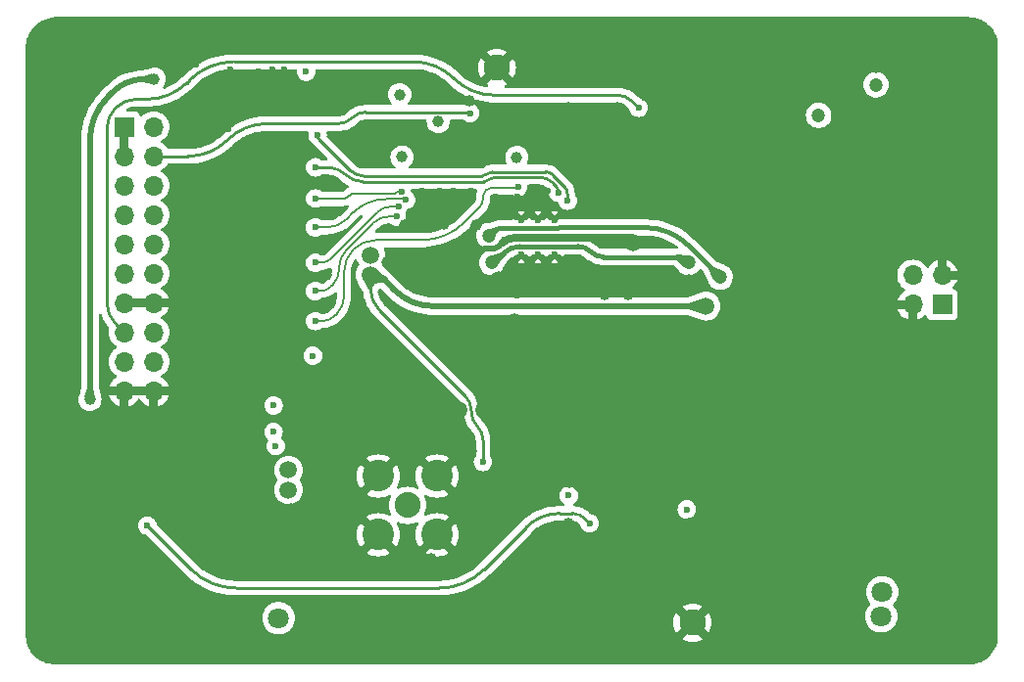
<source format=gbr>
%TF.GenerationSoftware,KiCad,Pcbnew,8.0.9-8.0.9-0~ubuntu22.04.1*%
%TF.CreationDate,2025-06-08T18:36:03+02:00*%
%TF.ProjectId,LO_synth_ADF4351_module,4c4f5f73-796e-4746-985f-414446343335,rev?*%
%TF.SameCoordinates,Original*%
%TF.FileFunction,Copper,L3,Inr*%
%TF.FilePolarity,Positive*%
%FSLAX46Y46*%
G04 Gerber Fmt 4.6, Leading zero omitted, Abs format (unit mm)*
G04 Created by KiCad (PCBNEW 8.0.9-8.0.9-0~ubuntu22.04.1) date 2025-06-08 18:36:03*
%MOMM*%
%LPD*%
G01*
G04 APERTURE LIST*
%TA.AperFunction,ComponentPad*%
%ADD10C,2.286000*%
%TD*%
%TA.AperFunction,HeatsinkPad*%
%ADD11C,0.600000*%
%TD*%
%TA.AperFunction,ComponentPad*%
%ADD12R,1.700000X1.700000*%
%TD*%
%TA.AperFunction,ComponentPad*%
%ADD13O,1.700000X1.700000*%
%TD*%
%TA.AperFunction,ComponentPad*%
%ADD14C,2.240000*%
%TD*%
%TA.AperFunction,ComponentPad*%
%ADD15C,2.740000*%
%TD*%
%TA.AperFunction,ViaPad*%
%ADD16C,1.800000*%
%TD*%
%TA.AperFunction,ViaPad*%
%ADD17C,1.000000*%
%TD*%
%TA.AperFunction,ViaPad*%
%ADD18C,1.500000*%
%TD*%
%TA.AperFunction,ViaPad*%
%ADD19C,0.800000*%
%TD*%
%TA.AperFunction,ViaPad*%
%ADD20C,0.600000*%
%TD*%
%TA.AperFunction,ViaPad*%
%ADD21C,5.000000*%
%TD*%
%TA.AperFunction,ViaPad*%
%ADD22C,0.700000*%
%TD*%
%TA.AperFunction,ViaPad*%
%ADD23C,1.200000*%
%TD*%
%TA.AperFunction,Conductor*%
%ADD24C,0.507000*%
%TD*%
%TA.AperFunction,Conductor*%
%ADD25C,0.508000*%
%TD*%
%TA.AperFunction,Conductor*%
%ADD26C,0.700000*%
%TD*%
%TA.AperFunction,Conductor*%
%ADD27C,0.200000*%
%TD*%
%TA.AperFunction,Conductor*%
%ADD28C,0.254000*%
%TD*%
%TA.AperFunction,Conductor*%
%ADD29C,0.381000*%
%TD*%
G04 APERTURE END LIST*
D10*
%TO.N,GND*%
%TO.C,J3*%
X104200000Y-37900000D03*
X121100000Y-85900000D03*
%TD*%
D11*
%TO.N,GND*%
%TO.C,U2*%
X106300000Y-51112500D03*
X106300000Y-54012500D03*
X107750000Y-51112500D03*
X107750000Y-54012500D03*
X109200000Y-51112500D03*
X109200000Y-54012500D03*
%TD*%
D12*
%TO.N,GND*%
%TO.C,J1*%
X72000000Y-43000000D03*
D13*
%TO.N,unconnected-(J1-Pin_2-Pad2)*%
X74540000Y-43000000D03*
%TO.N,GND*%
X72000000Y-45540000D03*
%TO.N,Fref_IN*%
X74540000Y-45540000D03*
%TO.N,Mute_RF*%
X72000000Y-48080000D03*
%TO.N,LD*%
X74540000Y-48080000D03*
%TO.N,DATA*%
X72000000Y-50620000D03*
%TO.N,CLK*%
X74540000Y-50620000D03*
%TO.N,CE*%
X72000000Y-53160000D03*
%TO.N,LE*%
X74540000Y-53160000D03*
%TO.N,unconnected-(J1-Pin_11-Pad11)*%
X72000000Y-55700000D03*
%TO.N,MUX*%
X74540000Y-55700000D03*
%TO.N,GND*%
X72000000Y-58240000D03*
X74540000Y-58240000D03*
%TO.N,LO_Buff_EN*%
X72000000Y-60780000D03*
%TO.N,~{RX_{EN}}*%
X74540000Y-60780000D03*
%TO.N,I2C_SCL*%
X72000000Y-63320000D03*
%TO.N,I2C_SDA*%
X74540000Y-63320000D03*
%TO.N,GND*%
X72000000Y-65860000D03*
X74540000Y-65860000D03*
%TD*%
D12*
%TO.N,Net-(J101-Pin_1)*%
%TO.C,J101*%
X142675000Y-58375000D03*
D13*
%TO.N,GND*%
X142675000Y-55835000D03*
X140135000Y-58375000D03*
%TO.N,Net-(J101-Pin_4)*%
X140135000Y-55835000D03*
%TD*%
D14*
%TO.N,Net-(J2-In)*%
%TO.C,J2*%
X96500000Y-75750000D03*
D15*
%TO.N,GND*%
X93960000Y-73210000D03*
X93960000Y-78290000D03*
X99040000Y-73210000D03*
X99040000Y-78290000D03*
%TD*%
D16*
%TO.N,/3V8*%
X85336136Y-85500000D03*
X137400000Y-85350000D03*
D17*
X69037500Y-66600000D03*
X74600000Y-38862500D03*
D16*
X137500000Y-83250000D03*
D17*
%TO.N,GND*%
X101000000Y-70000000D03*
X89800000Y-58250000D03*
X126100000Y-72000000D03*
D18*
X124414433Y-85800000D03*
D17*
X85000000Y-89000000D03*
X78000000Y-58600000D03*
X83500000Y-89000000D03*
D18*
X145700000Y-45100000D03*
D17*
X105050000Y-80950000D03*
X75400000Y-70600000D03*
D18*
X116891658Y-35600000D03*
D17*
X121000000Y-89000000D03*
D19*
X97800000Y-35400000D03*
D17*
X100500000Y-44062500D03*
D18*
X116365380Y-67500000D03*
D17*
X89500000Y-89000000D03*
D18*
X67000000Y-42382352D03*
D17*
X88250000Y-79500000D03*
D18*
X138241176Y-35600000D03*
D17*
X102400000Y-51500000D03*
D20*
X83750000Y-54500000D03*
D17*
X119500000Y-62250000D03*
X109000000Y-89000000D03*
X120800000Y-73500000D03*
X84700000Y-78500000D03*
D20*
X85750000Y-51750000D03*
D18*
X117797057Y-85900000D03*
D17*
X124250000Y-82350000D03*
D18*
X129304807Y-85800000D03*
X118576918Y-67500000D03*
X113400000Y-79200000D03*
D17*
X98800000Y-40200000D03*
D20*
X85500000Y-57000000D03*
D17*
X98700000Y-56000000D03*
X105050000Y-77550000D03*
X80500000Y-81500000D03*
D18*
X103125935Y-85900000D03*
D20*
X81203284Y-37994963D03*
D17*
X124500000Y-70750000D03*
D18*
X145700000Y-53400000D03*
D17*
X73000000Y-89000000D03*
D18*
X76650000Y-86500000D03*
X114323528Y-38000000D03*
D17*
X118750000Y-46000000D03*
X94000000Y-89000000D03*
X88250000Y-81250000D03*
X82000000Y-72900000D03*
D18*
X116764704Y-38000000D03*
D17*
X67125000Y-62900000D03*
D18*
X107000000Y-38000000D03*
D17*
X128550000Y-70200000D03*
X102000000Y-72750000D03*
D20*
X106000000Y-49000000D03*
D17*
X89750000Y-50500000D03*
D18*
X90500000Y-69356618D03*
D17*
X114600000Y-41300000D03*
X102000000Y-80550000D03*
D21*
X142500000Y-40000000D03*
D17*
X104300000Y-61000000D03*
X80600000Y-63500000D03*
X91900000Y-59000000D03*
X105600000Y-44200000D03*
X67200000Y-66700000D03*
D18*
X67000000Y-52147056D03*
D17*
X99250000Y-70000000D03*
X103700000Y-77200000D03*
X120100000Y-40500000D03*
X92400000Y-81500000D03*
X139000000Y-89000000D03*
D20*
X83600000Y-38200000D03*
D18*
X143300000Y-77600000D03*
D20*
X108250000Y-41250000D03*
D18*
X65000000Y-54764712D03*
D19*
X88248152Y-35400000D03*
D20*
X85750000Y-54500000D03*
D18*
X134500000Y-73544120D03*
X117350000Y-69250000D03*
X123250000Y-63250000D03*
X109727772Y-35600000D03*
X128882360Y-38000000D03*
D20*
X122300000Y-75700000D03*
X82000000Y-59750000D03*
D18*
X74400000Y-84500000D03*
D17*
X80500000Y-89000000D03*
D18*
X114503696Y-35600000D03*
D17*
X96400000Y-59400000D03*
D18*
X114153842Y-67500000D03*
D17*
X88000000Y-89000000D03*
D18*
X143400000Y-68600000D03*
X145700000Y-58282352D03*
X145600000Y-77600000D03*
X104900000Y-69900000D03*
D20*
X108627000Y-48500000D03*
D17*
X69000000Y-72800000D03*
D20*
X102000000Y-48500000D03*
D17*
X117950000Y-44100000D03*
X89750000Y-52750000D03*
X111500000Y-48800000D03*
X99400000Y-81500000D03*
D18*
X134400000Y-37900000D03*
X121667582Y-35600000D03*
D17*
X137500000Y-89000000D03*
X76000000Y-89000000D03*
D18*
X90500000Y-78952206D03*
X130750000Y-75058824D03*
X107339810Y-35600000D03*
D17*
X121750000Y-47500000D03*
X82500000Y-81500000D03*
X110300000Y-44900000D03*
X83900000Y-43900000D03*
X96500000Y-78300000D03*
D20*
X117900000Y-57300000D03*
D18*
X145700000Y-73200000D03*
X130750000Y-65000000D03*
D20*
X117750000Y-46250000D03*
D18*
X119279620Y-35600000D03*
D17*
X101600000Y-79000000D03*
D18*
X100884614Y-67500000D03*
D17*
X127000000Y-89000000D03*
D18*
X105571122Y-85900000D03*
X111882352Y-38000000D03*
D17*
X77400000Y-61200000D03*
D18*
X121647056Y-38000000D03*
X130750000Y-72441176D03*
D17*
X76500000Y-50500000D03*
D18*
X133607392Y-35600000D03*
D17*
X100800000Y-61000000D03*
X121400000Y-44100000D03*
X82000000Y-89000000D03*
X80500000Y-80200000D03*
X131050000Y-62100000D03*
D18*
X65000000Y-66970592D03*
X134500000Y-85750000D03*
D20*
X100500000Y-48500000D03*
D17*
X102000000Y-71050000D03*
D18*
X130750000Y-77500000D03*
D17*
X115500000Y-57500000D03*
X126800000Y-40300000D03*
X132300000Y-49600000D03*
D18*
X65000000Y-44882352D03*
D17*
X94750000Y-61500000D03*
D18*
X109441176Y-38000000D03*
D17*
X133000000Y-89000000D03*
X109800000Y-82600000D03*
D19*
X83472228Y-35400000D03*
D17*
X77887500Y-50500000D03*
X112000000Y-89000000D03*
X131000000Y-59850000D03*
D18*
X134500000Y-63779416D03*
X126441176Y-38000000D03*
X93345187Y-85900000D03*
X107600000Y-69250000D03*
D20*
X128300000Y-48400000D03*
X84800000Y-71800000D03*
D17*
X126000000Y-79650000D03*
D18*
X65000000Y-64529416D03*
D17*
X116500000Y-89000000D03*
D18*
X125000000Y-65250000D03*
D19*
X71532418Y-35400000D03*
D18*
X130750000Y-67441176D03*
D17*
X86500000Y-89000000D03*
X94150000Y-81500000D03*
D18*
X65000000Y-69411768D03*
D17*
X98500000Y-80400000D03*
X97000000Y-89000000D03*
X113900000Y-62000000D03*
X140500000Y-89000000D03*
X95750000Y-62500000D03*
X124500000Y-62250000D03*
D18*
X120788456Y-67500000D03*
D17*
X67225000Y-55800000D03*
X110400000Y-77300000D03*
X96200000Y-51519000D03*
X89900000Y-84300000D03*
X102600000Y-61000000D03*
D18*
X124500000Y-58000000D03*
D17*
X102000000Y-74150000D03*
D18*
X69000000Y-36426472D03*
X145700000Y-60723528D03*
D17*
X116200000Y-46200000D03*
X76500000Y-47750000D03*
X113500000Y-57500000D03*
D18*
X108016309Y-85900000D03*
D17*
X134500000Y-89000000D03*
X93800000Y-75800000D03*
D19*
X100187962Y-35400000D03*
D17*
X125500000Y-81200000D03*
D18*
X88300000Y-85900000D03*
D17*
X128250000Y-53000000D03*
X113500000Y-89000000D03*
X97500000Y-70000000D03*
D18*
X65000000Y-42441176D03*
D17*
X110500000Y-89000000D03*
X126500000Y-53000000D03*
X92250000Y-70000000D03*
D18*
X134500000Y-51455880D03*
D20*
X82250000Y-49000000D03*
D17*
X95500000Y-89000000D03*
D18*
X143400000Y-73200000D03*
D17*
X124800000Y-46500000D03*
X125500000Y-89000000D03*
D20*
X84000000Y-57000000D03*
D18*
X145700000Y-55841176D03*
D17*
X67200000Y-69900000D03*
D18*
X90500000Y-66957721D03*
X98235561Y-85900000D03*
X145700000Y-47800000D03*
X67000000Y-37500000D03*
D17*
X110500000Y-73750000D03*
X95750000Y-70000000D03*
D18*
X145700000Y-68600000D03*
X143200000Y-47800000D03*
X65000000Y-62088240D03*
X119450000Y-69250000D03*
D22*
X109200000Y-52600000D03*
D17*
X70000000Y-87000000D03*
D18*
X112115734Y-35600000D03*
X65000000Y-40000000D03*
D17*
X102000000Y-44062500D03*
X89500000Y-55800000D03*
X136000000Y-89000000D03*
X104050000Y-78500000D03*
X91000000Y-89000000D03*
X75400000Y-69000000D03*
D18*
X90900000Y-85900000D03*
D17*
X88250000Y-77750000D03*
X123000000Y-51500000D03*
D20*
X81000000Y-42200000D03*
D18*
X117200000Y-79150000D03*
D20*
X123550000Y-77750000D03*
D17*
X106000000Y-89000000D03*
D18*
X86400000Y-76293750D03*
D17*
X78000000Y-55600000D03*
D18*
X65000000Y-49764704D03*
X123000000Y-67500000D03*
D17*
X79000000Y-89000000D03*
D18*
X67000000Y-49705880D03*
X134500000Y-75985296D03*
D17*
X99600000Y-51400000D03*
D18*
X68600000Y-75800000D03*
X90500000Y-74154412D03*
D17*
X110400000Y-46600000D03*
D18*
X123000000Y-69250000D03*
X90500000Y-81351103D03*
D17*
X90000000Y-47750000D03*
D18*
X70900000Y-77400000D03*
X112906683Y-85900000D03*
D17*
X125000000Y-56250000D03*
D18*
X122500000Y-79100000D03*
D17*
X93800000Y-39200000D03*
D21*
X142500000Y-83000000D03*
D17*
X124000000Y-89000000D03*
D20*
X84900000Y-68300000D03*
D17*
X91400000Y-39200000D03*
X115750000Y-56250000D03*
X102700000Y-78100000D03*
D20*
X85750000Y-59750000D03*
D17*
X119500000Y-64000000D03*
D18*
X134500000Y-49014704D03*
D17*
X103000000Y-89000000D03*
D18*
X109730766Y-67500000D03*
D19*
X95412038Y-35400000D03*
D18*
X104400000Y-56200000D03*
D19*
X90636114Y-35400000D03*
D17*
X89912500Y-61200000D03*
D18*
X67000000Y-39941176D03*
D20*
X81000000Y-43200000D03*
D17*
X119500000Y-89000000D03*
X142000000Y-88100000D03*
X126000000Y-78100000D03*
D18*
X110461496Y-85900000D03*
D17*
X110300000Y-43100000D03*
X126500000Y-51500000D03*
D20*
X114500000Y-46250000D03*
D17*
X88250000Y-74500000D03*
D18*
X100680748Y-85900000D03*
X120800000Y-77600000D03*
D17*
X100000000Y-89000000D03*
X122500000Y-89000000D03*
D18*
X126859620Y-85800000D03*
D17*
X103500000Y-82500000D03*
X100800000Y-81500000D03*
D18*
X90500000Y-71755515D03*
X128831468Y-35600000D03*
D17*
X74500000Y-89000000D03*
D20*
X78200000Y-37600000D03*
D17*
X95000000Y-80500000D03*
D18*
X113450000Y-69300000D03*
D17*
X91500000Y-84300000D03*
X88250000Y-72750000D03*
D18*
X134500000Y-46573528D03*
X119205880Y-38000000D03*
D20*
X104141720Y-49027070D03*
D18*
X98673076Y-67500000D03*
X95790374Y-85900000D03*
D17*
X78000000Y-47800000D03*
D20*
X81750000Y-51750000D03*
D17*
X118000000Y-89000000D03*
X119700000Y-44100000D03*
D19*
X76308342Y-35400000D03*
D17*
X77000000Y-44300000D03*
D20*
X84000000Y-59750000D03*
D17*
X71500000Y-88000000D03*
X74000000Y-76000000D03*
D18*
X111000000Y-55500000D03*
X65000000Y-71852944D03*
D17*
X98500000Y-89000000D03*
X120500000Y-46000000D03*
X84500000Y-81800000D03*
D18*
X65000000Y-59647064D03*
X90500000Y-76553309D03*
X134500000Y-80867648D03*
D17*
X101500000Y-89000000D03*
X91250000Y-60500000D03*
D18*
X126443506Y-35600000D03*
D17*
X103000000Y-79500000D03*
X97400000Y-40200000D03*
D18*
X90500000Y-64558824D03*
D17*
X101800000Y-40700000D03*
D18*
X115351870Y-85900000D03*
X145600000Y-75600000D03*
X104951848Y-35600000D03*
D17*
X77500000Y-89000000D03*
X94750000Y-54750000D03*
D20*
X82000000Y-57000000D03*
D17*
X128700000Y-45000000D03*
X107800000Y-73500000D03*
D18*
X134500000Y-68661768D03*
D17*
X96500000Y-73100000D03*
D18*
X134500000Y-71102944D03*
D17*
X103750000Y-44062500D03*
X126150000Y-73750000D03*
D20*
X84800000Y-38000000D03*
D18*
X134500000Y-61338240D03*
X131750000Y-85800000D03*
X134500000Y-41691176D03*
D17*
X115700000Y-62000000D03*
D18*
X108050000Y-78300000D03*
X134500000Y-78426472D03*
D17*
X71000000Y-70500000D03*
X124900000Y-50100000D03*
D22*
X107700000Y-52600000D03*
D17*
X91500000Y-43900000D03*
X124700000Y-40300000D03*
X77250000Y-70750000D03*
D18*
X96461538Y-67500000D03*
D17*
X131500000Y-89000000D03*
D20*
X82250000Y-46250000D03*
D17*
X110400000Y-41300000D03*
X77250000Y-69000000D03*
D18*
X67000000Y-47264704D03*
D17*
X121750000Y-49000000D03*
D18*
X135800000Y-35600000D03*
D19*
X81084266Y-35400000D03*
D17*
X105700000Y-59600000D03*
D18*
X102563886Y-35600000D03*
D17*
X96700000Y-80500000D03*
X124750000Y-51500000D03*
D18*
X130750000Y-82441176D03*
D22*
X106400000Y-52600000D03*
D18*
X67000000Y-44823528D03*
D20*
X115700000Y-55300000D03*
D18*
X105307690Y-67500000D03*
D17*
X94000000Y-70000000D03*
X97200000Y-56000000D03*
D18*
X145700000Y-66000000D03*
X111942304Y-67500000D03*
X115350000Y-77850000D03*
X65000000Y-52205880D03*
D17*
X90300000Y-43900000D03*
X128500000Y-89000000D03*
D20*
X85750000Y-49000000D03*
D17*
X115000000Y-89000000D03*
D19*
X73920380Y-35400000D03*
D17*
X115300000Y-82600000D03*
D18*
X130750000Y-70000000D03*
X116750000Y-63000000D03*
X131219430Y-35600000D03*
X116000000Y-53000000D03*
X118750000Y-60250000D03*
D20*
X81750000Y-54500000D03*
D17*
X102350000Y-83750000D03*
X86300000Y-81800000D03*
X99100000Y-61000000D03*
D18*
X66600000Y-74000000D03*
D17*
X67125000Y-60600000D03*
X137000000Y-37900000D03*
X102100000Y-56000000D03*
D18*
X131250000Y-38000000D03*
D17*
X90600000Y-41500000D03*
D18*
X79198130Y-86500000D03*
D20*
X104700000Y-72250000D03*
D17*
X123350000Y-73450000D03*
D18*
X134500000Y-66220592D03*
X143300000Y-66000000D03*
X143300000Y-75600000D03*
D17*
X92500000Y-89000000D03*
D18*
X103096152Y-67500000D03*
X143500000Y-52700000D03*
X94250000Y-67500000D03*
D17*
X130000000Y-89000000D03*
X76500000Y-72500000D03*
D20*
X121500000Y-46250000D03*
X84000000Y-46250000D03*
D17*
X97650000Y-81500000D03*
X82900000Y-78600000D03*
D18*
X81650000Y-86500000D03*
D17*
X122700000Y-82700000D03*
X80500000Y-78700000D03*
X127200000Y-77250000D03*
D20*
X97750000Y-48500000D03*
X117000000Y-40500000D03*
X84000000Y-49000000D03*
D18*
X107519228Y-67500000D03*
D17*
X78600000Y-42400000D03*
D21*
X69500000Y-83000000D03*
D18*
X111600000Y-69300000D03*
D17*
X79000000Y-72500000D03*
D18*
X134500000Y-44132352D03*
X65000000Y-47323528D03*
X134500000Y-58897064D03*
D20*
X85750000Y-46250000D03*
D17*
X126250000Y-62250000D03*
X143500000Y-87000000D03*
X116300000Y-44100000D03*
D18*
X73600000Y-79400000D03*
X124055544Y-35600000D03*
D17*
X100400000Y-56000000D03*
X82050000Y-77300000D03*
D20*
X85800000Y-38000000D03*
D18*
X134500000Y-53897056D03*
D17*
X88250000Y-76250000D03*
X97600000Y-59900000D03*
D18*
X84000000Y-87500000D03*
D17*
X111200000Y-62000000D03*
X103600000Y-74200000D03*
D20*
X106000000Y-57600000D03*
D18*
X111550000Y-79200000D03*
D17*
X109250000Y-72450000D03*
D20*
X84000000Y-51750000D03*
D17*
X83800000Y-77300000D03*
D18*
X74400000Y-81900000D03*
D20*
X99250000Y-48500000D03*
D19*
X85860190Y-35400000D03*
D18*
X124000000Y-38000000D03*
D17*
X115400000Y-72500000D03*
D18*
X120750000Y-56500000D03*
X65000000Y-57205888D03*
D17*
X104500000Y-89000000D03*
X130800000Y-48100000D03*
D18*
X130750000Y-80000000D03*
D17*
X107500000Y-89000000D03*
D20*
X111825001Y-65325001D03*
X105500000Y-73050000D03*
D17*
X95900000Y-81500000D03*
X120950000Y-82700000D03*
D18*
X112750000Y-63000000D03*
D17*
X80500000Y-77200000D03*
D18*
X134500000Y-56338232D03*
X134500000Y-83308824D03*
D17*
X137500000Y-87200000D03*
D20*
X112000000Y-41250000D03*
D19*
X78696304Y-35400000D03*
D17*
X77987500Y-53200000D03*
D19*
X93024076Y-35400000D03*
D20*
%TO.N,Net-(U2-LD)*%
X110313137Y-49391962D03*
X88700000Y-43700000D03*
%TO.N,3V3_ADF*%
X88300000Y-62800000D03*
D18*
X93300000Y-54100000D03*
X93250000Y-55800000D03*
X86200000Y-72700000D03*
X86200000Y-74400000D03*
X122250000Y-58500000D03*
D20*
X103000000Y-72000000D03*
%TO.N,Net-(U2-MUXOUT)*%
X88500000Y-59800000D03*
X106048624Y-48201376D03*
%TO.N,Net-(U2-PDB_{RF})*%
X109500000Y-48700000D03*
X88500000Y-46500000D03*
%TO.N,Net-(U2-CE)*%
X95544902Y-50763453D03*
X88500000Y-57200000D03*
%TO.N,Net-(U2-LE)*%
X88500000Y-54750000D03*
X95685421Y-49900000D03*
%TO.N,Net-(U2-DATA)*%
X96338193Y-49300000D03*
X88500000Y-51700000D03*
%TO.N,Net-(U2-CLK)*%
X95945142Y-48603211D03*
X88500000Y-49200000D03*
D17*
%TO.N,Net-(U2-REF_{IN})*%
X105925000Y-45619000D03*
D20*
%TO.N,Net-(C36-Pad2)*%
X112200000Y-77300000D03*
X74000000Y-77500000D03*
%TO.N,Net-(U101-Vcc)*%
X120600000Y-76100000D03*
D23*
%TO.N,Net-(U2-CP_{OUT})*%
X120750000Y-54750000D03*
X103750000Y-54750000D03*
D20*
%TO.N,LO_Buff_EN*%
X116450000Y-41350000D03*
D23*
%TO.N,/5V6*%
X132000000Y-42000000D03*
X136950000Y-39350000D03*
%TO.N,Net-(U2-SW)*%
X103496325Y-52403675D03*
X123500000Y-56000000D03*
D20*
%TO.N,Net-(U7-A2)*%
X84900000Y-67100000D03*
%TO.N,Net-(U7-A1)*%
X84900000Y-69400000D03*
%TO.N,Net-(U7-A0)*%
X85100000Y-70600000D03*
%TO.N,Fref_IN*%
X101900000Y-41800000D03*
D17*
%TO.N,V_VCTCXO*%
X95800000Y-40200000D03*
%TO.N,Net-(U8-VDD)*%
X99131679Y-42531379D03*
%TO.N,VCTCXO_Out*%
X96000000Y-45600000D03*
D20*
%TO.N,3V3_VCTCXO*%
X87702297Y-38223000D03*
%TO.N,/3V3_LS*%
X110400000Y-74900000D03*
%TD*%
D24*
%TO.N,/3V8*%
X74598979Y-38863521D02*
X74600000Y-38862500D01*
X69037500Y-44154531D02*
X69037500Y-66600000D01*
X71032645Y-39967354D02*
X70587499Y-40412499D01*
X74596514Y-38864542D02*
X73514784Y-38864542D01*
X74598979Y-38863521D02*
G75*
G02*
X74596514Y-38864536I-2479J2521D01*
G01*
X69037500Y-44154531D02*
G75*
G02*
X70587491Y-40412491I5292000J31D01*
G01*
X71032645Y-39967354D02*
G75*
G02*
X73514783Y-38864528I2678155J-2683046D01*
G01*
D25*
%TO.N,GND*%
X104000000Y-53500000D02*
X103725000Y-53500000D01*
D26*
X115317157Y-52600000D02*
X109200000Y-52600000D01*
D27*
X116000000Y-53000000D02*
X115800000Y-52800000D01*
D25*
X103350000Y-53500000D02*
X103475000Y-53500000D01*
X103725000Y-53500000D02*
X103475000Y-53500000D01*
D28*
X102581801Y-53818198D02*
X102499999Y-53899999D01*
D26*
X107700000Y-52600000D02*
X109200000Y-52600000D01*
D25*
X104650000Y-53050000D02*
X104341421Y-53358578D01*
D26*
X107700000Y-52600000D02*
X106400000Y-52600000D01*
D28*
X102100000Y-54865685D02*
X102100000Y-56000000D01*
D26*
X106400000Y-52600000D02*
X105736396Y-52600000D01*
X104650000Y-53050000D02*
G75*
G02*
X105736396Y-52599998I1086400J-1086400D01*
G01*
D28*
X102100000Y-54865685D02*
G75*
G02*
X102500004Y-53900004I1365700J-15D01*
G01*
D27*
X115317157Y-52600000D02*
G75*
G02*
X115800013Y-52799987I43J-682800D01*
G01*
D25*
X104000000Y-53500000D02*
G75*
G03*
X104341433Y-53358590I0J482900D01*
G01*
X102581801Y-53818198D02*
G75*
G02*
X103350000Y-53500000I768199J-768202D01*
G01*
D28*
%TO.N,Net-(U2-LD)*%
X88700000Y-43825000D02*
X88700000Y-43700000D01*
X88788388Y-44038388D02*
X91500000Y-46750000D01*
X108446538Y-46895376D02*
X103809458Y-46895376D01*
X109967070Y-48067070D02*
X109042041Y-47142041D01*
X102953319Y-47250000D02*
X92707106Y-47250000D01*
X110313137Y-48902549D02*
X110313137Y-49391962D01*
X108446538Y-46895376D02*
G75*
G02*
X109042013Y-47142069I-38J-842124D01*
G01*
X92707106Y-47250000D02*
G75*
G02*
X91499998Y-46750002I-6J1707100D01*
G01*
X110313137Y-48902549D02*
G75*
G03*
X109967093Y-48067047I-1181537J49D01*
G01*
X103381389Y-47072688D02*
G75*
G02*
X103809458Y-46895330I428111J-428012D01*
G01*
X88700000Y-43825000D02*
G75*
G03*
X88788383Y-44038393I301800J0D01*
G01*
X103381389Y-47072688D02*
G75*
G02*
X102953319Y-47250009I-428089J428088D01*
G01*
D25*
%TO.N,3V3_ADF*%
X122250000Y-58500000D02*
X98659188Y-58500000D01*
D28*
X94045495Y-58845495D02*
X101434314Y-66234314D01*
D25*
X95400000Y-57150000D02*
X94332842Y-56082842D01*
D28*
X102000000Y-67692893D02*
X102000000Y-67600000D01*
X93250000Y-55800000D02*
X93250000Y-56925000D01*
D25*
X93250000Y-55800000D02*
X93650000Y-55800000D01*
D28*
X103000000Y-70107106D02*
X103000000Y-72000000D01*
D25*
X94332842Y-56082842D02*
G75*
G03*
X93650000Y-55800004I-682842J-682858D01*
G01*
D28*
X101434314Y-66234314D02*
G75*
G02*
X101999991Y-67600000I-1365714J-1365686D01*
G01*
D25*
X95400000Y-57150000D02*
G75*
G03*
X98659188Y-58500005I3259200J3259200D01*
G01*
D28*
X102000000Y-67692893D02*
G75*
G03*
X102499998Y-68900002I1707100J-7D01*
G01*
X94045495Y-58845495D02*
G75*
G02*
X93250003Y-56925000I1920505J1920495D01*
G01*
X103000000Y-70107106D02*
G75*
G03*
X102500002Y-68899998I-1707100J6D01*
G01*
D27*
%TO.N,Net-(U2-MUXOUT)*%
X97654415Y-52800000D02*
X93731377Y-52800000D01*
X102657537Y-50011091D02*
X101434314Y-51234314D01*
X105965617Y-48250000D02*
X103768198Y-48250000D01*
X91000000Y-57634314D02*
X91000000Y-55531326D01*
X103000000Y-49184314D02*
X103000000Y-49018198D01*
X106048624Y-48201376D02*
X106024312Y-48225688D01*
X88500000Y-59800000D02*
X89115685Y-59800000D01*
X90166726Y-59364644D02*
X90365685Y-59165685D01*
X91800000Y-53600000D02*
G75*
G03*
X91000029Y-55531326I1931300J-1931300D01*
G01*
X91000000Y-57634314D02*
G75*
G02*
X90365681Y-59165681I-2165700J14D01*
G01*
X103000000Y-49184314D02*
G75*
G02*
X102657522Y-50011076I-1169200J14D01*
G01*
X91800000Y-53600000D02*
G75*
G02*
X93731377Y-52799988I1931400J-1931400D01*
G01*
X103225000Y-48475000D02*
G75*
G02*
X103768198Y-48249999I543200J-543200D01*
G01*
X103225000Y-48475000D02*
G75*
G03*
X102999999Y-49018198I543200J-543200D01*
G01*
X90166726Y-59364644D02*
G75*
G02*
X89115685Y-59799988I-1051026J1051044D01*
G01*
X105965617Y-48250000D02*
G75*
G03*
X106024302Y-48225678I-17J83000D01*
G01*
X97654415Y-52800000D02*
G75*
G03*
X101434310Y-51234310I-15J5345600D01*
G01*
D28*
%TO.N,Net-(U2-PDB_{RF})*%
X107877183Y-47349376D02*
X104030037Y-47349376D01*
X89616116Y-46500000D02*
X88500000Y-46500000D01*
X103062846Y-47750000D02*
X92633883Y-47750000D01*
X109024688Y-47824688D02*
X109358578Y-48158578D01*
X109500000Y-48500000D02*
X109500000Y-48700000D01*
X109500000Y-48500000D02*
G75*
G03*
X109358569Y-48158587I-482800J0D01*
G01*
X91125000Y-47125000D02*
G75*
G03*
X92633883Y-47750007I1508900J1508900D01*
G01*
X91125000Y-47125000D02*
G75*
G03*
X89616116Y-46499993I-1508900J-1508900D01*
G01*
X107877183Y-47349376D02*
G75*
G02*
X109024698Y-47824678I17J-1622824D01*
G01*
X103546442Y-47549688D02*
G75*
G02*
X104030037Y-47349408I483558J-483612D01*
G01*
X103062846Y-47750000D02*
G75*
G03*
X103546417Y-47549663I-46J683900D01*
G01*
D27*
%TO.N,Net-(U2-CE)*%
X93549708Y-51284605D02*
X91203033Y-53631280D01*
X90550000Y-55375736D02*
X90550000Y-55207842D01*
X90015685Y-56665685D02*
X89828337Y-56853032D01*
X95544902Y-50763453D02*
X94807881Y-50763453D01*
X88990685Y-57200000D02*
X88500000Y-57200000D01*
X93549708Y-51284605D02*
G75*
G02*
X94807881Y-50763446I1258192J-1258195D01*
G01*
X90550000Y-55207842D02*
G75*
G02*
X91203011Y-53631258I2229600J42D01*
G01*
X90550000Y-55375736D02*
G75*
G02*
X90015675Y-56665675I-1824300J36D01*
G01*
X88990685Y-57200000D02*
G75*
G03*
X89828341Y-56853036I15J1184600D01*
G01*
%TO.N,Net-(U2-LE)*%
X93903071Y-50365557D02*
X89878768Y-54389860D01*
X95027024Y-49900000D02*
X95685421Y-49900000D01*
X93903071Y-50365556D02*
X93903071Y-50365557D01*
X89878768Y-54389860D02*
X89878767Y-54389860D01*
X89009314Y-54750000D02*
X88500000Y-54750000D01*
X95027024Y-49900000D02*
G75*
G03*
X93903061Y-50365546I-24J-1589500D01*
G01*
X89009314Y-54750000D02*
G75*
G03*
X89878762Y-54389855I-14J1229600D01*
G01*
%TO.N,Net-(U2-DATA)*%
X89500000Y-51700000D02*
X88500000Y-51700000D01*
X91207106Y-50992892D02*
X91769770Y-50430229D01*
X96252837Y-49250000D02*
X94619096Y-49250000D01*
X96338193Y-49300000D02*
X96313193Y-49275000D01*
X91769770Y-50430229D02*
G75*
G02*
X94619096Y-49250010I2849330J-2849371D01*
G01*
X96252837Y-49250000D02*
G75*
G02*
X96313183Y-49275010I-37J-85400D01*
G01*
X91207106Y-50992892D02*
G75*
G02*
X89500000Y-51700003I-1707106J1707092D01*
G01*
%TO.N,Net-(U2-CLK)*%
X88500000Y-49200000D02*
X88525000Y-49225000D01*
X95945142Y-48603211D02*
X95707006Y-48603211D01*
X91984924Y-48750000D02*
X95352626Y-48750000D01*
X88585355Y-49250000D02*
X90777817Y-49250000D01*
X95529816Y-48676605D02*
G75*
G02*
X95352626Y-48750013I-177216J177205D01*
G01*
X91381371Y-49000000D02*
G75*
G02*
X90777817Y-49249999I-603571J603600D01*
G01*
X95529816Y-48676605D02*
G75*
G02*
X95707006Y-48603216I177184J-177195D01*
G01*
X88585355Y-49250000D02*
G75*
G02*
X88525013Y-49224987I45J85400D01*
G01*
X91984924Y-48750000D02*
G75*
G03*
X91381370Y-48999999I-24J-853500D01*
G01*
D28*
%TO.N,Net-(C36-Pad2)*%
X111770070Y-76870070D02*
X112200000Y-77300000D01*
X74000000Y-77500000D02*
X77813207Y-81313207D01*
X110732127Y-76440140D02*
X109640685Y-76440140D01*
X106739533Y-77641836D02*
X103068162Y-81313207D01*
X99220406Y-82907000D02*
X81660963Y-82907000D01*
X77813207Y-81313207D02*
G75*
G03*
X81660963Y-82907011I3847793J3847807D01*
G01*
X109640685Y-76440140D02*
G75*
G03*
X106739538Y-77641841I15J-4102860D01*
G01*
X103068162Y-81313207D02*
G75*
G02*
X99220406Y-82906989I-3847762J3847807D01*
G01*
X111770070Y-76870070D02*
G75*
G03*
X110732127Y-76440117I-1037970J-1037930D01*
G01*
D29*
%TO.N,Net-(U2-CP_{OUT})*%
X119896446Y-54250000D02*
X113392052Y-54250000D01*
X120750000Y-54750000D02*
X120500000Y-54500000D01*
X104779000Y-53921000D02*
X104359099Y-54340900D01*
X103875000Y-54500000D02*
X103975000Y-54500000D01*
D25*
X103750000Y-54750000D02*
X103750000Y-54625000D01*
D29*
X106176829Y-53342000D02*
X111199947Y-53342000D01*
X106176829Y-53342000D02*
G75*
G03*
X104778991Y-53920991I-29J-1976800D01*
G01*
X111199947Y-53342000D02*
G75*
G02*
X112295966Y-53796034I-47J-1550000D01*
G01*
X103875000Y-54500000D02*
G75*
G03*
X103750000Y-54625000I0J-125000D01*
G01*
X103975000Y-54500000D02*
G75*
G03*
X104359100Y-54340901I0J543200D01*
G01*
X119896446Y-54250000D02*
G75*
G02*
X120500016Y-54499984I54J-853500D01*
G01*
X113392052Y-54250000D02*
G75*
G02*
X112296014Y-53795986I48J1550100D01*
G01*
D28*
%TO.N,LO_Buff_EN*%
X74000000Y-40600000D02*
X73060660Y-40600000D01*
X103966249Y-40250000D02*
X112275000Y-40250000D01*
X115900000Y-40800000D02*
X116450000Y-41350000D01*
X114325000Y-40250000D02*
X114572182Y-40250000D01*
X77638244Y-38961755D02*
X77414213Y-39185786D01*
X97008397Y-37367963D02*
X81486000Y-37367963D01*
X116450000Y-41350000D02*
X116500000Y-41400000D01*
X70500000Y-43160660D02*
X70500000Y-58219339D01*
X71250000Y-60030000D02*
X72000000Y-60780000D01*
X114325000Y-40250000D02*
X112275000Y-40250000D01*
X70500000Y-43160660D02*
G75*
G02*
X71250032Y-41350032I2560600J-40D01*
G01*
X115900000Y-40800000D02*
G75*
G03*
X114572182Y-40250007I-1327800J-1327800D01*
G01*
X73060660Y-40600000D02*
G75*
G03*
X71250032Y-41350032I40J-2560600D01*
G01*
X97008397Y-37367963D02*
G75*
G02*
X100487323Y-38808981I3J-4919937D01*
G01*
X77638244Y-38961755D02*
G75*
G02*
X81486000Y-37367959I3847756J-3847745D01*
G01*
X103966249Y-40250000D02*
G75*
G02*
X100487357Y-38808947I51J4919900D01*
G01*
X71250000Y-60030000D02*
G75*
G02*
X70499984Y-58219339I1810700J1810700D01*
G01*
X74000000Y-40600000D02*
G75*
G03*
X77414208Y-39185781I0J4828400D01*
G01*
D27*
%TO.N,Net-(U2-SW)*%
X103496325Y-52403675D02*
X103546325Y-52403675D01*
X103631680Y-52368319D02*
X103782999Y-52216999D01*
D29*
X104108500Y-51891500D02*
X104000000Y-52000000D01*
X104000000Y-52000000D02*
X103782999Y-52216999D01*
X109619420Y-51700000D02*
X116946036Y-51700000D01*
X120793792Y-53293792D02*
X123500000Y-56000000D01*
X104370442Y-51783000D02*
X109419041Y-51783000D01*
X104370442Y-51783000D02*
G75*
G03*
X104108488Y-51891488I-42J-370400D01*
G01*
X109419041Y-51783000D02*
G75*
G03*
X109519213Y-51741482I-41J141700D01*
G01*
D27*
X103631680Y-52368319D02*
G75*
G02*
X103546325Y-52403702I-85380J85319D01*
G01*
D29*
X120793792Y-53293792D02*
G75*
G03*
X116946036Y-51699989I-3847792J-3847808D01*
G01*
X109619420Y-51700000D02*
G75*
G03*
X109519218Y-51741487I-20J-141700D01*
G01*
D28*
%TO.N,Fref_IN*%
X77524942Y-45540000D02*
X74540000Y-45540000D01*
X101862189Y-41762189D02*
X101900000Y-41800000D01*
X84331127Y-42720786D02*
X90474647Y-42720786D01*
X101770906Y-41724379D02*
X92880187Y-41724379D01*
X101862189Y-41762189D02*
G75*
G03*
X101770906Y-41724382I-91289J-91311D01*
G01*
X91677417Y-42222582D02*
G75*
G02*
X90474647Y-42720815I-1202817J1202782D01*
G01*
X92880187Y-41724379D02*
G75*
G03*
X91677435Y-42222600I13J-1700921D01*
G01*
X84331127Y-42720786D02*
G75*
G03*
X80928018Y-44130376I-27J-4812714D01*
G01*
X80928035Y-44130393D02*
G75*
G02*
X77524942Y-45540030I-3403135J3403093D01*
G01*
%TD*%
%TA.AperFunction,Conductor*%
%TO.N,GND*%
G36*
X74139901Y-57932993D02*
G01*
X74074075Y-58047007D01*
X74040000Y-58174174D01*
X74040000Y-58305826D01*
X74074075Y-58432993D01*
X74139901Y-58547007D01*
X74207894Y-58615000D01*
X72332106Y-58615000D01*
X72400099Y-58547007D01*
X72465925Y-58432993D01*
X72500000Y-58305826D01*
X72500000Y-58174174D01*
X72465925Y-58047007D01*
X72400099Y-57932993D01*
X72332106Y-57865000D01*
X74207894Y-57865000D01*
X74139901Y-57932993D01*
G37*
%TD.AperFunction*%
%TA.AperFunction,Conductor*%
G36*
X102433576Y-48397185D02*
G01*
X102479331Y-48449989D01*
X102489275Y-48519147D01*
X102481098Y-48548951D01*
X102478487Y-48555255D01*
X102469356Y-48577299D01*
X102422918Y-48750607D01*
X102399500Y-48928479D01*
X102399500Y-49178211D01*
X102398903Y-49190367D01*
X102389768Y-49283102D01*
X102385025Y-49306945D01*
X102359750Y-49390257D01*
X102350447Y-49412714D01*
X102309405Y-49489494D01*
X102295900Y-49509705D01*
X102278978Y-49530324D01*
X102236973Y-49581505D01*
X102236650Y-49581898D01*
X102228493Y-49590897D01*
X102223914Y-49595477D01*
X102223914Y-49595478D01*
X102178967Y-49640421D01*
X102178931Y-49640459D01*
X101033928Y-50785464D01*
X101033926Y-50785466D01*
X101011418Y-50807973D01*
X101007910Y-50811346D01*
X100739679Y-51059296D01*
X100732276Y-51065619D01*
X100447331Y-51290252D01*
X100439454Y-51295975D01*
X100137760Y-51497561D01*
X100129467Y-51502642D01*
X99850101Y-51659096D01*
X99812896Y-51679932D01*
X99804221Y-51684352D01*
X99474704Y-51836262D01*
X99465709Y-51839988D01*
X99125288Y-51965577D01*
X99116028Y-51968585D01*
X98766820Y-52067072D01*
X98757352Y-52069345D01*
X98401485Y-52140132D01*
X98391869Y-52141655D01*
X98031548Y-52184303D01*
X98021842Y-52185067D01*
X97656983Y-52199404D01*
X97652114Y-52199500D01*
X93783410Y-52199500D01*
X93716371Y-52179815D01*
X93670616Y-52127011D01*
X93660672Y-52057853D01*
X93689697Y-51994297D01*
X93695729Y-51987819D01*
X93819434Y-51864114D01*
X93970894Y-51712653D01*
X93978017Y-51706068D01*
X94107577Y-51595415D01*
X94123297Y-51583994D01*
X94264398Y-51497527D01*
X94281709Y-51488706D01*
X94434594Y-51425378D01*
X94453090Y-51419368D01*
X94613991Y-51380738D01*
X94633201Y-51377695D01*
X94802945Y-51364335D01*
X94812675Y-51363953D01*
X94962490Y-51363953D01*
X95029529Y-51383638D01*
X95039805Y-51391008D01*
X95042638Y-51393267D01*
X95042640Y-51393269D01*
X95195380Y-51489242D01*
X95365647Y-51548821D01*
X95365652Y-51548822D01*
X95544898Y-51569018D01*
X95544902Y-51569018D01*
X95544906Y-51569018D01*
X95724151Y-51548822D01*
X95724154Y-51548821D01*
X95724157Y-51548821D01*
X95894424Y-51489242D01*
X96047164Y-51393269D01*
X96174718Y-51265715D01*
X96270691Y-51112975D01*
X96330270Y-50942708D01*
X96330271Y-50942702D01*
X96350467Y-50763456D01*
X96350467Y-50763449D01*
X96330271Y-50584203D01*
X96330269Y-50584193D01*
X96303725Y-50508337D01*
X96300162Y-50438558D01*
X96315771Y-50401410D01*
X96411210Y-50249522D01*
X96442118Y-50161188D01*
X96482839Y-50104414D01*
X96518202Y-50085104D01*
X96687715Y-50025789D01*
X96840455Y-49929816D01*
X96968009Y-49802262D01*
X97063982Y-49649522D01*
X97123561Y-49479255D01*
X97129585Y-49425789D01*
X97143758Y-49300003D01*
X97143758Y-49299996D01*
X97123562Y-49120750D01*
X97123561Y-49120745D01*
X97087679Y-49018200D01*
X97063982Y-48950478D01*
X97063323Y-48949430D01*
X97003412Y-48854082D01*
X96968009Y-48797738D01*
X96840455Y-48670184D01*
X96840453Y-48670182D01*
X96840450Y-48670180D01*
X96802553Y-48646368D01*
X96756261Y-48594034D01*
X96745304Y-48555259D01*
X96740811Y-48515380D01*
X96752867Y-48446560D01*
X96800217Y-48395181D01*
X96864032Y-48377500D01*
X102366537Y-48377500D01*
X102433576Y-48397185D01*
G37*
%TD.AperFunction*%
%TA.AperFunction,Conductor*%
G36*
X72375000Y-45207894D02*
G01*
X72307007Y-45139901D01*
X72192993Y-45074075D01*
X72065826Y-45040000D01*
X71934174Y-45040000D01*
X71807007Y-45074075D01*
X71692993Y-45139901D01*
X71625000Y-45207894D01*
X71625000Y-43332106D01*
X71692993Y-43400099D01*
X71807007Y-43465925D01*
X71934174Y-43500000D01*
X72065826Y-43500000D01*
X72192993Y-43465925D01*
X72307007Y-43400099D01*
X72375000Y-43332106D01*
X72375000Y-45207894D01*
G37*
%TD.AperFunction*%
%TA.AperFunction,Conductor*%
G36*
X116948473Y-52391095D02*
G01*
X117313904Y-52405456D01*
X117323577Y-52406217D01*
X117684360Y-52448920D01*
X117693934Y-52450436D01*
X118050265Y-52521317D01*
X118059696Y-52523581D01*
X118409347Y-52622195D01*
X118418576Y-52625193D01*
X118759416Y-52750936D01*
X118768411Y-52754662D01*
X118975635Y-52850194D01*
X119098317Y-52906751D01*
X119106988Y-52911170D01*
X119423937Y-53088671D01*
X119432221Y-53093746D01*
X119719435Y-53285657D01*
X119734286Y-53295580D01*
X119742144Y-53301288D01*
X119785585Y-53335535D01*
X119826044Y-53392494D01*
X119829286Y-53462289D01*
X119794279Y-53522756D01*
X119732139Y-53554699D01*
X119712789Y-53556848D01*
X119675171Y-53558054D01*
X119661772Y-53559000D01*
X113396940Y-53559000D01*
X113387208Y-53558617D01*
X113267416Y-53549186D01*
X113248198Y-53546142D01*
X113136097Y-53519226D01*
X113117592Y-53513213D01*
X113011084Y-53469094D01*
X112993748Y-53460261D01*
X112895448Y-53400021D01*
X112879706Y-53388583D01*
X112788130Y-53310368D01*
X112780982Y-53303760D01*
X112724910Y-53247688D01*
X112724304Y-53247146D01*
X112695617Y-53218456D01*
X112695612Y-53218452D01*
X112695610Y-53218450D01*
X112498823Y-53061503D01*
X112498821Y-53061502D01*
X112498819Y-53061500D01*
X112285704Y-52927578D01*
X112058926Y-52818357D01*
X112058919Y-52818354D01*
X111821346Y-52735215D01*
X111821345Y-52735214D01*
X111821343Y-52735214D01*
X111821340Y-52735213D01*
X111821332Y-52735211D01*
X111575954Y-52679196D01*
X111575949Y-52679195D01*
X111575947Y-52679195D01*
X111325822Y-52651004D01*
X111325820Y-52651003D01*
X111325818Y-52651003D01*
X111274147Y-52651002D01*
X111274103Y-52651000D01*
X111268005Y-52651000D01*
X111199968Y-52651000D01*
X111122111Y-52650998D01*
X111122110Y-52650998D01*
X111115346Y-52650998D01*
X111115310Y-52651000D01*
X109787505Y-52651000D01*
X109720466Y-52631315D01*
X109674711Y-52578511D01*
X109664767Y-52509353D01*
X109693792Y-52445797D01*
X109734966Y-52416097D01*
X109734488Y-52415159D01*
X109755344Y-52404527D01*
X109811661Y-52391000D01*
X116943605Y-52391000D01*
X116948473Y-52391095D01*
G37*
%TD.AperFunction*%
%TA.AperFunction,Conductor*%
G36*
X105618265Y-52493685D02*
G01*
X105664020Y-52546489D01*
X105673964Y-52615647D01*
X105644939Y-52679203D01*
X105586161Y-52716977D01*
X105578818Y-52718891D01*
X105437123Y-52751230D01*
X105437115Y-52751232D01*
X105154292Y-52850194D01*
X104884330Y-52980198D01*
X104884314Y-52980207D01*
X104630600Y-53139625D01*
X104630598Y-53139627D01*
X104617060Y-53150422D01*
X104552372Y-53176826D01*
X104483677Y-53164066D01*
X104432787Y-53116192D01*
X104415858Y-53048404D01*
X104433565Y-52990688D01*
X104433443Y-52990628D01*
X104433810Y-52989890D01*
X104434335Y-52988180D01*
X104435991Y-52985504D01*
X104435998Y-52985496D01*
X104526907Y-52802925D01*
X104530481Y-52790360D01*
X104535103Y-52778244D01*
X104534710Y-52778088D01*
X104536340Y-52773987D01*
X104536344Y-52773981D01*
X104542472Y-52754662D01*
X104604051Y-52560511D01*
X104643082Y-52502560D01*
X104707248Y-52474911D01*
X104722248Y-52474000D01*
X105551226Y-52474000D01*
X105618265Y-52493685D01*
G37*
%TD.AperFunction*%
%TA.AperFunction,Conductor*%
G36*
X144809367Y-33500497D02*
G01*
X144825049Y-33502242D01*
X144825070Y-33502019D01*
X144833155Y-33502752D01*
X144833164Y-33502754D01*
X144886388Y-33500600D01*
X144891391Y-33500500D01*
X144921994Y-33500500D01*
X144923893Y-33500517D01*
X145179333Y-33504892D01*
X145193532Y-33505955D01*
X145464376Y-33541973D01*
X145478380Y-33544662D01*
X145743299Y-33611545D01*
X145756885Y-33615820D01*
X146012372Y-33712681D01*
X146025384Y-33718491D01*
X146268054Y-33844048D01*
X146280323Y-33851320D01*
X146506957Y-34003903D01*
X146518306Y-34012531D01*
X146725936Y-34190145D01*
X146736214Y-34200016D01*
X146922068Y-34400290D01*
X146931143Y-34411272D01*
X147007462Y-34515291D01*
X147092773Y-34631567D01*
X147100535Y-34643533D01*
X147235795Y-34880923D01*
X147242131Y-34893701D01*
X147349234Y-35145048D01*
X147354061Y-35158469D01*
X147431591Y-35420445D01*
X147434846Y-35434331D01*
X147481784Y-35703494D01*
X147483422Y-35717663D01*
X147499295Y-35993132D01*
X147499500Y-36000265D01*
X147499500Y-86996249D01*
X147499274Y-87003736D01*
X147481728Y-87293794D01*
X147479923Y-87308659D01*
X147428219Y-87590798D01*
X147424635Y-87605336D01*
X147339306Y-87879167D01*
X147333997Y-87893168D01*
X147216275Y-88154736D01*
X147209316Y-88167995D01*
X147060928Y-88413459D01*
X147052422Y-88425782D01*
X146875526Y-88651573D01*
X146865596Y-88662781D01*
X146662781Y-88865596D01*
X146651573Y-88875526D01*
X146425782Y-89052422D01*
X146413459Y-89060928D01*
X146167995Y-89209316D01*
X146154736Y-89216275D01*
X145893168Y-89333997D01*
X145879167Y-89339306D01*
X145605336Y-89424635D01*
X145590798Y-89428219D01*
X145308659Y-89479923D01*
X145293794Y-89481728D01*
X145003736Y-89499274D01*
X144996249Y-89499500D01*
X66190733Y-89499500D01*
X66175055Y-89497757D01*
X66175035Y-89497980D01*
X66166941Y-89497246D01*
X66166935Y-89497246D01*
X66113704Y-89499399D01*
X66108695Y-89499500D01*
X66078287Y-89499500D01*
X66076164Y-89499482D01*
X66063077Y-89499257D01*
X65820498Y-89495103D01*
X65806275Y-89494039D01*
X65535166Y-89457984D01*
X65521160Y-89455294D01*
X65255984Y-89388346D01*
X65242378Y-89384065D01*
X64986641Y-89287108D01*
X64973618Y-89281293D01*
X64730717Y-89155616D01*
X64718446Y-89148343D01*
X64491571Y-88995594D01*
X64480218Y-88986962D01*
X64338342Y-88865596D01*
X64272386Y-88809174D01*
X64262102Y-88799297D01*
X64076066Y-88598823D01*
X64066982Y-88587828D01*
X63905197Y-88367318D01*
X63897435Y-88355352D01*
X63790685Y-88167995D01*
X63762037Y-88117715D01*
X63755706Y-88104947D01*
X63648494Y-87853333D01*
X63643670Y-87839922D01*
X63566055Y-87577650D01*
X63562806Y-87563782D01*
X63515825Y-87294341D01*
X63514188Y-87280175D01*
X63500705Y-87046121D01*
X63500500Y-87038990D01*
X63500500Y-85499993D01*
X83930836Y-85499993D01*
X83930836Y-85500006D01*
X83950000Y-85731297D01*
X83950002Y-85731308D01*
X84006978Y-85956300D01*
X84100211Y-86168848D01*
X84227152Y-86363147D01*
X84227155Y-86363151D01*
X84227157Y-86363153D01*
X84384352Y-86533913D01*
X84384355Y-86533915D01*
X84384358Y-86533918D01*
X84567501Y-86676464D01*
X84567507Y-86676468D01*
X84567510Y-86676470D01*
X84771633Y-86786936D01*
X84885623Y-86826068D01*
X84991151Y-86862297D01*
X84991153Y-86862297D01*
X84991155Y-86862298D01*
X85220087Y-86900500D01*
X85220088Y-86900500D01*
X85452184Y-86900500D01*
X85452185Y-86900500D01*
X85681117Y-86862298D01*
X85900639Y-86786936D01*
X86104762Y-86676470D01*
X86155556Y-86636936D01*
X86204198Y-86599076D01*
X86287920Y-86533913D01*
X86445115Y-86363153D01*
X86572060Y-86168849D01*
X86665293Y-85956300D01*
X86679550Y-85900000D01*
X119451920Y-85900000D01*
X119472211Y-86157820D01*
X119532582Y-86409285D01*
X119631549Y-86648213D01*
X119703707Y-86765962D01*
X120255839Y-86213830D01*
X120302430Y-86326310D01*
X120400924Y-86473717D01*
X120526283Y-86599076D01*
X120673690Y-86697570D01*
X120786168Y-86744160D01*
X120234036Y-87296291D01*
X120234036Y-87296292D01*
X120351786Y-87368450D01*
X120590714Y-87467417D01*
X120842179Y-87527788D01*
X121100000Y-87548079D01*
X121357820Y-87527788D01*
X121609285Y-87467417D01*
X121848209Y-87368451D01*
X121965961Y-87296291D01*
X121413830Y-86744160D01*
X121526310Y-86697570D01*
X121673717Y-86599076D01*
X121799076Y-86473717D01*
X121897570Y-86326310D01*
X121944160Y-86213830D01*
X122496291Y-86765961D01*
X122568451Y-86648209D01*
X122667417Y-86409285D01*
X122727788Y-86157820D01*
X122748079Y-85900000D01*
X122727788Y-85642179D01*
X122667417Y-85390714D01*
X122650550Y-85349993D01*
X135994700Y-85349993D01*
X135994700Y-85350006D01*
X136013864Y-85581297D01*
X136013866Y-85581308D01*
X136070842Y-85806300D01*
X136164075Y-86018848D01*
X136291016Y-86213147D01*
X136291019Y-86213151D01*
X136291021Y-86213153D01*
X136448216Y-86383913D01*
X136448219Y-86383915D01*
X136448222Y-86383918D01*
X136631365Y-86526464D01*
X136631371Y-86526468D01*
X136631374Y-86526470D01*
X136835497Y-86636936D01*
X136949487Y-86676068D01*
X137055015Y-86712297D01*
X137055017Y-86712297D01*
X137055019Y-86712298D01*
X137283951Y-86750500D01*
X137283952Y-86750500D01*
X137516048Y-86750500D01*
X137516049Y-86750500D01*
X137744981Y-86712298D01*
X137964503Y-86636936D01*
X138168626Y-86526470D01*
X138351784Y-86383913D01*
X138508979Y-86213153D01*
X138635924Y-86018849D01*
X138729157Y-85806300D01*
X138786134Y-85581305D01*
X138786135Y-85581297D01*
X138805300Y-85350006D01*
X138805300Y-85349993D01*
X138786135Y-85118702D01*
X138786133Y-85118691D01*
X138729157Y-84893699D01*
X138635924Y-84681151D01*
X138508980Y-84486849D01*
X138508979Y-84486847D01*
X138464285Y-84438296D01*
X138433363Y-84375642D01*
X138441224Y-84306215D01*
X138464280Y-84270338D01*
X138608979Y-84113153D01*
X138735924Y-83918849D01*
X138829157Y-83706300D01*
X138886134Y-83481305D01*
X138886135Y-83481297D01*
X138905300Y-83250006D01*
X138905300Y-83249993D01*
X138886135Y-83018702D01*
X138886133Y-83018691D01*
X138829157Y-82793699D01*
X138735924Y-82581151D01*
X138608983Y-82386852D01*
X138608980Y-82386849D01*
X138608979Y-82386847D01*
X138451784Y-82216087D01*
X138451779Y-82216083D01*
X138451777Y-82216081D01*
X138268634Y-82073535D01*
X138268628Y-82073531D01*
X138064504Y-81963064D01*
X138064495Y-81963061D01*
X137844984Y-81887702D01*
X137673282Y-81859050D01*
X137616049Y-81849500D01*
X137383951Y-81849500D01*
X137338164Y-81857140D01*
X137155015Y-81887702D01*
X136935504Y-81963061D01*
X136935495Y-81963064D01*
X136731371Y-82073531D01*
X136731365Y-82073535D01*
X136548222Y-82216081D01*
X136548219Y-82216084D01*
X136548216Y-82216086D01*
X136548216Y-82216087D01*
X136504039Y-82264076D01*
X136391016Y-82386852D01*
X136264075Y-82581151D01*
X136170842Y-82793699D01*
X136113866Y-83018691D01*
X136113864Y-83018702D01*
X136094700Y-83249993D01*
X136094700Y-83250006D01*
X136113864Y-83481297D01*
X136113866Y-83481308D01*
X136170842Y-83706300D01*
X136264075Y-83918848D01*
X136264076Y-83918849D01*
X136391021Y-84113153D01*
X136413620Y-84137702D01*
X136435714Y-84161703D01*
X136466636Y-84224358D01*
X136458775Y-84293784D01*
X136435714Y-84329667D01*
X136291018Y-84486849D01*
X136164075Y-84681151D01*
X136070842Y-84893699D01*
X136013866Y-85118691D01*
X136013864Y-85118702D01*
X135994700Y-85349993D01*
X122650550Y-85349993D01*
X122568450Y-85151786D01*
X122496291Y-85034036D01*
X121944160Y-85586168D01*
X121897570Y-85473690D01*
X121799076Y-85326283D01*
X121673717Y-85200924D01*
X121526310Y-85102430D01*
X121413830Y-85055839D01*
X121965962Y-84503707D01*
X121848213Y-84431549D01*
X121609285Y-84332582D01*
X121357820Y-84272211D01*
X121100000Y-84251920D01*
X120842179Y-84272211D01*
X120590714Y-84332582D01*
X120351786Y-84431549D01*
X120234036Y-84503707D01*
X120786169Y-85055839D01*
X120673690Y-85102430D01*
X120526283Y-85200924D01*
X120400924Y-85326283D01*
X120302430Y-85473690D01*
X120255839Y-85586168D01*
X119703707Y-85034036D01*
X119631549Y-85151786D01*
X119532582Y-85390714D01*
X119472211Y-85642179D01*
X119451920Y-85900000D01*
X86679550Y-85900000D01*
X86722270Y-85731305D01*
X86729655Y-85642179D01*
X86741436Y-85500006D01*
X86741436Y-85499993D01*
X86722271Y-85268702D01*
X86722269Y-85268691D01*
X86665293Y-85043699D01*
X86572060Y-84831151D01*
X86445119Y-84636852D01*
X86445116Y-84636849D01*
X86445115Y-84636847D01*
X86287920Y-84466087D01*
X86287915Y-84466083D01*
X86287913Y-84466081D01*
X86104770Y-84323535D01*
X86104764Y-84323531D01*
X85900640Y-84213064D01*
X85900631Y-84213061D01*
X85681120Y-84137702D01*
X85509418Y-84109050D01*
X85452185Y-84099500D01*
X85220087Y-84099500D01*
X85174300Y-84107140D01*
X84991151Y-84137702D01*
X84771640Y-84213061D01*
X84771631Y-84213064D01*
X84567507Y-84323531D01*
X84567501Y-84323535D01*
X84384358Y-84466081D01*
X84384355Y-84466084D01*
X84384352Y-84466086D01*
X84384352Y-84466087D01*
X84325403Y-84530122D01*
X84227152Y-84636852D01*
X84100211Y-84831151D01*
X84006978Y-85043699D01*
X83950002Y-85268691D01*
X83950000Y-85268702D01*
X83930836Y-85499993D01*
X63500500Y-85499993D01*
X63500500Y-77499996D01*
X73194435Y-77499996D01*
X73194435Y-77500003D01*
X73214630Y-77679249D01*
X73214631Y-77679254D01*
X73274211Y-77849523D01*
X73281172Y-77860601D01*
X73370184Y-78002262D01*
X73497738Y-78129816D01*
X73650478Y-78225789D01*
X73820745Y-78285368D01*
X73864635Y-78290313D01*
X73929048Y-78317378D01*
X73938433Y-78325852D01*
X77417661Y-81805081D01*
X77417831Y-81805234D01*
X77522776Y-81910179D01*
X77583809Y-81963064D01*
X77850410Y-82194076D01*
X78197442Y-82453860D01*
X78197444Y-82453861D01*
X78197447Y-82453863D01*
X78562141Y-82688238D01*
X78942625Y-82895999D01*
X79336961Y-83076087D01*
X79743140Y-83227585D01*
X80026382Y-83310753D01*
X80159093Y-83349722D01*
X80582690Y-83441872D01*
X80582694Y-83441872D01*
X80582696Y-83441873D01*
X81011795Y-83503570D01*
X81413273Y-83532286D01*
X81444202Y-83534499D01*
X81444203Y-83534499D01*
X81584718Y-83534499D01*
X81584726Y-83534500D01*
X81599160Y-83534500D01*
X81660959Y-83534500D01*
X81737151Y-83534501D01*
X81737155Y-83534500D01*
X99144214Y-83534500D01*
X99220407Y-83534500D01*
X99282209Y-83534500D01*
X99288221Y-83534500D01*
X99288444Y-83534489D01*
X99437163Y-83534489D01*
X99869571Y-83503563D01*
X100298670Y-83441868D01*
X100298671Y-83441867D01*
X100298676Y-83441867D01*
X100722268Y-83349720D01*
X100722271Y-83349719D01*
X100722276Y-83349718D01*
X100962470Y-83279190D01*
X101138212Y-83227589D01*
X101138215Y-83227587D01*
X101138228Y-83227584D01*
X101544407Y-83076088D01*
X101938745Y-82896002D01*
X102319230Y-82688242D01*
X102683925Y-82453869D01*
X103030970Y-82194077D01*
X103353357Y-81914730D01*
X103358582Y-81910203D01*
X103358585Y-81910199D01*
X103358599Y-81910188D01*
X103511869Y-81756919D01*
X103565745Y-81703043D01*
X107119155Y-78149631D01*
X107119165Y-78149624D01*
X107129367Y-78139422D01*
X107181098Y-78087689D01*
X107185461Y-78083534D01*
X107431440Y-77860592D01*
X107440825Y-77852889D01*
X107705009Y-77656956D01*
X107715102Y-77650213D01*
X107997210Y-77481124D01*
X108007896Y-77475411D01*
X108305248Y-77334773D01*
X108316452Y-77330133D01*
X108626119Y-77219333D01*
X108637730Y-77215809D01*
X108956773Y-77135892D01*
X108968703Y-77133519D01*
X109294020Y-77085262D01*
X109306119Y-77084070D01*
X109637512Y-77067788D01*
X109643597Y-77067640D01*
X109716880Y-77067640D01*
X110727236Y-77067640D01*
X110736967Y-77068022D01*
X110853859Y-77077224D01*
X110873063Y-77080266D01*
X110982312Y-77106496D01*
X111000814Y-77112509D01*
X111051535Y-77133519D01*
X111104616Y-77155507D01*
X111121947Y-77164338D01*
X111142100Y-77176688D01*
X111217744Y-77223046D01*
X111233484Y-77234482D01*
X111322846Y-77310806D01*
X111329995Y-77317415D01*
X111374148Y-77361569D01*
X111407633Y-77422892D01*
X111409686Y-77435365D01*
X111414630Y-77479249D01*
X111474210Y-77649521D01*
X111536187Y-77748156D01*
X111570184Y-77802262D01*
X111697738Y-77929816D01*
X111788080Y-77986582D01*
X111848959Y-78024835D01*
X111850478Y-78025789D01*
X112015438Y-78083511D01*
X112020745Y-78085368D01*
X112020750Y-78085369D01*
X112199996Y-78105565D01*
X112200000Y-78105565D01*
X112200004Y-78105565D01*
X112379249Y-78085369D01*
X112379252Y-78085368D01*
X112379255Y-78085368D01*
X112549522Y-78025789D01*
X112702262Y-77929816D01*
X112829816Y-77802262D01*
X112925789Y-77649522D01*
X112985368Y-77479255D01*
X112989791Y-77440000D01*
X113005565Y-77300003D01*
X113005565Y-77299996D01*
X112985369Y-77120750D01*
X112985368Y-77120745D01*
X112982486Y-77112509D01*
X112925789Y-76950478D01*
X112829816Y-76797738D01*
X112702262Y-76670184D01*
X112601408Y-76606813D01*
X112549521Y-76574210D01*
X112379249Y-76514630D01*
X112335361Y-76509685D01*
X112270948Y-76482617D01*
X112261566Y-76474146D01*
X112166018Y-76378598D01*
X112165681Y-76378292D01*
X112130568Y-76343178D01*
X112130567Y-76343177D01*
X112130566Y-76343176D01*
X111946568Y-76196437D01*
X111793090Y-76099996D01*
X119794435Y-76099996D01*
X119794435Y-76100003D01*
X119814630Y-76279249D01*
X119814631Y-76279254D01*
X119874211Y-76449523D01*
X119908962Y-76504828D01*
X119970184Y-76602262D01*
X120097738Y-76729816D01*
X120168392Y-76774211D01*
X120249704Y-76825303D01*
X120250478Y-76825789D01*
X120377352Y-76870184D01*
X120420745Y-76885368D01*
X120420750Y-76885369D01*
X120599996Y-76905565D01*
X120600000Y-76905565D01*
X120600004Y-76905565D01*
X120779249Y-76885369D01*
X120779252Y-76885368D01*
X120779255Y-76885368D01*
X120949522Y-76825789D01*
X121102262Y-76729816D01*
X121229816Y-76602262D01*
X121325789Y-76449522D01*
X121385368Y-76279255D01*
X121388405Y-76252301D01*
X121405565Y-76100003D01*
X121405565Y-76099996D01*
X121385369Y-75920750D01*
X121385368Y-75920745D01*
X121357744Y-75841800D01*
X121325789Y-75750478D01*
X121229816Y-75597738D01*
X121102262Y-75470184D01*
X120949523Y-75374211D01*
X120779254Y-75314631D01*
X120779249Y-75314630D01*
X120600004Y-75294435D01*
X120599996Y-75294435D01*
X120420750Y-75314630D01*
X120420745Y-75314631D01*
X120250476Y-75374211D01*
X120097737Y-75470184D01*
X119970184Y-75597737D01*
X119874211Y-75750476D01*
X119814631Y-75920745D01*
X119814630Y-75920750D01*
X119794435Y-76099996D01*
X111793090Y-76099996D01*
X111747297Y-76071221D01*
X111608319Y-76004289D01*
X111535259Y-75969103D01*
X111313123Y-75891370D01*
X111313112Y-75891367D01*
X111083697Y-75838999D01*
X111083678Y-75838996D01*
X111083677Y-75838996D01*
X111056592Y-75835943D01*
X110864754Y-75814325D01*
X110800340Y-75787257D01*
X110760787Y-75729661D01*
X110758650Y-75659824D01*
X110794610Y-75599919D01*
X110812662Y-75586114D01*
X110902262Y-75529816D01*
X111029816Y-75402262D01*
X111125789Y-75249522D01*
X111185368Y-75079255D01*
X111192942Y-75012033D01*
X111205565Y-74900003D01*
X111205565Y-74899996D01*
X111185369Y-74720750D01*
X111185368Y-74720745D01*
X111125789Y-74550478D01*
X111029816Y-74397738D01*
X110902262Y-74270184D01*
X110749523Y-74174211D01*
X110579254Y-74114631D01*
X110579249Y-74114630D01*
X110400004Y-74094435D01*
X110399996Y-74094435D01*
X110220750Y-74114630D01*
X110220745Y-74114631D01*
X110050476Y-74174211D01*
X109897737Y-74270184D01*
X109770184Y-74397737D01*
X109674211Y-74550476D01*
X109614631Y-74720745D01*
X109614630Y-74720750D01*
X109594435Y-74899996D01*
X109594435Y-74900003D01*
X109614630Y-75079249D01*
X109614631Y-75079254D01*
X109674211Y-75249523D01*
X109715122Y-75314632D01*
X109770184Y-75402262D01*
X109897738Y-75529816D01*
X109976926Y-75579573D01*
X109983408Y-75583646D01*
X110029699Y-75635981D01*
X110040347Y-75705034D01*
X110011972Y-75768883D01*
X109953582Y-75807255D01*
X109917436Y-75812640D01*
X109692052Y-75812640D01*
X109692028Y-75812633D01*
X109640683Y-75812633D01*
X109454827Y-75812633D01*
X109454821Y-75812633D01*
X109084270Y-75841798D01*
X109084252Y-75841800D01*
X108717131Y-75899947D01*
X108717128Y-75899947D01*
X108717126Y-75899948D01*
X108355685Y-75986724D01*
X108355681Y-75986725D01*
X108355678Y-75986726D01*
X108002166Y-76101590D01*
X108002154Y-76101594D01*
X107658762Y-76243833D01*
X107658749Y-76243839D01*
X107327546Y-76412596D01*
X107327535Y-76412602D01*
X107010625Y-76606805D01*
X107010614Y-76606813D01*
X106709902Y-76825293D01*
X106709888Y-76825303D01*
X106427249Y-77066701D01*
X106427235Y-77066714D01*
X102678331Y-80815619D01*
X102678330Y-80815620D01*
X102626178Y-80867771D01*
X102622669Y-80871145D01*
X102350463Y-81122767D01*
X102343059Y-81129091D01*
X102053851Y-81357081D01*
X102045974Y-81362803D01*
X101739800Y-81567381D01*
X101731499Y-81572469D01*
X101410187Y-81752411D01*
X101401512Y-81756831D01*
X101067084Y-81911004D01*
X101058088Y-81914730D01*
X100712602Y-82042185D01*
X100703342Y-82045194D01*
X100348900Y-82145156D01*
X100339433Y-82147428D01*
X99978265Y-82219269D01*
X99968649Y-82220792D01*
X99602950Y-82264076D01*
X99593243Y-82264840D01*
X99222552Y-82279404D01*
X99217684Y-82279500D01*
X81663393Y-82279500D01*
X81658524Y-82279404D01*
X81288129Y-82264848D01*
X81278423Y-82264084D01*
X80912726Y-82220800D01*
X80903109Y-82219277D01*
X80541927Y-82147431D01*
X80532460Y-82145158D01*
X80178044Y-82045201D01*
X80168784Y-82042193D01*
X79823282Y-81914729D01*
X79814287Y-81911003D01*
X79479852Y-81756826D01*
X79471177Y-81752405D01*
X79149892Y-81572476D01*
X79141590Y-81567389D01*
X78835393Y-81362795D01*
X78827516Y-81357072D01*
X78538319Y-81129087D01*
X78530916Y-81122764D01*
X78258507Y-80870953D01*
X78254997Y-80867578D01*
X74825852Y-77438433D01*
X74792367Y-77377110D01*
X74790314Y-77364648D01*
X74785368Y-77320745D01*
X74725789Y-77150478D01*
X74707106Y-77120745D01*
X74673738Y-77067640D01*
X74629816Y-76997738D01*
X74502262Y-76870184D01*
X74431608Y-76825789D01*
X74349523Y-76774211D01*
X74179254Y-76714631D01*
X74179249Y-76714630D01*
X74000004Y-76694435D01*
X73999996Y-76694435D01*
X73820750Y-76714630D01*
X73820745Y-76714631D01*
X73650476Y-76774211D01*
X73497737Y-76870184D01*
X73370184Y-76997737D01*
X73274211Y-77150476D01*
X73214631Y-77320745D01*
X73214630Y-77320750D01*
X73194435Y-77499996D01*
X63500500Y-77499996D01*
X63500500Y-72699997D01*
X84944723Y-72699997D01*
X84944723Y-72700002D01*
X84963793Y-72917975D01*
X84963793Y-72917979D01*
X85020422Y-73129322D01*
X85020424Y-73129326D01*
X85020425Y-73129330D01*
X85058041Y-73209998D01*
X85112897Y-73327638D01*
X85112898Y-73327639D01*
X85218797Y-73478878D01*
X85241123Y-73545081D01*
X85224113Y-73612849D01*
X85218796Y-73621122D01*
X85112900Y-73772357D01*
X85112898Y-73772361D01*
X85020426Y-73970668D01*
X85020422Y-73970677D01*
X84963793Y-74182020D01*
X84963793Y-74182023D01*
X84961866Y-74204047D01*
X84944723Y-74399997D01*
X84944723Y-74400002D01*
X84963793Y-74617975D01*
X84963793Y-74617979D01*
X85020422Y-74829322D01*
X85020424Y-74829326D01*
X85020425Y-74829330D01*
X85060539Y-74915354D01*
X85112897Y-75027638D01*
X85112898Y-75027639D01*
X85238402Y-75206877D01*
X85393123Y-75361598D01*
X85572361Y-75487102D01*
X85770670Y-75579575D01*
X85982023Y-75636207D01*
X86164926Y-75652208D01*
X86199998Y-75655277D01*
X86200000Y-75655277D01*
X86200002Y-75655277D01*
X86228254Y-75652805D01*
X86417977Y-75636207D01*
X86629330Y-75579575D01*
X86827639Y-75487102D01*
X87006877Y-75361598D01*
X87161598Y-75206877D01*
X87287102Y-75027639D01*
X87379575Y-74829330D01*
X87436207Y-74617977D01*
X87455277Y-74400000D01*
X87436207Y-74182023D01*
X87379575Y-73970670D01*
X87287102Y-73772362D01*
X87287100Y-73772359D01*
X87287099Y-73772357D01*
X87181203Y-73621122D01*
X87158876Y-73554916D01*
X87175886Y-73487149D01*
X87181190Y-73478896D01*
X87287102Y-73327639D01*
X87341959Y-73209998D01*
X92085223Y-73209998D01*
X92085223Y-73210001D01*
X92104306Y-73476810D01*
X92104307Y-73476817D01*
X92161163Y-73738181D01*
X92254643Y-73988812D01*
X92254645Y-73988816D01*
X92382833Y-74223575D01*
X92397072Y-74242596D01*
X93154107Y-73485561D01*
X93206740Y-73612626D01*
X93299762Y-73751844D01*
X93418156Y-73870238D01*
X93557374Y-73963260D01*
X93684437Y-74015891D01*
X92927401Y-74772926D01*
X92946423Y-74787166D01*
X93181183Y-74915354D01*
X93181187Y-74915356D01*
X93431818Y-75008836D01*
X93693182Y-75065692D01*
X93693189Y-75065693D01*
X93959999Y-75084777D01*
X93960001Y-75084777D01*
X94226810Y-75065693D01*
X94226817Y-75065692D01*
X94488181Y-75008836D01*
X94738812Y-74915356D01*
X94738816Y-74915354D01*
X94889912Y-74832849D01*
X94958184Y-74817997D01*
X95023649Y-74842413D01*
X95065521Y-74898347D01*
X95070505Y-74968038D01*
X95055071Y-75006463D01*
X95051659Y-75012030D01*
X95051656Y-75012036D01*
X94954049Y-75247681D01*
X94954044Y-75247698D01*
X94894502Y-75495710D01*
X94874489Y-75750000D01*
X94894502Y-76004289D01*
X94954044Y-76252301D01*
X94954049Y-76252318D01*
X95051656Y-76487963D01*
X95051658Y-76487966D01*
X95055068Y-76493531D01*
X95073310Y-76560977D01*
X95052193Y-76627579D01*
X94998420Y-76672191D01*
X94929064Y-76680649D01*
X94889912Y-76667150D01*
X94738816Y-76584645D01*
X94738812Y-76584643D01*
X94488181Y-76491163D01*
X94226817Y-76434307D01*
X94226810Y-76434306D01*
X93960001Y-76415223D01*
X93959999Y-76415223D01*
X93693189Y-76434306D01*
X93693182Y-76434307D01*
X93431818Y-76491163D01*
X93181187Y-76584643D01*
X93181183Y-76584645D01*
X92946418Y-76712837D01*
X92946415Y-76712839D01*
X92927402Y-76727071D01*
X92927401Y-76727072D01*
X93684437Y-77484108D01*
X93557374Y-77536740D01*
X93418156Y-77629762D01*
X93299762Y-77748156D01*
X93206740Y-77887374D01*
X93154108Y-78014437D01*
X92397072Y-77257401D01*
X92397071Y-77257402D01*
X92382839Y-77276415D01*
X92382837Y-77276418D01*
X92254645Y-77511183D01*
X92254643Y-77511187D01*
X92161163Y-77761818D01*
X92104307Y-78023182D01*
X92104306Y-78023189D01*
X92085223Y-78289998D01*
X92085223Y-78290001D01*
X92104306Y-78556810D01*
X92104307Y-78556817D01*
X92161163Y-78818181D01*
X92254643Y-79068812D01*
X92254645Y-79068816D01*
X92382833Y-79303575D01*
X92397072Y-79322596D01*
X93154107Y-78565561D01*
X93206740Y-78692626D01*
X93299762Y-78831844D01*
X93418156Y-78950238D01*
X93557374Y-79043260D01*
X93684437Y-79095891D01*
X92927401Y-79852926D01*
X92946423Y-79867166D01*
X93181183Y-79995354D01*
X93181187Y-79995356D01*
X93431818Y-80088836D01*
X93693182Y-80145692D01*
X93693189Y-80145693D01*
X93959999Y-80164777D01*
X93960001Y-80164777D01*
X94226810Y-80145693D01*
X94226817Y-80145692D01*
X94488181Y-80088836D01*
X94738812Y-79995356D01*
X94738816Y-79995354D01*
X94973582Y-79867162D01*
X94992597Y-79852927D01*
X94235561Y-79095891D01*
X94362626Y-79043260D01*
X94501844Y-78950238D01*
X94620238Y-78831844D01*
X94713260Y-78692626D01*
X94765891Y-78565561D01*
X95522927Y-79322597D01*
X95537162Y-79303582D01*
X95665354Y-79068816D01*
X95665356Y-79068812D01*
X95758836Y-78818181D01*
X95815692Y-78556817D01*
X95815693Y-78556810D01*
X95834777Y-78290001D01*
X95834777Y-78289998D01*
X95815693Y-78023189D01*
X95815692Y-78023182D01*
X95758836Y-77761818D01*
X95665356Y-77511187D01*
X95665354Y-77511183D01*
X95582849Y-77360087D01*
X95567997Y-77291814D01*
X95592414Y-77226350D01*
X95648347Y-77184478D01*
X95718039Y-77179494D01*
X95756471Y-77194933D01*
X95762033Y-77198341D01*
X95762036Y-77198343D01*
X95997681Y-77295950D01*
X95997683Y-77295950D01*
X95997689Y-77295953D01*
X96245714Y-77355498D01*
X96500000Y-77375511D01*
X96754286Y-77355498D01*
X97002311Y-77295953D01*
X97150715Y-77234482D01*
X97237963Y-77198343D01*
X97237964Y-77198341D01*
X97237967Y-77198341D01*
X97243523Y-77194935D01*
X97310968Y-77176688D01*
X97377571Y-77197801D01*
X97422187Y-77251571D01*
X97430651Y-77320926D01*
X97417150Y-77360087D01*
X97334645Y-77511183D01*
X97334643Y-77511187D01*
X97241163Y-77761818D01*
X97184307Y-78023182D01*
X97184306Y-78023189D01*
X97165223Y-78289998D01*
X97165223Y-78290001D01*
X97184306Y-78556810D01*
X97184307Y-78556817D01*
X97241163Y-78818181D01*
X97334643Y-79068812D01*
X97334645Y-79068816D01*
X97462833Y-79303575D01*
X97477072Y-79322596D01*
X98234107Y-78565561D01*
X98286740Y-78692626D01*
X98379762Y-78831844D01*
X98498156Y-78950238D01*
X98637374Y-79043260D01*
X98764437Y-79095891D01*
X98007401Y-79852926D01*
X98026423Y-79867166D01*
X98261183Y-79995354D01*
X98261187Y-79995356D01*
X98511818Y-80088836D01*
X98773182Y-80145692D01*
X98773189Y-80145693D01*
X99039999Y-80164777D01*
X99040001Y-80164777D01*
X99306810Y-80145693D01*
X99306817Y-80145692D01*
X99568181Y-80088836D01*
X99818812Y-79995356D01*
X99818816Y-79995354D01*
X100053582Y-79867162D01*
X100072597Y-79852927D01*
X99315561Y-79095891D01*
X99442626Y-79043260D01*
X99581844Y-78950238D01*
X99700238Y-78831844D01*
X99793260Y-78692626D01*
X99845891Y-78565561D01*
X100602927Y-79322597D01*
X100617162Y-79303582D01*
X100745354Y-79068816D01*
X100745356Y-79068812D01*
X100838836Y-78818181D01*
X100895692Y-78556817D01*
X100895693Y-78556810D01*
X100914777Y-78290001D01*
X100914777Y-78289998D01*
X100895693Y-78023189D01*
X100895692Y-78023182D01*
X100838836Y-77761818D01*
X100745356Y-77511187D01*
X100745354Y-77511183D01*
X100617166Y-77276424D01*
X100617166Y-77276423D01*
X100602926Y-77257401D01*
X99845891Y-78014436D01*
X99793260Y-77887374D01*
X99700238Y-77748156D01*
X99581844Y-77629762D01*
X99442626Y-77536740D01*
X99315561Y-77484107D01*
X100072596Y-76727072D01*
X100053575Y-76712833D01*
X99818816Y-76584645D01*
X99818812Y-76584643D01*
X99568181Y-76491163D01*
X99306817Y-76434307D01*
X99306810Y-76434306D01*
X99040001Y-76415223D01*
X99039999Y-76415223D01*
X98773189Y-76434306D01*
X98773182Y-76434307D01*
X98511818Y-76491163D01*
X98261187Y-76584643D01*
X98261183Y-76584645D01*
X98110087Y-76667150D01*
X98041814Y-76682002D01*
X97976349Y-76657585D01*
X97934478Y-76601651D01*
X97929494Y-76531960D01*
X97944936Y-76493523D01*
X97948343Y-76487963D01*
X98045950Y-76252318D01*
X98045949Y-76252318D01*
X98045953Y-76252311D01*
X98105498Y-76004286D01*
X98125511Y-75750000D01*
X98105498Y-75495714D01*
X98045953Y-75247689D01*
X97978473Y-75084777D01*
X97948343Y-75012036D01*
X97948341Y-75012033D01*
X97944933Y-75006471D01*
X97926688Y-74939025D01*
X97947804Y-74872423D01*
X98001576Y-74827809D01*
X98070932Y-74819349D01*
X98110087Y-74832849D01*
X98261183Y-74915354D01*
X98261187Y-74915356D01*
X98511818Y-75008836D01*
X98773182Y-75065692D01*
X98773189Y-75065693D01*
X99039999Y-75084777D01*
X99040001Y-75084777D01*
X99306810Y-75065693D01*
X99306817Y-75065692D01*
X99568181Y-75008836D01*
X99818812Y-74915356D01*
X99818816Y-74915354D01*
X100053582Y-74787162D01*
X100072597Y-74772927D01*
X99315561Y-74015891D01*
X99442626Y-73963260D01*
X99581844Y-73870238D01*
X99700238Y-73751844D01*
X99793260Y-73612626D01*
X99845891Y-73485561D01*
X100602927Y-74242597D01*
X100617162Y-74223582D01*
X100745354Y-73988816D01*
X100745356Y-73988812D01*
X100838836Y-73738181D01*
X100895692Y-73476817D01*
X100895693Y-73476810D01*
X100914777Y-73210001D01*
X100914777Y-73209998D01*
X100895693Y-72943189D01*
X100895692Y-72943182D01*
X100838836Y-72681818D01*
X100745356Y-72431187D01*
X100745354Y-72431183D01*
X100617166Y-72196424D01*
X100617166Y-72196423D01*
X100602926Y-72177401D01*
X99845891Y-72934436D01*
X99793260Y-72807374D01*
X99700238Y-72668156D01*
X99581844Y-72549762D01*
X99442626Y-72456740D01*
X99315562Y-72404108D01*
X100072597Y-71647072D01*
X100053575Y-71632833D01*
X99818816Y-71504645D01*
X99818812Y-71504643D01*
X99568181Y-71411163D01*
X99306817Y-71354307D01*
X99306810Y-71354306D01*
X99040001Y-71335223D01*
X99039999Y-71335223D01*
X98773189Y-71354306D01*
X98773182Y-71354307D01*
X98511818Y-71411163D01*
X98261187Y-71504643D01*
X98261183Y-71504645D01*
X98026418Y-71632837D01*
X98026415Y-71632839D01*
X98007402Y-71647071D01*
X98007401Y-71647072D01*
X98764437Y-72404108D01*
X98637374Y-72456740D01*
X98498156Y-72549762D01*
X98379762Y-72668156D01*
X98286740Y-72807374D01*
X98234108Y-72934437D01*
X97477072Y-72177401D01*
X97477071Y-72177402D01*
X97462839Y-72196415D01*
X97462837Y-72196418D01*
X97334645Y-72431183D01*
X97334643Y-72431187D01*
X97241163Y-72681818D01*
X97184307Y-72943182D01*
X97184306Y-72943189D01*
X97165223Y-73209998D01*
X97165223Y-73210001D01*
X97184306Y-73476810D01*
X97184307Y-73476817D01*
X97241163Y-73738181D01*
X97334643Y-73988812D01*
X97334645Y-73988816D01*
X97417150Y-74139912D01*
X97432002Y-74208185D01*
X97407585Y-74273649D01*
X97351652Y-74315521D01*
X97281960Y-74320505D01*
X97243531Y-74305068D01*
X97237966Y-74301658D01*
X97237963Y-74301656D01*
X97002318Y-74204049D01*
X97002301Y-74204044D01*
X96754289Y-74144502D01*
X96500000Y-74124489D01*
X96245710Y-74144502D01*
X95997698Y-74204044D01*
X95997681Y-74204049D01*
X95762036Y-74301656D01*
X95762030Y-74301659D01*
X95756463Y-74305071D01*
X95689016Y-74323310D01*
X95622415Y-74302190D01*
X95577806Y-74248414D01*
X95569351Y-74179058D01*
X95582849Y-74139912D01*
X95665354Y-73988816D01*
X95665356Y-73988812D01*
X95758836Y-73738181D01*
X95815692Y-73476817D01*
X95815693Y-73476810D01*
X95834777Y-73210001D01*
X95834777Y-73209998D01*
X95815693Y-72943189D01*
X95815692Y-72943182D01*
X95758836Y-72681818D01*
X95665356Y-72431187D01*
X95665354Y-72431183D01*
X95537166Y-72196424D01*
X95537166Y-72196423D01*
X95522926Y-72177401D01*
X94765891Y-72934437D01*
X94713260Y-72807374D01*
X94620238Y-72668156D01*
X94501844Y-72549762D01*
X94362626Y-72456740D01*
X94235562Y-72404108D01*
X94992597Y-71647072D01*
X94973575Y-71632833D01*
X94738816Y-71504645D01*
X94738812Y-71504643D01*
X94488181Y-71411163D01*
X94226817Y-71354307D01*
X94226810Y-71354306D01*
X93960001Y-71335223D01*
X93959999Y-71335223D01*
X93693189Y-71354306D01*
X93693182Y-71354307D01*
X93431818Y-71411163D01*
X93181187Y-71504643D01*
X93181183Y-71504645D01*
X92946418Y-71632837D01*
X92946415Y-71632839D01*
X92927402Y-71647071D01*
X92927401Y-71647072D01*
X93684437Y-72404108D01*
X93557374Y-72456740D01*
X93418156Y-72549762D01*
X93299762Y-72668156D01*
X93206740Y-72807374D01*
X93154108Y-72934437D01*
X92397072Y-72177401D01*
X92397071Y-72177402D01*
X92382839Y-72196415D01*
X92382837Y-72196418D01*
X92254645Y-72431183D01*
X92254643Y-72431187D01*
X92161163Y-72681818D01*
X92104307Y-72943182D01*
X92104306Y-72943189D01*
X92085223Y-73209998D01*
X87341959Y-73209998D01*
X87379575Y-73129330D01*
X87436207Y-72917977D01*
X87455277Y-72700000D01*
X87453498Y-72679670D01*
X87442133Y-72549762D01*
X87436207Y-72482023D01*
X87379575Y-72270670D01*
X87287102Y-72072362D01*
X87287100Y-72072359D01*
X87287099Y-72072357D01*
X87161599Y-71893124D01*
X87089220Y-71820745D01*
X87006877Y-71738402D01*
X86827639Y-71612898D01*
X86827640Y-71612898D01*
X86827638Y-71612897D01*
X86728484Y-71566661D01*
X86629330Y-71520425D01*
X86629326Y-71520424D01*
X86629322Y-71520422D01*
X86417977Y-71463793D01*
X86200002Y-71444723D01*
X86199998Y-71444723D01*
X86054682Y-71457436D01*
X85982023Y-71463793D01*
X85982020Y-71463793D01*
X85770677Y-71520422D01*
X85770668Y-71520426D01*
X85572361Y-71612898D01*
X85572357Y-71612900D01*
X85393121Y-71738402D01*
X85238402Y-71893121D01*
X85112900Y-72072357D01*
X85112898Y-72072361D01*
X85020426Y-72270668D01*
X85020422Y-72270677D01*
X84963793Y-72482020D01*
X84963793Y-72482024D01*
X84944723Y-72699997D01*
X63500500Y-72699997D01*
X63500500Y-69399996D01*
X84094435Y-69399996D01*
X84094435Y-69400003D01*
X84114630Y-69579249D01*
X84114631Y-69579254D01*
X84174211Y-69749523D01*
X84270184Y-69902262D01*
X84398514Y-70030592D01*
X84431999Y-70091915D01*
X84427015Y-70161607D01*
X84415827Y-70184244D01*
X84374212Y-70250474D01*
X84314631Y-70420745D01*
X84314630Y-70420750D01*
X84294435Y-70599996D01*
X84294435Y-70600003D01*
X84314630Y-70779249D01*
X84314631Y-70779254D01*
X84374211Y-70949523D01*
X84470184Y-71102262D01*
X84597738Y-71229816D01*
X84750478Y-71325789D01*
X84831975Y-71354306D01*
X84920745Y-71385368D01*
X84920750Y-71385369D01*
X85099996Y-71405565D01*
X85100000Y-71405565D01*
X85100004Y-71405565D01*
X85279249Y-71385369D01*
X85279252Y-71385368D01*
X85279255Y-71385368D01*
X85449522Y-71325789D01*
X85602262Y-71229816D01*
X85729816Y-71102262D01*
X85825789Y-70949522D01*
X85885368Y-70779255D01*
X85905565Y-70600000D01*
X85885368Y-70420745D01*
X85825789Y-70250478D01*
X85825786Y-70250474D01*
X85784171Y-70184244D01*
X85729816Y-70097738D01*
X85602262Y-69970184D01*
X85601485Y-69969407D01*
X85568000Y-69908084D01*
X85572984Y-69838392D01*
X85584173Y-69815753D01*
X85625788Y-69749524D01*
X85625789Y-69749522D01*
X85685368Y-69579255D01*
X85685369Y-69579249D01*
X85705565Y-69400003D01*
X85705565Y-69399996D01*
X85685369Y-69220750D01*
X85685368Y-69220745D01*
X85625788Y-69050476D01*
X85529815Y-68897737D01*
X85402262Y-68770184D01*
X85249523Y-68674211D01*
X85079254Y-68614631D01*
X85079249Y-68614630D01*
X84900004Y-68594435D01*
X84899996Y-68594435D01*
X84720750Y-68614630D01*
X84720745Y-68614631D01*
X84550476Y-68674211D01*
X84397737Y-68770184D01*
X84270184Y-68897737D01*
X84174211Y-69050476D01*
X84114631Y-69220745D01*
X84114630Y-69220750D01*
X84094435Y-69399996D01*
X63500500Y-69399996D01*
X63500500Y-66600000D01*
X68032159Y-66600000D01*
X68051475Y-66796129D01*
X68108688Y-66984733D01*
X68201586Y-67158532D01*
X68201590Y-67158539D01*
X68326616Y-67310883D01*
X68478960Y-67435909D01*
X68478967Y-67435913D01*
X68652766Y-67528811D01*
X68652769Y-67528811D01*
X68652773Y-67528814D01*
X68841368Y-67586024D01*
X69037500Y-67605341D01*
X69233632Y-67586024D01*
X69422227Y-67528814D01*
X69596038Y-67435910D01*
X69748383Y-67310883D01*
X69873410Y-67158538D01*
X69966314Y-66984727D01*
X70023524Y-66796132D01*
X70042841Y-66600000D01*
X70023524Y-66403868D01*
X69991270Y-66297544D01*
X69986675Y-66275099D01*
X69986408Y-66272662D01*
X69976700Y-66235000D01*
X70702858Y-66235000D01*
X70726566Y-66323483D01*
X70726570Y-66323492D01*
X70826399Y-66537578D01*
X70961894Y-66731082D01*
X71128917Y-66898105D01*
X71322421Y-67033600D01*
X71536507Y-67133429D01*
X71536516Y-67133433D01*
X71624999Y-67157142D01*
X72375000Y-67157142D01*
X72463483Y-67133433D01*
X72463492Y-67133429D01*
X72677578Y-67033600D01*
X72871082Y-66898105D01*
X73038105Y-66731082D01*
X73168425Y-66544968D01*
X73223002Y-66501344D01*
X73292501Y-66494151D01*
X73354855Y-66525673D01*
X73371575Y-66544968D01*
X73501894Y-66731082D01*
X73668917Y-66898105D01*
X73862421Y-67033600D01*
X74076507Y-67133429D01*
X74076516Y-67133433D01*
X74164999Y-67157142D01*
X74915000Y-67157142D01*
X75003483Y-67133433D01*
X75003492Y-67133429D01*
X75075190Y-67099996D01*
X84094435Y-67099996D01*
X84094435Y-67100003D01*
X84114630Y-67279249D01*
X84114631Y-67279254D01*
X84174211Y-67449523D01*
X84226221Y-67532296D01*
X84270184Y-67602262D01*
X84397738Y-67729816D01*
X84445448Y-67759794D01*
X84547638Y-67824005D01*
X84550478Y-67825789D01*
X84653343Y-67861783D01*
X84720745Y-67885368D01*
X84720750Y-67885369D01*
X84899996Y-67905565D01*
X84900000Y-67905565D01*
X84900004Y-67905565D01*
X85079249Y-67885369D01*
X85079252Y-67885368D01*
X85079255Y-67885368D01*
X85249522Y-67825789D01*
X85402262Y-67729816D01*
X85529816Y-67602262D01*
X85625789Y-67449522D01*
X85685368Y-67279255D01*
X85695643Y-67188062D01*
X85705565Y-67100003D01*
X85705565Y-67099996D01*
X85685369Y-66920750D01*
X85685368Y-66920745D01*
X85625788Y-66750476D01*
X85572375Y-66665470D01*
X85529816Y-66597738D01*
X85402262Y-66470184D01*
X85249523Y-66374211D01*
X85079254Y-66314631D01*
X85079249Y-66314630D01*
X84900004Y-66294435D01*
X84899996Y-66294435D01*
X84720750Y-66314630D01*
X84720745Y-66314631D01*
X84550476Y-66374211D01*
X84397737Y-66470184D01*
X84270184Y-66597737D01*
X84174211Y-66750476D01*
X84114631Y-66920745D01*
X84114630Y-66920750D01*
X84094435Y-67099996D01*
X75075190Y-67099996D01*
X75217578Y-67033600D01*
X75411082Y-66898105D01*
X75578105Y-66731082D01*
X75713600Y-66537578D01*
X75813429Y-66323492D01*
X75813433Y-66323483D01*
X75837142Y-66235000D01*
X74915000Y-66235000D01*
X74915000Y-67157142D01*
X74164999Y-67157142D01*
X74165000Y-67157141D01*
X74165000Y-66235000D01*
X72375000Y-66235000D01*
X72375000Y-67157142D01*
X71624999Y-67157142D01*
X71625000Y-67157141D01*
X71625000Y-66235000D01*
X70702858Y-66235000D01*
X69976700Y-66235000D01*
X69795425Y-65531728D01*
X69791500Y-65500777D01*
X69791500Y-59261198D01*
X69811185Y-59194159D01*
X69863989Y-59148404D01*
X69933147Y-59138460D01*
X69996703Y-59167485D01*
X70034160Y-59225202D01*
X70055239Y-59294691D01*
X70175120Y-59584101D01*
X70322784Y-59860356D01*
X70322790Y-59860366D01*
X70496812Y-60120807D01*
X70496822Y-60120821D01*
X70668751Y-60330316D01*
X70696064Y-60394626D01*
X70692673Y-60441073D01*
X70664939Y-60544583D01*
X70664936Y-60544596D01*
X70644341Y-60779999D01*
X70644341Y-60780000D01*
X70664936Y-61015403D01*
X70664938Y-61015413D01*
X70726094Y-61243655D01*
X70726096Y-61243659D01*
X70726097Y-61243663D01*
X70730000Y-61252032D01*
X70825965Y-61457830D01*
X70825967Y-61457834D01*
X70934281Y-61612521D01*
X70961501Y-61651396D01*
X70961506Y-61651402D01*
X71128597Y-61818493D01*
X71128603Y-61818498D01*
X71314158Y-61948425D01*
X71357783Y-62003002D01*
X71364977Y-62072500D01*
X71333454Y-62134855D01*
X71314158Y-62151575D01*
X71128597Y-62281505D01*
X70961505Y-62448597D01*
X70825965Y-62642169D01*
X70825964Y-62642171D01*
X70726098Y-62856335D01*
X70726094Y-62856344D01*
X70664938Y-63084586D01*
X70664936Y-63084596D01*
X70644341Y-63319999D01*
X70644341Y-63320000D01*
X70664936Y-63555403D01*
X70664938Y-63555413D01*
X70726094Y-63783655D01*
X70726096Y-63783659D01*
X70726097Y-63783663D01*
X70730000Y-63792032D01*
X70825965Y-63997830D01*
X70825967Y-63997834D01*
X70934281Y-64152521D01*
X70961501Y-64191396D01*
X70961506Y-64191402D01*
X71128597Y-64358493D01*
X71128603Y-64358498D01*
X71314594Y-64488730D01*
X71358219Y-64543307D01*
X71365413Y-64612805D01*
X71333890Y-64675160D01*
X71314595Y-64691880D01*
X71128922Y-64821890D01*
X71128920Y-64821891D01*
X70961891Y-64988920D01*
X70961886Y-64988926D01*
X70826400Y-65182420D01*
X70826399Y-65182422D01*
X70726570Y-65396507D01*
X70726566Y-65396516D01*
X70702857Y-65484999D01*
X70702858Y-65485000D01*
X71667894Y-65485000D01*
X71599901Y-65552993D01*
X71534075Y-65667007D01*
X71500000Y-65794174D01*
X71500000Y-65925826D01*
X71534075Y-66052993D01*
X71599901Y-66167007D01*
X71692993Y-66260099D01*
X71807007Y-66325925D01*
X71934174Y-66360000D01*
X72065826Y-66360000D01*
X72192993Y-66325925D01*
X72307007Y-66260099D01*
X72400099Y-66167007D01*
X72465925Y-66052993D01*
X72500000Y-65925826D01*
X72500000Y-65794174D01*
X72465925Y-65667007D01*
X72400099Y-65552993D01*
X72332106Y-65485000D01*
X74207894Y-65485000D01*
X74139901Y-65552993D01*
X74074075Y-65667007D01*
X74040000Y-65794174D01*
X74040000Y-65925826D01*
X74074075Y-66052993D01*
X74139901Y-66167007D01*
X74232993Y-66260099D01*
X74347007Y-66325925D01*
X74474174Y-66360000D01*
X74605826Y-66360000D01*
X74732993Y-66325925D01*
X74847007Y-66260099D01*
X74940099Y-66167007D01*
X75005925Y-66052993D01*
X75040000Y-65925826D01*
X75040000Y-65794174D01*
X75005925Y-65667007D01*
X74940099Y-65552993D01*
X74872106Y-65485000D01*
X75837142Y-65485000D01*
X75837142Y-65484999D01*
X75813433Y-65396516D01*
X75813429Y-65396507D01*
X75713600Y-65182422D01*
X75713599Y-65182420D01*
X75578113Y-64988926D01*
X75578108Y-64988920D01*
X75411078Y-64821890D01*
X75225405Y-64691879D01*
X75181780Y-64637302D01*
X75174588Y-64567804D01*
X75206110Y-64505449D01*
X75225406Y-64488730D01*
X75411401Y-64358495D01*
X75578495Y-64191401D01*
X75714035Y-63997830D01*
X75813903Y-63783663D01*
X75875063Y-63555408D01*
X75895659Y-63320000D01*
X75875063Y-63084592D01*
X75813903Y-62856337D01*
X75787631Y-62799996D01*
X87494435Y-62799996D01*
X87494435Y-62800003D01*
X87514630Y-62979249D01*
X87514631Y-62979254D01*
X87574211Y-63149523D01*
X87670184Y-63302262D01*
X87797738Y-63429816D01*
X87950478Y-63525789D01*
X88035139Y-63555413D01*
X88120745Y-63585368D01*
X88120750Y-63585369D01*
X88299996Y-63605565D01*
X88300000Y-63605565D01*
X88300004Y-63605565D01*
X88479249Y-63585369D01*
X88479252Y-63585368D01*
X88479255Y-63585368D01*
X88649522Y-63525789D01*
X88802262Y-63429816D01*
X88929816Y-63302262D01*
X89025789Y-63149522D01*
X89085368Y-62979255D01*
X89099217Y-62856344D01*
X89105565Y-62800003D01*
X89105565Y-62799996D01*
X89085369Y-62620750D01*
X89085368Y-62620745D01*
X89025788Y-62450476D01*
X88929815Y-62297737D01*
X88802262Y-62170184D01*
X88649523Y-62074211D01*
X88479254Y-62014631D01*
X88479249Y-62014630D01*
X88300004Y-61994435D01*
X88299996Y-61994435D01*
X88120750Y-62014630D01*
X88120745Y-62014631D01*
X87950476Y-62074211D01*
X87797737Y-62170184D01*
X87670184Y-62297737D01*
X87574211Y-62450476D01*
X87514631Y-62620745D01*
X87514630Y-62620750D01*
X87494435Y-62799996D01*
X75787631Y-62799996D01*
X75714035Y-62642171D01*
X75708425Y-62634158D01*
X75578494Y-62448597D01*
X75411402Y-62281506D01*
X75411396Y-62281501D01*
X75225842Y-62151575D01*
X75182217Y-62096998D01*
X75175023Y-62027500D01*
X75206546Y-61965145D01*
X75225842Y-61948425D01*
X75248026Y-61932891D01*
X75411401Y-61818495D01*
X75578495Y-61651401D01*
X75714035Y-61457830D01*
X75813903Y-61243663D01*
X75875063Y-61015408D01*
X75895659Y-60780000D01*
X75875063Y-60544592D01*
X75815445Y-60322091D01*
X75813905Y-60316344D01*
X75813904Y-60316343D01*
X75813903Y-60316337D01*
X75714035Y-60102171D01*
X75708425Y-60094158D01*
X75578494Y-59908597D01*
X75411402Y-59741506D01*
X75411401Y-59741505D01*
X75225405Y-59611269D01*
X75181781Y-59556692D01*
X75174588Y-59487193D01*
X75206110Y-59424839D01*
X75225405Y-59408119D01*
X75411082Y-59278105D01*
X75578105Y-59111082D01*
X75713600Y-58917578D01*
X75813429Y-58703492D01*
X75813433Y-58703483D01*
X75837142Y-58615000D01*
X74872106Y-58615000D01*
X74940099Y-58547007D01*
X75005925Y-58432993D01*
X75040000Y-58305826D01*
X75040000Y-58174174D01*
X75005925Y-58047007D01*
X74940099Y-57932993D01*
X74872106Y-57865000D01*
X75837142Y-57865000D01*
X75837142Y-57864999D01*
X75813433Y-57776516D01*
X75813429Y-57776507D01*
X75713600Y-57562422D01*
X75713599Y-57562420D01*
X75578113Y-57368926D01*
X75578108Y-57368920D01*
X75411078Y-57201890D01*
X75225405Y-57071879D01*
X75181780Y-57017302D01*
X75174588Y-56947804D01*
X75206110Y-56885449D01*
X75225406Y-56868730D01*
X75243031Y-56856389D01*
X75411401Y-56738495D01*
X75578495Y-56571401D01*
X75714035Y-56377830D01*
X75813903Y-56163663D01*
X75875063Y-55935408D01*
X75895659Y-55700000D01*
X75875063Y-55464592D01*
X75819466Y-55257097D01*
X75813905Y-55236344D01*
X75813904Y-55236343D01*
X75813903Y-55236337D01*
X75714035Y-55022171D01*
X75708425Y-55014158D01*
X75578494Y-54828597D01*
X75411402Y-54661506D01*
X75411396Y-54661501D01*
X75225842Y-54531575D01*
X75182217Y-54476998D01*
X75175023Y-54407500D01*
X75206546Y-54345145D01*
X75225842Y-54328425D01*
X75248026Y-54312891D01*
X75411401Y-54198495D01*
X75578495Y-54031401D01*
X75714035Y-53837830D01*
X75813903Y-53623663D01*
X75875063Y-53395408D01*
X75895659Y-53160000D01*
X75875063Y-52924592D01*
X75813903Y-52696337D01*
X75714035Y-52482171D01*
X75708425Y-52474158D01*
X75578494Y-52288597D01*
X75411402Y-52121506D01*
X75411396Y-52121501D01*
X75225842Y-51991575D01*
X75182217Y-51936998D01*
X75175023Y-51867500D01*
X75206546Y-51805145D01*
X75225842Y-51788425D01*
X75316369Y-51725037D01*
X75411401Y-51658495D01*
X75578495Y-51491401D01*
X75714035Y-51297830D01*
X75813903Y-51083663D01*
X75875063Y-50855408D01*
X75895659Y-50620000D01*
X75875063Y-50384592D01*
X75813903Y-50156337D01*
X75714035Y-49942171D01*
X75708425Y-49934158D01*
X75578494Y-49748597D01*
X75411402Y-49581506D01*
X75411396Y-49581501D01*
X75225842Y-49451575D01*
X75182217Y-49396998D01*
X75175023Y-49327500D01*
X75206546Y-49265145D01*
X75225842Y-49248425D01*
X75291769Y-49202262D01*
X75411401Y-49118495D01*
X75578495Y-48951401D01*
X75714035Y-48757830D01*
X75813903Y-48543663D01*
X75875063Y-48315408D01*
X75895659Y-48080000D01*
X75875063Y-47844592D01*
X75815582Y-47622602D01*
X75813905Y-47616344D01*
X75813904Y-47616343D01*
X75813903Y-47616337D01*
X75714035Y-47402171D01*
X75708425Y-47394158D01*
X75578494Y-47208597D01*
X75411402Y-47041506D01*
X75411396Y-47041501D01*
X75225842Y-46911575D01*
X75182217Y-46856998D01*
X75175023Y-46787500D01*
X75206546Y-46725145D01*
X75225842Y-46708425D01*
X75267502Y-46679254D01*
X75411401Y-46578495D01*
X75578495Y-46411401D01*
X75712252Y-46220375D01*
X75766829Y-46176752D01*
X75813827Y-46167500D01*
X77448751Y-46167500D01*
X77448755Y-46167501D01*
X77473554Y-46167500D01*
X77473650Y-46167528D01*
X77524947Y-46167527D01*
X77524947Y-46167529D01*
X77738694Y-46167527D01*
X78164869Y-46133982D01*
X78587098Y-46067104D01*
X79002778Y-45967305D01*
X79409347Y-45835199D01*
X79804298Y-45671602D01*
X80185196Y-45477521D01*
X80549692Y-45254154D01*
X80895539Y-45002878D01*
X81220606Y-44725241D01*
X81332187Y-44613659D01*
X81369830Y-44576016D01*
X81373688Y-44572322D01*
X81636957Y-44331082D01*
X81645213Y-44324155D01*
X81926308Y-44108467D01*
X81935152Y-44102275D01*
X82233963Y-43911914D01*
X82243324Y-43906510D01*
X82386417Y-43832021D01*
X82557599Y-43742910D01*
X82567371Y-43738353D01*
X82894701Y-43602771D01*
X82904864Y-43599072D01*
X83242773Y-43492532D01*
X83253176Y-43489744D01*
X83599108Y-43413055D01*
X83609731Y-43411182D01*
X83960990Y-43364940D01*
X83971764Y-43363998D01*
X84025986Y-43361630D01*
X84328975Y-43348404D01*
X84334383Y-43348286D01*
X84407316Y-43348287D01*
X84407320Y-43348286D01*
X87800216Y-43348286D01*
X87867255Y-43367971D01*
X87913010Y-43420775D01*
X87922954Y-43489933D01*
X87917257Y-43513242D01*
X87914632Y-43520741D01*
X87914630Y-43520750D01*
X87894435Y-43699996D01*
X87894435Y-43700003D01*
X87914630Y-43879249D01*
X87914631Y-43879254D01*
X87974211Y-44049523D01*
X88070184Y-44202262D01*
X88197740Y-44329818D01*
X88218241Y-44342699D01*
X88252589Y-44374809D01*
X88292944Y-44430358D01*
X88292948Y-44430362D01*
X88296259Y-44433673D01*
X88296303Y-44433722D01*
X88344648Y-44482067D01*
X88344651Y-44482074D01*
X88344653Y-44482073D01*
X88404057Y-44541484D01*
X88404124Y-44541543D01*
X89523400Y-45660819D01*
X89556885Y-45722142D01*
X89551901Y-45791834D01*
X89510029Y-45847767D01*
X89444565Y-45872184D01*
X89435719Y-45872500D01*
X89041672Y-45872500D01*
X88975700Y-45853494D01*
X88849523Y-45774211D01*
X88679254Y-45714631D01*
X88679249Y-45714630D01*
X88500004Y-45694435D01*
X88499996Y-45694435D01*
X88320750Y-45714630D01*
X88320745Y-45714631D01*
X88150476Y-45774211D01*
X87997737Y-45870184D01*
X87870184Y-45997737D01*
X87774211Y-46150476D01*
X87714631Y-46320745D01*
X87714630Y-46320750D01*
X87694435Y-46499996D01*
X87694435Y-46500003D01*
X87714630Y-46679249D01*
X87714631Y-46679254D01*
X87774211Y-46849523D01*
X87870184Y-47002262D01*
X87997738Y-47129816D01*
X88150478Y-47225789D01*
X88320745Y-47285368D01*
X88320750Y-47285369D01*
X88499996Y-47305565D01*
X88500000Y-47305565D01*
X88500004Y-47305565D01*
X88679249Y-47285369D01*
X88679252Y-47285368D01*
X88679255Y-47285368D01*
X88849522Y-47225789D01*
X88975700Y-47146505D01*
X89041672Y-47127500D01*
X89539919Y-47127500D01*
X89612058Y-47127500D01*
X89620168Y-47127765D01*
X89804625Y-47139857D01*
X89820700Y-47141973D01*
X89998023Y-47177245D01*
X90013685Y-47181442D01*
X90184885Y-47239558D01*
X90199868Y-47245764D01*
X90362013Y-47325726D01*
X90376061Y-47333836D01*
X90526386Y-47434281D01*
X90539247Y-47444149D01*
X90614701Y-47510321D01*
X90678305Y-47566100D01*
X90684228Y-47571648D01*
X90740247Y-47627668D01*
X90740346Y-47627756D01*
X90777219Y-47664629D01*
X90829112Y-47707216D01*
X90986949Y-47836749D01*
X91212539Y-47987484D01*
X91290810Y-48029321D01*
X91363034Y-48067926D01*
X91412878Y-48116889D01*
X91428338Y-48185027D01*
X91404506Y-48250706D01*
X91352036Y-48291844D01*
X91340437Y-48296648D01*
X91340429Y-48296652D01*
X91175363Y-48391954D01*
X91175349Y-48391963D01*
X91024139Y-48507995D01*
X91024127Y-48508006D01*
X90962513Y-48569621D01*
X90950316Y-48580318D01*
X90917297Y-48605653D01*
X90889267Y-48621835D01*
X90858388Y-48634626D01*
X90827121Y-48643005D01*
X90808909Y-48645402D01*
X90785847Y-48648439D01*
X90769663Y-48649500D01*
X89132940Y-48649500D01*
X89065901Y-48629815D01*
X89045259Y-48613181D01*
X89002262Y-48570184D01*
X88849523Y-48474211D01*
X88679254Y-48414631D01*
X88679249Y-48414630D01*
X88500004Y-48394435D01*
X88499996Y-48394435D01*
X88320750Y-48414630D01*
X88320745Y-48414631D01*
X88150476Y-48474211D01*
X87997737Y-48570184D01*
X87870184Y-48697737D01*
X87774211Y-48850476D01*
X87714631Y-49020745D01*
X87714630Y-49020750D01*
X87694435Y-49199996D01*
X87694435Y-49200003D01*
X87714630Y-49379249D01*
X87714631Y-49379254D01*
X87774211Y-49549523D01*
X87837045Y-49649522D01*
X87870184Y-49702262D01*
X87997738Y-49829816D01*
X88150478Y-49925789D01*
X88273219Y-49968738D01*
X88320745Y-49985368D01*
X88320750Y-49985369D01*
X88499996Y-50005565D01*
X88500000Y-50005565D01*
X88500004Y-50005565D01*
X88679249Y-49985369D01*
X88679251Y-49985368D01*
X88679255Y-49985368D01*
X88679258Y-49985366D01*
X88679262Y-49985366D01*
X88770460Y-49953454D01*
X88849522Y-49925789D01*
X88939096Y-49869505D01*
X89005068Y-49850500D01*
X90704911Y-49850500D01*
X90704915Y-49850501D01*
X90777829Y-49850500D01*
X90856874Y-49850500D01*
X90866118Y-49850500D01*
X90866172Y-49850496D01*
X90873124Y-49850496D01*
X90873130Y-49850496D01*
X91062102Y-49825615D01*
X91246210Y-49776283D01*
X91246218Y-49776279D01*
X91247631Y-49775901D01*
X91317481Y-49777564D01*
X91375343Y-49816726D01*
X91402848Y-49880954D01*
X91391262Y-49949857D01*
X91367406Y-49983357D01*
X91362597Y-49988166D01*
X91362591Y-49988170D01*
X91313099Y-50037664D01*
X91313098Y-50037665D01*
X90816604Y-50534157D01*
X90816602Y-50534160D01*
X90785365Y-50565397D01*
X90779443Y-50570944D01*
X90610227Y-50719344D01*
X90597359Y-50729218D01*
X90413612Y-50851994D01*
X90399565Y-50860104D01*
X90201365Y-50957846D01*
X90186379Y-50964053D01*
X89977116Y-51035088D01*
X89961449Y-51039286D01*
X89744707Y-51082399D01*
X89728627Y-51084516D01*
X89521749Y-51098076D01*
X89504088Y-51099234D01*
X89495979Y-51099500D01*
X89082412Y-51099500D01*
X89015373Y-51079815D01*
X89005097Y-51072445D01*
X89002263Y-51070185D01*
X89002262Y-51070184D01*
X88908791Y-51011452D01*
X88849523Y-50974211D01*
X88679254Y-50914631D01*
X88679249Y-50914630D01*
X88500004Y-50894435D01*
X88499996Y-50894435D01*
X88320750Y-50914630D01*
X88320745Y-50914631D01*
X88150476Y-50974211D01*
X87997737Y-51070184D01*
X87870184Y-51197737D01*
X87774211Y-51350476D01*
X87714631Y-51520745D01*
X87714630Y-51520750D01*
X87694435Y-51699996D01*
X87694435Y-51700003D01*
X87714630Y-51879249D01*
X87714631Y-51879254D01*
X87774211Y-52049523D01*
X87832102Y-52141655D01*
X87870184Y-52202262D01*
X87997738Y-52329816D01*
X88016779Y-52341780D01*
X88119332Y-52406219D01*
X88150478Y-52425789D01*
X88320745Y-52485368D01*
X88320750Y-52485369D01*
X88499996Y-52505565D01*
X88500000Y-52505565D01*
X88500004Y-52505565D01*
X88679249Y-52485369D01*
X88679252Y-52485368D01*
X88679255Y-52485368D01*
X88849522Y-52425789D01*
X89002262Y-52329816D01*
X89002267Y-52329810D01*
X89005097Y-52327555D01*
X89007275Y-52326665D01*
X89008158Y-52326111D01*
X89008255Y-52326265D01*
X89069783Y-52301145D01*
X89082412Y-52300500D01*
X89427086Y-52300500D01*
X89448636Y-52300500D01*
X89448643Y-52300502D01*
X89500000Y-52300502D01*
X89648101Y-52300502D01*
X89648104Y-52300502D01*
X89942884Y-52271469D01*
X90233400Y-52213681D01*
X90516853Y-52127696D01*
X90790512Y-52014342D01*
X91051743Y-51874710D01*
X91298030Y-51710146D01*
X91527001Y-51522233D01*
X91598219Y-51451014D01*
X92192249Y-50856985D01*
X92196616Y-50852827D01*
X92404117Y-50664761D01*
X92467008Y-50634327D01*
X92536371Y-50642726D01*
X92590182Y-50687291D01*
X92611357Y-50753875D01*
X92593173Y-50821337D01*
X92575069Y-50844322D01*
X89513178Y-53906213D01*
X89513162Y-53906228D01*
X89458450Y-53960939D01*
X89449435Y-53969110D01*
X89368257Y-54035732D01*
X89348046Y-54049237D01*
X89260822Y-54095860D01*
X89238365Y-54105162D01*
X89143727Y-54133872D01*
X89119884Y-54138615D01*
X89085770Y-54141975D01*
X89017124Y-54128956D01*
X89007644Y-54123566D01*
X88978354Y-54105162D01*
X88936381Y-54078788D01*
X88849523Y-54024211D01*
X88679254Y-53964631D01*
X88679249Y-53964630D01*
X88500004Y-53944435D01*
X88499996Y-53944435D01*
X88320750Y-53964630D01*
X88320745Y-53964631D01*
X88150476Y-54024211D01*
X87997737Y-54120184D01*
X87870184Y-54247737D01*
X87774211Y-54400476D01*
X87714631Y-54570745D01*
X87714630Y-54570750D01*
X87694435Y-54749996D01*
X87694435Y-54750003D01*
X87714630Y-54929249D01*
X87714631Y-54929254D01*
X87774211Y-55099523D01*
X87819979Y-55172362D01*
X87870184Y-55252262D01*
X87997738Y-55379816D01*
X87997740Y-55379817D01*
X88147853Y-55474140D01*
X88150478Y-55475789D01*
X88319119Y-55534799D01*
X88320745Y-55535368D01*
X88320750Y-55535369D01*
X88499996Y-55555565D01*
X88500000Y-55555565D01*
X88500004Y-55555565D01*
X88679249Y-55535369D01*
X88679252Y-55535368D01*
X88679255Y-55535368D01*
X88849522Y-55475789D01*
X89002262Y-55379816D01*
X89002264Y-55379813D01*
X89005087Y-55377563D01*
X89007260Y-55376675D01*
X89008159Y-55376111D01*
X89008257Y-55376268D01*
X89069773Y-55351151D01*
X89082405Y-55350506D01*
X89129265Y-55350506D01*
X89129271Y-55350506D01*
X89367119Y-55319190D01*
X89598845Y-55257097D01*
X89778048Y-55182866D01*
X89847516Y-55175398D01*
X89909995Y-55206672D01*
X89945648Y-55266761D01*
X89949500Y-55297428D01*
X89949500Y-55370845D01*
X89949118Y-55380576D01*
X89935195Y-55557440D01*
X89932150Y-55576658D01*
X89891877Y-55744394D01*
X89885865Y-55762899D01*
X89819842Y-55922289D01*
X89811008Y-55939625D01*
X89720872Y-56086712D01*
X89709435Y-56102454D01*
X89594105Y-56237488D01*
X89587500Y-56244634D01*
X89574104Y-56258031D01*
X89484586Y-56347548D01*
X89437835Y-56394298D01*
X89408027Y-56424106D01*
X89399011Y-56432278D01*
X89324648Y-56493306D01*
X89304436Y-56506811D01*
X89224988Y-56549277D01*
X89202529Y-56558580D01*
X89160261Y-56571402D01*
X89116333Y-56584727D01*
X89092479Y-56589470D01*
X89083219Y-56590381D01*
X89014574Y-56577355D01*
X89005106Y-56571971D01*
X88849523Y-56474211D01*
X88679254Y-56414631D01*
X88679249Y-56414630D01*
X88500004Y-56394435D01*
X88499996Y-56394435D01*
X88320750Y-56414630D01*
X88320745Y-56414631D01*
X88150476Y-56474211D01*
X87997737Y-56570184D01*
X87870184Y-56697737D01*
X87774211Y-56850476D01*
X87714631Y-57020745D01*
X87714630Y-57020750D01*
X87694435Y-57199996D01*
X87694435Y-57200003D01*
X87714630Y-57379249D01*
X87714631Y-57379254D01*
X87774211Y-57549523D01*
X87827487Y-57634310D01*
X87870184Y-57702262D01*
X87997738Y-57829816D01*
X88053733Y-57865000D01*
X88144385Y-57921961D01*
X88150478Y-57925789D01*
X88290832Y-57974901D01*
X88320745Y-57985368D01*
X88320750Y-57985369D01*
X88499996Y-58005565D01*
X88500000Y-58005565D01*
X88500004Y-58005565D01*
X88679249Y-57985369D01*
X88679252Y-57985368D01*
X88679255Y-57985368D01*
X88849522Y-57925789D01*
X89002262Y-57829816D01*
X89002268Y-57829809D01*
X89005101Y-57827551D01*
X89007286Y-57826658D01*
X89008158Y-57826111D01*
X89008253Y-57826263D01*
X89069786Y-57801139D01*
X89082416Y-57800494D01*
X89107681Y-57800495D01*
X89339686Y-57769953D01*
X89550855Y-57713373D01*
X89565717Y-57709391D01*
X89565720Y-57709390D01*
X89781903Y-57619845D01*
X89781903Y-57619844D01*
X89781915Y-57619840D01*
X89984567Y-57502840D01*
X89984571Y-57502838D01*
X90026672Y-57470532D01*
X90170222Y-57360382D01*
X90187817Y-57342787D01*
X90249139Y-57309300D01*
X90318831Y-57314283D01*
X90374765Y-57356153D01*
X90399184Y-57421617D01*
X90399500Y-57430466D01*
X90399500Y-57630256D01*
X90399234Y-57638367D01*
X90386639Y-57830496D01*
X90384522Y-57846577D01*
X90347750Y-58031438D01*
X90343552Y-58047105D01*
X90282966Y-58225584D01*
X90276759Y-58240569D01*
X90193395Y-58409613D01*
X90185286Y-58423659D01*
X90080572Y-58580376D01*
X90070697Y-58593245D01*
X89943692Y-58738066D01*
X89938145Y-58743988D01*
X89745572Y-58936562D01*
X89738422Y-58943172D01*
X89643825Y-59023964D01*
X89628083Y-59035401D01*
X89526198Y-59097835D01*
X89508861Y-59106668D01*
X89398461Y-59152396D01*
X89379955Y-59158409D01*
X89263764Y-59186303D01*
X89244546Y-59189347D01*
X89120379Y-59199118D01*
X89110651Y-59199500D01*
X89082412Y-59199500D01*
X89015373Y-59179815D01*
X89005097Y-59172445D01*
X89002263Y-59170185D01*
X89002262Y-59170184D01*
X88934552Y-59127639D01*
X88849523Y-59074211D01*
X88679254Y-59014631D01*
X88679249Y-59014630D01*
X88500004Y-58994435D01*
X88499996Y-58994435D01*
X88320750Y-59014630D01*
X88320745Y-59014631D01*
X88150476Y-59074211D01*
X87997737Y-59170184D01*
X87870184Y-59297737D01*
X87774211Y-59450476D01*
X87714631Y-59620745D01*
X87714630Y-59620750D01*
X87694435Y-59799996D01*
X87694435Y-59800003D01*
X87714630Y-59979249D01*
X87714631Y-59979254D01*
X87774211Y-60149523D01*
X87834001Y-60244677D01*
X87870184Y-60302262D01*
X87997738Y-60429816D01*
X88150478Y-60525789D01*
X88320745Y-60585368D01*
X88320750Y-60585369D01*
X88499996Y-60605565D01*
X88500000Y-60605565D01*
X88500004Y-60605565D01*
X88679249Y-60585369D01*
X88679252Y-60585368D01*
X88679255Y-60585368D01*
X88849522Y-60525789D01*
X89002262Y-60429816D01*
X89002267Y-60429810D01*
X89005097Y-60427555D01*
X89007275Y-60426665D01*
X89008158Y-60426111D01*
X89008255Y-60426265D01*
X89069783Y-60401145D01*
X89082412Y-60400500D01*
X89203388Y-60400500D01*
X89203565Y-60400487D01*
X89232876Y-60400488D01*
X89439533Y-60377205D01*
X89465789Y-60374247D01*
X89465789Y-60374246D01*
X89465797Y-60374246D01*
X89694315Y-60322091D01*
X89915557Y-60244677D01*
X90126740Y-60142979D01*
X90325209Y-60018276D01*
X90508467Y-59872135D01*
X90528362Y-59852240D01*
X90528374Y-59852229D01*
X90535438Y-59845164D01*
X90535442Y-59845163D01*
X90846205Y-59534401D01*
X90846206Y-59534398D01*
X90852783Y-59527822D01*
X90852835Y-59527761D01*
X90886390Y-59494208D01*
X91058810Y-59284113D01*
X91209807Y-59058131D01*
X91337928Y-58818436D01*
X91441937Y-58567338D01*
X91520833Y-58307254D01*
X91573858Y-58040690D01*
X91600499Y-57770211D01*
X91600499Y-57727813D01*
X91600500Y-57727804D01*
X91600500Y-55534799D01*
X91600695Y-55527848D01*
X91601965Y-55505221D01*
X91613506Y-55299681D01*
X91615060Y-55285890D01*
X91652754Y-55064028D01*
X91655847Y-55050477D01*
X91660752Y-55033454D01*
X91718144Y-54834235D01*
X91722736Y-54821115D01*
X91732568Y-54797378D01*
X91808847Y-54613221D01*
X91814878Y-54600697D01*
X91884812Y-54474159D01*
X91934467Y-54425008D01*
X92002815Y-54410505D01*
X92068154Y-54435255D01*
X92109740Y-54491401D01*
X92113113Y-54502046D01*
X92120421Y-54529319D01*
X92120423Y-54529326D01*
X92120425Y-54529330D01*
X92148075Y-54588626D01*
X92212897Y-54727638D01*
X92212898Y-54727639D01*
X92294002Y-54843468D01*
X92316329Y-54909672D01*
X92299319Y-54977440D01*
X92291420Y-54988627D01*
X92291507Y-54988688D01*
X92162900Y-55172357D01*
X92162898Y-55172361D01*
X92070426Y-55370668D01*
X92070422Y-55370677D01*
X92013793Y-55582020D01*
X92013793Y-55582023D01*
X92011748Y-55605397D01*
X91994723Y-55799997D01*
X91994723Y-55800002D01*
X92013793Y-56017975D01*
X92013793Y-56017979D01*
X92070422Y-56229322D01*
X92070424Y-56229327D01*
X92070425Y-56229330D01*
X92102756Y-56298664D01*
X92112484Y-56319526D01*
X92115603Y-56326817D01*
X92123699Y-56347545D01*
X92123699Y-56347546D01*
X92131781Y-56361822D01*
X92136253Y-56370502D01*
X92162896Y-56427637D01*
X92162898Y-56427640D01*
X92191578Y-56468599D01*
X92197911Y-56478632D01*
X92626196Y-57235144D01*
X92641691Y-57284078D01*
X92654703Y-57416185D01*
X92654706Y-57416200D01*
X92718786Y-57738360D01*
X92718789Y-57738371D01*
X92814153Y-58052746D01*
X92920369Y-58309174D01*
X92939868Y-58356249D01*
X92965528Y-58404255D01*
X93094725Y-58645969D01*
X93181007Y-58775099D01*
X93268253Y-58905673D01*
X93277238Y-58919119D01*
X93485638Y-59173056D01*
X93601756Y-59289176D01*
X93601770Y-59289189D01*
X93601784Y-59289203D01*
X93647981Y-59335401D01*
X93662727Y-59350147D01*
X93662734Y-59350153D01*
X100987155Y-66674574D01*
X100993754Y-66681712D01*
X101117138Y-66826181D01*
X101128572Y-66841918D01*
X101225281Y-66999734D01*
X101234114Y-67017071D01*
X101304940Y-67188062D01*
X101310953Y-67206568D01*
X101354159Y-67386539D01*
X101357203Y-67405756D01*
X101372118Y-67595259D01*
X101372500Y-67604988D01*
X101372500Y-67759794D01*
X101372502Y-67759843D01*
X101372502Y-67824005D01*
X101401857Y-68084553D01*
X101401860Y-68084571D01*
X101460207Y-68340211D01*
X101460211Y-68340223D01*
X101546814Y-68587718D01*
X101546817Y-68587726D01*
X101660580Y-68823959D01*
X101660584Y-68823965D01*
X101800092Y-69045992D01*
X101963582Y-69251002D01*
X101963584Y-69251004D01*
X101963585Y-69251005D01*
X101998073Y-69285493D01*
X101998082Y-69285503D01*
X102052841Y-69340261D01*
X102059450Y-69347410D01*
X102155434Y-69459792D01*
X102159974Y-69465107D01*
X102171412Y-69480850D01*
X102249731Y-69608656D01*
X102258564Y-69625993D01*
X102315922Y-69764469D01*
X102321935Y-69782974D01*
X102356927Y-69928727D01*
X102359971Y-69947945D01*
X102372118Y-70102284D01*
X102372500Y-70112013D01*
X102372500Y-71458328D01*
X102353494Y-71524300D01*
X102274211Y-71650476D01*
X102214631Y-71820745D01*
X102214630Y-71820750D01*
X102194435Y-71999996D01*
X102194435Y-72000003D01*
X102214630Y-72179249D01*
X102214631Y-72179254D01*
X102274211Y-72349523D01*
X102357465Y-72482020D01*
X102370184Y-72502262D01*
X102497738Y-72629816D01*
X102650478Y-72725789D01*
X102820745Y-72785368D01*
X102820750Y-72785369D01*
X102999996Y-72805565D01*
X103000000Y-72805565D01*
X103000004Y-72805565D01*
X103179249Y-72785369D01*
X103179252Y-72785368D01*
X103179255Y-72785368D01*
X103349522Y-72725789D01*
X103502262Y-72629816D01*
X103629816Y-72502262D01*
X103725789Y-72349522D01*
X103785368Y-72179255D01*
X103797412Y-72072361D01*
X103805565Y-72000003D01*
X103805565Y-71999996D01*
X103785369Y-71820750D01*
X103785368Y-71820745D01*
X103725788Y-71650476D01*
X103646506Y-71524300D01*
X103627500Y-71458328D01*
X103627500Y-70038289D01*
X103627497Y-70038237D01*
X103627497Y-70029816D01*
X103627498Y-69975999D01*
X103605750Y-69782974D01*
X103598141Y-69715435D01*
X103598140Y-69715434D01*
X103598140Y-69715431D01*
X103539791Y-69459787D01*
X103453187Y-69212284D01*
X103339415Y-68976034D01*
X103199907Y-68754008D01*
X103036418Y-68548998D01*
X103004653Y-68517234D01*
X103004651Y-68517231D01*
X102947158Y-68459738D01*
X102940549Y-68452588D01*
X102840024Y-68334888D01*
X102828587Y-68319147D01*
X102750271Y-68191347D01*
X102741437Y-68174010D01*
X102704389Y-68084568D01*
X102684073Y-68035520D01*
X102678062Y-68017020D01*
X102643072Y-67871272D01*
X102640028Y-67852054D01*
X102632771Y-67759843D01*
X102627881Y-67697708D01*
X102627500Y-67687985D01*
X102627501Y-67616703D01*
X102627500Y-67616698D01*
X102627500Y-67538197D01*
X102627500Y-67532296D01*
X102627491Y-67532110D01*
X102627491Y-67456295D01*
X102627490Y-67456291D01*
X102626727Y-67449523D01*
X102607543Y-67279254D01*
X102595313Y-67170707D01*
X102595313Y-67170706D01*
X102592534Y-67158532D01*
X102531360Y-66890501D01*
X102436437Y-66619224D01*
X102436434Y-66619217D01*
X102311742Y-66360288D01*
X102311740Y-66360284D01*
X102243216Y-66251227D01*
X102158832Y-66116927D01*
X101979640Y-65892223D01*
X101928792Y-65841374D01*
X101928789Y-65841370D01*
X101874760Y-65787341D01*
X101819828Y-65732407D01*
X101819807Y-65732388D01*
X94491674Y-58404255D01*
X94486895Y-58399201D01*
X94448511Y-58356249D01*
X94337776Y-58232336D01*
X94329113Y-58221472D01*
X94201646Y-58041821D01*
X94194248Y-58030048D01*
X94136626Y-57925789D01*
X94087691Y-57837248D01*
X94081662Y-57824726D01*
X94071624Y-57800493D01*
X94044935Y-57736058D01*
X93997367Y-57621218D01*
X93992774Y-57608094D01*
X93983046Y-57574326D01*
X93931790Y-57396413D01*
X93928699Y-57382867D01*
X93928525Y-57381841D01*
X93901821Y-57224676D01*
X93909998Y-57155289D01*
X93916725Y-57141832D01*
X93949705Y-57084818D01*
X94000310Y-57036648D01*
X94051952Y-57023014D01*
X94145598Y-57019172D01*
X94213388Y-57036092D01*
X94238362Y-57055387D01*
X94923876Y-57740900D01*
X94923941Y-57740958D01*
X95015507Y-57832524D01*
X95024144Y-57839901D01*
X95335995Y-58106248D01*
X95336002Y-58106253D01*
X95676986Y-58353992D01*
X95676990Y-58353994D01*
X95676995Y-58353998D01*
X96036339Y-58574205D01*
X96036345Y-58574208D01*
X96036356Y-58574215D01*
X96411897Y-58765563D01*
X96801292Y-58926856D01*
X97202143Y-59057101D01*
X97611976Y-59155494D01*
X98028266Y-59221429D01*
X98448446Y-59254499D01*
X98570434Y-59254499D01*
X98570442Y-59254500D01*
X98584876Y-59254500D01*
X98659186Y-59254500D01*
X98738487Y-59254500D01*
X120625796Y-59254500D01*
X120667987Y-59261899D01*
X121736227Y-59648433D01*
X121780490Y-59664449D01*
X121796621Y-59669533D01*
X121811738Y-59675410D01*
X121820670Y-59679575D01*
X122032023Y-59736207D01*
X122214926Y-59752208D01*
X122249998Y-59755277D01*
X122250000Y-59755277D01*
X122250002Y-59755277D01*
X122278254Y-59752805D01*
X122467977Y-59736207D01*
X122679330Y-59679575D01*
X122877639Y-59587102D01*
X123056877Y-59461598D01*
X123211598Y-59306877D01*
X123337102Y-59127639D01*
X123429575Y-58929330D01*
X123477626Y-58750000D01*
X138837858Y-58750000D01*
X138861566Y-58838483D01*
X138861570Y-58838492D01*
X138961399Y-59052578D01*
X139096894Y-59246082D01*
X139263917Y-59413105D01*
X139457421Y-59548600D01*
X139671507Y-59648429D01*
X139671516Y-59648433D01*
X139759999Y-59672142D01*
X139760000Y-59672141D01*
X139760000Y-58750000D01*
X138837858Y-58750000D01*
X123477626Y-58750000D01*
X123486207Y-58717977D01*
X123505277Y-58500000D01*
X123486207Y-58282023D01*
X123439111Y-58106258D01*
X123429577Y-58070677D01*
X123429576Y-58070676D01*
X123429575Y-58070670D01*
X123337102Y-57872362D01*
X123337100Y-57872359D01*
X123337099Y-57872357D01*
X123211599Y-57693124D01*
X123138309Y-57619834D01*
X123056877Y-57538402D01*
X122884236Y-57417517D01*
X122877638Y-57412897D01*
X122714639Y-57336890D01*
X122679330Y-57320425D01*
X122679326Y-57320424D01*
X122679322Y-57320422D01*
X122467977Y-57263793D01*
X122250002Y-57244723D01*
X122249998Y-57244723D01*
X122104682Y-57257436D01*
X122032023Y-57263793D01*
X121820673Y-57320424D01*
X121820663Y-57320427D01*
X121807512Y-57326559D01*
X121784686Y-57334134D01*
X121784746Y-57334345D01*
X121780478Y-57335552D01*
X120667985Y-57738101D01*
X120625794Y-57745500D01*
X98661896Y-57745500D01*
X98656487Y-57745382D01*
X98328639Y-57731067D01*
X98317862Y-57730124D01*
X97995203Y-57687644D01*
X97984550Y-57685766D01*
X97666807Y-57615324D01*
X97656358Y-57612524D01*
X97345970Y-57514658D01*
X97335805Y-57510958D01*
X97318828Y-57503926D01*
X97120117Y-57421617D01*
X97035127Y-57386413D01*
X97025323Y-57381841D01*
X96736654Y-57231568D01*
X96727286Y-57226160D01*
X96452795Y-57051290D01*
X96443934Y-57045085D01*
X96231374Y-56881982D01*
X96185741Y-56846966D01*
X96177458Y-56840016D01*
X95935425Y-56618234D01*
X95931517Y-56614493D01*
X95111685Y-55794660D01*
X95104210Y-55786486D01*
X95081770Y-55759621D01*
X95033658Y-55716384D01*
X95028860Y-55711836D01*
X94926756Y-55609731D01*
X94926747Y-55609721D01*
X94917765Y-55600739D01*
X94907849Y-55590823D01*
X94907843Y-55590813D01*
X94866350Y-55549321D01*
X94866351Y-55549321D01*
X94786626Y-55469598D01*
X94607730Y-55332329D01*
X94604511Y-55329859D01*
X94604621Y-55329715D01*
X94595581Y-55322688D01*
X94337553Y-55090802D01*
X94293562Y-55051268D01*
X94256858Y-54991817D01*
X94258122Y-54921959D01*
X94274872Y-54887919D01*
X94387102Y-54727639D01*
X94479575Y-54529330D01*
X94536207Y-54317977D01*
X94553823Y-54116620D01*
X94555277Y-54100002D01*
X94555277Y-54099997D01*
X94549449Y-54033382D01*
X94536207Y-53882023D01*
X94479575Y-53670670D01*
X94435850Y-53576903D01*
X94425359Y-53507828D01*
X94453878Y-53444044D01*
X94512355Y-53405804D01*
X94548233Y-53400500D01*
X97581503Y-53400500D01*
X97603050Y-53400500D01*
X97603067Y-53400504D01*
X97654417Y-53400504D01*
X97654417Y-53400505D01*
X97866782Y-53400504D01*
X98290429Y-53370203D01*
X98710836Y-53309757D01*
X98710841Y-53309756D01*
X99125851Y-53219475D01*
X99125854Y-53219474D01*
X99125859Y-53219473D01*
X99533384Y-53099812D01*
X99931334Y-52951384D01*
X100317682Y-52774944D01*
X100690458Y-52571393D01*
X100841758Y-52474158D01*
X100951434Y-52403674D01*
X102391110Y-52403674D01*
X102391110Y-52403675D01*
X102409927Y-52606757D01*
X102465742Y-52802922D01*
X102465747Y-52802935D01*
X102556652Y-52985496D01*
X102679562Y-53148256D01*
X102830283Y-53285655D01*
X102830285Y-53285657D01*
X102870195Y-53310368D01*
X103003688Y-53393023D01*
X103193869Y-53466699D01*
X103315359Y-53489409D01*
X103377638Y-53521076D01*
X103412912Y-53581388D01*
X103409979Y-53651196D01*
X103369770Y-53708336D01*
X103343244Y-53724471D01*
X103297933Y-53744758D01*
X103292060Y-53747209D01*
X103257362Y-53760652D01*
X103083957Y-53868020D01*
X102933237Y-54005418D01*
X102810327Y-54168178D01*
X102719422Y-54350739D01*
X102719417Y-54350752D01*
X102663602Y-54546917D01*
X102644785Y-54749999D01*
X102644785Y-54750000D01*
X102663602Y-54953082D01*
X102719417Y-55149247D01*
X102719422Y-55149260D01*
X102810327Y-55331821D01*
X102933237Y-55494581D01*
X103083958Y-55631980D01*
X103083960Y-55631982D01*
X103183141Y-55693392D01*
X103257363Y-55739348D01*
X103447544Y-55813024D01*
X103648024Y-55850500D01*
X103648026Y-55850500D01*
X103851974Y-55850500D01*
X103851976Y-55850500D01*
X104052456Y-55813024D01*
X104242637Y-55739348D01*
X104416041Y-55631981D01*
X104556888Y-55503582D01*
X104566762Y-55494581D01*
X104580590Y-55476271D01*
X104689673Y-55331821D01*
X104726494Y-55257871D01*
X104736982Y-55240528D01*
X104739385Y-55237202D01*
X104739916Y-55236344D01*
X105040726Y-54750337D01*
X105986424Y-54750337D01*
X106120858Y-54797377D01*
X106120861Y-54797378D01*
X106299997Y-54817562D01*
X106300003Y-54817562D01*
X106479138Y-54797378D01*
X106479141Y-54797377D01*
X106613574Y-54750337D01*
X107436424Y-54750337D01*
X107570858Y-54797377D01*
X107570861Y-54797378D01*
X107749997Y-54817562D01*
X107750003Y-54817562D01*
X107929138Y-54797378D01*
X107929141Y-54797377D01*
X108063573Y-54750337D01*
X108886424Y-54750337D01*
X109020858Y-54797377D01*
X109020861Y-54797378D01*
X109199997Y-54817562D01*
X109200003Y-54817562D01*
X109379138Y-54797378D01*
X109379141Y-54797377D01*
X109513574Y-54750337D01*
X109200001Y-54436764D01*
X109200000Y-54436764D01*
X108886424Y-54750337D01*
X108063573Y-54750337D01*
X107750001Y-54436764D01*
X107750000Y-54436764D01*
X107436424Y-54750337D01*
X106613574Y-54750337D01*
X106300001Y-54436764D01*
X106300000Y-54436764D01*
X105986424Y-54750337D01*
X105040726Y-54750337D01*
X105218066Y-54463816D01*
X105235810Y-54441410D01*
X105264193Y-54413028D01*
X105271292Y-54406466D01*
X105379151Y-54314346D01*
X105442907Y-54285778D01*
X105511993Y-54296215D01*
X105540277Y-54321079D01*
X105562160Y-54326074D01*
X105771614Y-54116620D01*
X105830346Y-54083729D01*
X105966192Y-54051117D01*
X105985389Y-54048076D01*
X106135405Y-54036271D01*
X106150000Y-54035123D01*
X106150000Y-54042337D01*
X106172836Y-54097468D01*
X106215032Y-54139664D01*
X106270163Y-54162500D01*
X106329837Y-54162500D01*
X106384968Y-54139664D01*
X106427164Y-54097468D01*
X106450000Y-54042337D01*
X106450000Y-54033000D01*
X106693402Y-54033000D01*
X106760441Y-54052685D01*
X106781083Y-54069319D01*
X107025000Y-54313236D01*
X107268917Y-54069319D01*
X107330240Y-54035834D01*
X107356598Y-54033000D01*
X107600000Y-54033000D01*
X107600000Y-54042337D01*
X107622836Y-54097468D01*
X107665032Y-54139664D01*
X107720163Y-54162500D01*
X107779837Y-54162500D01*
X107834968Y-54139664D01*
X107877164Y-54097468D01*
X107900000Y-54042337D01*
X107900000Y-54033000D01*
X108143402Y-54033000D01*
X108210441Y-54052685D01*
X108231083Y-54069319D01*
X108475000Y-54313236D01*
X108718917Y-54069319D01*
X108780240Y-54035834D01*
X108806598Y-54033000D01*
X109050000Y-54033000D01*
X109050000Y-54042337D01*
X109072836Y-54097468D01*
X109115032Y-54139664D01*
X109170163Y-54162500D01*
X109229837Y-54162500D01*
X109284968Y-54139664D01*
X109327164Y-54097468D01*
X109350000Y-54042337D01*
X109350000Y-54033000D01*
X109593402Y-54033000D01*
X109660441Y-54052685D01*
X109681083Y-54069319D01*
X109937837Y-54326073D01*
X109984877Y-54191641D01*
X109984878Y-54191637D01*
X109990345Y-54143117D01*
X110017411Y-54078703D01*
X110075006Y-54039148D01*
X110113565Y-54033000D01*
X111195058Y-54033000D01*
X111204765Y-54033381D01*
X111324590Y-54042815D01*
X111343784Y-54045855D01*
X111455891Y-54072774D01*
X111474391Y-54078787D01*
X111580897Y-54122908D01*
X111598223Y-54131737D01*
X111648419Y-54162500D01*
X111696515Y-54191976D01*
X111712255Y-54203412D01*
X111800250Y-54278574D01*
X111804107Y-54281868D01*
X111811252Y-54288474D01*
X111813862Y-54291084D01*
X111867198Y-54344425D01*
X111867507Y-54344701D01*
X111896394Y-54373588D01*
X112093185Y-54530526D01*
X112160350Y-54572729D01*
X112306308Y-54664442D01*
X112533085Y-54773655D01*
X112770663Y-54856792D01*
X113016056Y-54912808D01*
X113190176Y-54932430D01*
X113266175Y-54940996D01*
X113266178Y-54940996D01*
X113315714Y-54940996D01*
X113315752Y-54941000D01*
X113392031Y-54941000D01*
X113469888Y-54941002D01*
X113469892Y-54941000D01*
X113476652Y-54941001D01*
X113476689Y-54941000D01*
X119419339Y-54941000D01*
X119486378Y-54960685D01*
X119514971Y-54986067D01*
X119665864Y-55168890D01*
X119916092Y-55472070D01*
X119919410Y-55476271D01*
X119933237Y-55494580D01*
X119936886Y-55497906D01*
X119942555Y-55503582D01*
X119942611Y-55503528D01*
X119944272Y-55505220D01*
X119944273Y-55505221D01*
X119968261Y-55527848D01*
X120000624Y-55558376D01*
X120006061Y-55562479D01*
X120005857Y-55562748D01*
X120017397Y-55571302D01*
X120083959Y-55631981D01*
X120083961Y-55631982D01*
X120083962Y-55631983D01*
X120141760Y-55667770D01*
X120257363Y-55739348D01*
X120447544Y-55813024D01*
X120648024Y-55850500D01*
X120648026Y-55850500D01*
X120851974Y-55850500D01*
X120851976Y-55850500D01*
X121052456Y-55813024D01*
X121242637Y-55739348D01*
X121416041Y-55631981D01*
X121566764Y-55494579D01*
X121674762Y-55351566D01*
X121730866Y-55309934D01*
X121800578Y-55305241D01*
X121861393Y-55338615D01*
X122072729Y-55549951D01*
X122097930Y-55586313D01*
X122480825Y-56428544D01*
X122501240Y-56468599D01*
X122501328Y-56468771D01*
X122501331Y-56468775D01*
X122501335Y-56468781D01*
X122501426Y-56468899D01*
X122502976Y-56471369D01*
X122504442Y-56473681D01*
X122504431Y-56473687D01*
X122514371Y-56489529D01*
X122560327Y-56581821D01*
X122683237Y-56744581D01*
X122833958Y-56881980D01*
X122833960Y-56881982D01*
X122846033Y-56889457D01*
X123007363Y-56989348D01*
X123197544Y-57063024D01*
X123398024Y-57100500D01*
X123398026Y-57100500D01*
X123601974Y-57100500D01*
X123601976Y-57100500D01*
X123802456Y-57063024D01*
X123992637Y-56989348D01*
X124166041Y-56881981D01*
X124316764Y-56744579D01*
X124439673Y-56581821D01*
X124530582Y-56399250D01*
X124586397Y-56203083D01*
X124605215Y-56000000D01*
X124589926Y-55834999D01*
X138779341Y-55834999D01*
X138779341Y-55835000D01*
X138799936Y-56070403D01*
X138799938Y-56070413D01*
X138861094Y-56298655D01*
X138861096Y-56298659D01*
X138861097Y-56298663D01*
X138942712Y-56473687D01*
X138960965Y-56512830D01*
X138960967Y-56512834D01*
X139069281Y-56667521D01*
X139096501Y-56706396D01*
X139096506Y-56706402D01*
X139263597Y-56873493D01*
X139263603Y-56873498D01*
X139280671Y-56885449D01*
X139429048Y-56989344D01*
X139449594Y-57003730D01*
X139493219Y-57058307D01*
X139500413Y-57127805D01*
X139468890Y-57190160D01*
X139449595Y-57206880D01*
X139263922Y-57336890D01*
X139263920Y-57336891D01*
X139096891Y-57503920D01*
X139096886Y-57503926D01*
X138961400Y-57697420D01*
X138961399Y-57697422D01*
X138861570Y-57911507D01*
X138861566Y-57911516D01*
X138837857Y-57999999D01*
X138837858Y-58000000D01*
X139802894Y-58000000D01*
X139734901Y-58067993D01*
X139669075Y-58182007D01*
X139635000Y-58309174D01*
X139635000Y-58440826D01*
X139669075Y-58567993D01*
X139734901Y-58682007D01*
X139827993Y-58775099D01*
X139942007Y-58840925D01*
X140069174Y-58875000D01*
X140200826Y-58875000D01*
X140327993Y-58840925D01*
X140442007Y-58775099D01*
X140510000Y-58707106D01*
X140510000Y-59672142D01*
X140598483Y-59648433D01*
X140598492Y-59648429D01*
X140812578Y-59548600D01*
X141006078Y-59413108D01*
X141128133Y-59291053D01*
X141189456Y-59257568D01*
X141259148Y-59262552D01*
X141315082Y-59304423D01*
X141331997Y-59335401D01*
X141381202Y-59467328D01*
X141381206Y-59467335D01*
X141467452Y-59582544D01*
X141467455Y-59582547D01*
X141582664Y-59668793D01*
X141582671Y-59668797D01*
X141717517Y-59719091D01*
X141717516Y-59719091D01*
X141724444Y-59719835D01*
X141777127Y-59725500D01*
X143572872Y-59725499D01*
X143632483Y-59719091D01*
X143767331Y-59668796D01*
X143882546Y-59582546D01*
X143968796Y-59467331D01*
X144019091Y-59332483D01*
X144025500Y-59272873D01*
X144025499Y-57477128D01*
X144019091Y-57417517D01*
X144018594Y-57416185D01*
X143968797Y-57282671D01*
X143968793Y-57282664D01*
X143882547Y-57167455D01*
X143882544Y-57167452D01*
X143767335Y-57081206D01*
X143767328Y-57081202D01*
X143635401Y-57031997D01*
X143579467Y-56990126D01*
X143555050Y-56924662D01*
X143569902Y-56856389D01*
X143591053Y-56828133D01*
X143713108Y-56706078D01*
X143848600Y-56512578D01*
X143948429Y-56298492D01*
X143948433Y-56298483D01*
X143972142Y-56210000D01*
X143007106Y-56210000D01*
X143075099Y-56142007D01*
X143140925Y-56027993D01*
X143175000Y-55900826D01*
X143175000Y-55769174D01*
X143140925Y-55642007D01*
X143075099Y-55527993D01*
X143007106Y-55460000D01*
X143050000Y-55460000D01*
X143972142Y-55460000D01*
X143972142Y-55459999D01*
X143948433Y-55371516D01*
X143948429Y-55371507D01*
X143848600Y-55157422D01*
X143848599Y-55157420D01*
X143713113Y-54963926D01*
X143713108Y-54963920D01*
X143546082Y-54796894D01*
X143352578Y-54661399D01*
X143138490Y-54561568D01*
X143138487Y-54561567D01*
X143050000Y-54537856D01*
X143050000Y-55460000D01*
X143007106Y-55460000D01*
X142982007Y-55434901D01*
X142867993Y-55369075D01*
X142740826Y-55335000D01*
X142609174Y-55335000D01*
X142482007Y-55369075D01*
X142367993Y-55434901D01*
X142300000Y-55502894D01*
X142300000Y-54537857D01*
X142299999Y-54537856D01*
X142211512Y-54561567D01*
X142211509Y-54561568D01*
X141997422Y-54661399D01*
X141997420Y-54661400D01*
X141803926Y-54796886D01*
X141803920Y-54796891D01*
X141636891Y-54963920D01*
X141636890Y-54963922D01*
X141506880Y-55149595D01*
X141452303Y-55193219D01*
X141382804Y-55200412D01*
X141320450Y-55168890D01*
X141303730Y-55149594D01*
X141173494Y-54963597D01*
X141006402Y-54796506D01*
X141006395Y-54796501D01*
X140812834Y-54660967D01*
X140812830Y-54660965D01*
X140812828Y-54660964D01*
X140598663Y-54561097D01*
X140598659Y-54561096D01*
X140598655Y-54561094D01*
X140370413Y-54499938D01*
X140370403Y-54499936D01*
X140135001Y-54479341D01*
X140134999Y-54479341D01*
X139899596Y-54499936D01*
X139899586Y-54499938D01*
X139671344Y-54561094D01*
X139671335Y-54561098D01*
X139457171Y-54660964D01*
X139457169Y-54660965D01*
X139263597Y-54796505D01*
X139096505Y-54963597D01*
X138960965Y-55157169D01*
X138960964Y-55157171D01*
X138861098Y-55371335D01*
X138861094Y-55371344D01*
X138799938Y-55599586D01*
X138799936Y-55599596D01*
X138779341Y-55834999D01*
X124589926Y-55834999D01*
X124586397Y-55796917D01*
X124530582Y-55600750D01*
X124530007Y-55599596D01*
X124486272Y-55511764D01*
X124439673Y-55418179D01*
X124354386Y-55305241D01*
X124316762Y-55255418D01*
X124166042Y-55118020D01*
X124166041Y-55118019D01*
X123992637Y-55010652D01*
X123959894Y-54997966D01*
X123937838Y-54986775D01*
X123928534Y-54980819D01*
X123928533Y-54980818D01*
X123086314Y-54597930D01*
X123049951Y-54572729D01*
X121229941Y-52752719D01*
X121229763Y-52752558D01*
X121127520Y-52650315D01*
X120843866Y-52404527D01*
X120796464Y-52363453D01*
X120445794Y-52100945D01*
X120445770Y-52100928D01*
X120077291Y-51864122D01*
X120077278Y-51864114D01*
X119744341Y-51682317D01*
X119692816Y-51654182D01*
X119619068Y-51620502D01*
X119294361Y-51472212D01*
X119294358Y-51472211D01*
X119294354Y-51472209D01*
X118883925Y-51319126D01*
X118633543Y-51245606D01*
X118463612Y-51195709D01*
X118035590Y-51102597D01*
X117601996Y-51040254D01*
X117165065Y-51009000D01*
X117014095Y-51009000D01*
X117014094Y-51009000D01*
X110099329Y-51009000D01*
X110032290Y-50989315D01*
X109986535Y-50936511D01*
X109982287Y-50925954D01*
X109937837Y-50798925D01*
X109764084Y-50972681D01*
X109702761Y-51006166D01*
X109676402Y-51009000D01*
X109551362Y-51009000D01*
X109543341Y-51010595D01*
X109538537Y-51011452D01*
X109424537Y-51029491D01*
X109339424Y-51057131D01*
X109327164Y-51027532D01*
X109284968Y-50985336D01*
X109229837Y-50962500D01*
X109170163Y-50962500D01*
X109115032Y-50985336D01*
X109072836Y-51027532D01*
X109050000Y-51082663D01*
X109050000Y-51092000D01*
X108806598Y-51092000D01*
X108739559Y-51072315D01*
X108718917Y-51055681D01*
X108475000Y-50811764D01*
X108231083Y-51055681D01*
X108169760Y-51089166D01*
X108143402Y-51092000D01*
X107900000Y-51092000D01*
X107900000Y-51082663D01*
X107877164Y-51027532D01*
X107834968Y-50985336D01*
X107779837Y-50962500D01*
X107720163Y-50962500D01*
X107665032Y-50985336D01*
X107622836Y-51027532D01*
X107600000Y-51082663D01*
X107600000Y-51092000D01*
X107356598Y-51092000D01*
X107289559Y-51072315D01*
X107268917Y-51055681D01*
X107025000Y-50811764D01*
X106781083Y-51055681D01*
X106719760Y-51089166D01*
X106693402Y-51092000D01*
X106450000Y-51092000D01*
X106450000Y-51082663D01*
X106427164Y-51027532D01*
X106384968Y-50985336D01*
X106329837Y-50962500D01*
X106270163Y-50962500D01*
X106215032Y-50985336D01*
X106172836Y-51027532D01*
X106150000Y-51082663D01*
X106150000Y-51092000D01*
X105906598Y-51092000D01*
X105839559Y-51072315D01*
X105818917Y-51055681D01*
X105562160Y-50798924D01*
X105515122Y-50933357D01*
X105515122Y-50933358D01*
X105509655Y-50981883D01*
X105482589Y-51046297D01*
X105424994Y-51085852D01*
X105386435Y-51092000D01*
X104296810Y-51092000D01*
X104296598Y-51092009D01*
X104286972Y-51092009D01*
X104121943Y-51118132D01*
X104121941Y-51118133D01*
X103963027Y-51169755D01*
X103814142Y-51245606D01*
X103811249Y-51247709D01*
X103750493Y-51270789D01*
X103500699Y-51295314D01*
X103457473Y-51299559D01*
X103457469Y-51299559D01*
X103457464Y-51299560D01*
X103436876Y-51302182D01*
X103421213Y-51303175D01*
X103394349Y-51303175D01*
X103193869Y-51340651D01*
X103193866Y-51340651D01*
X103193866Y-51340652D01*
X103003689Y-51414326D01*
X103003682Y-51414330D01*
X102830285Y-51521692D01*
X102830283Y-51521694D01*
X102679562Y-51659093D01*
X102556652Y-51821853D01*
X102465747Y-52004414D01*
X102465742Y-52004427D01*
X102409927Y-52200592D01*
X102391110Y-52403674D01*
X100951434Y-52403674D01*
X101047743Y-52341780D01*
X101047767Y-52341763D01*
X101387769Y-52087242D01*
X101411046Y-52067072D01*
X101708766Y-51809096D01*
X101792820Y-51725040D01*
X101792825Y-51725037D01*
X101803028Y-51714833D01*
X101803030Y-51714833D01*
X101822611Y-51695250D01*
X101822618Y-51695247D01*
X101858932Y-51658932D01*
X101897363Y-51620500D01*
X103138057Y-50379807D01*
X103138057Y-50379806D01*
X103143204Y-50374660D01*
X105986424Y-50374660D01*
X106300000Y-50688236D01*
X106300001Y-50688236D01*
X106613574Y-50374661D01*
X106613573Y-50374660D01*
X107436424Y-50374660D01*
X107750000Y-50688236D01*
X107750001Y-50688236D01*
X108063574Y-50374661D01*
X108063573Y-50374660D01*
X108886424Y-50374660D01*
X109200000Y-50688236D01*
X109200001Y-50688236D01*
X109513574Y-50374661D01*
X109513573Y-50374660D01*
X109379142Y-50327622D01*
X109200003Y-50307438D01*
X109199997Y-50307438D01*
X109020857Y-50327622D01*
X108886424Y-50374660D01*
X108063573Y-50374660D01*
X107929142Y-50327622D01*
X107750003Y-50307438D01*
X107749997Y-50307438D01*
X107570857Y-50327622D01*
X107436424Y-50374660D01*
X106613573Y-50374660D01*
X106479142Y-50327622D01*
X106300003Y-50307438D01*
X106299997Y-50307438D01*
X106120857Y-50327622D01*
X105986424Y-50374660D01*
X103143204Y-50374660D01*
X103143836Y-50374028D01*
X103144030Y-50373807D01*
X103151121Y-50366715D01*
X103164149Y-50353689D01*
X103305382Y-50169643D01*
X103421382Y-49968736D01*
X103510166Y-49754407D01*
X103570214Y-49530322D01*
X103600498Y-49300316D01*
X103600498Y-49275212D01*
X103600500Y-49275191D01*
X103600500Y-49026325D01*
X103601559Y-49010153D01*
X103604084Y-48990975D01*
X103612459Y-48959719D01*
X103616724Y-48949421D01*
X103632905Y-48921399D01*
X103639683Y-48912566D01*
X103662566Y-48889683D01*
X103665562Y-48887384D01*
X103671399Y-48882905D01*
X103699421Y-48866724D01*
X103709719Y-48862459D01*
X103740975Y-48854084D01*
X103760152Y-48851559D01*
X103776326Y-48850500D01*
X105541366Y-48850500D01*
X105607338Y-48869506D01*
X105699101Y-48927165D01*
X105699105Y-48927166D01*
X105869361Y-48986742D01*
X105869367Y-48986743D01*
X105869369Y-48986744D01*
X105869370Y-48986744D01*
X105869374Y-48986745D01*
X106048620Y-49006941D01*
X106048624Y-49006941D01*
X106048628Y-49006941D01*
X106227873Y-48986745D01*
X106227876Y-48986744D01*
X106227879Y-48986744D01*
X106398146Y-48927165D01*
X106550886Y-48831192D01*
X106678440Y-48703638D01*
X106774413Y-48550898D01*
X106833992Y-48380631D01*
X106840843Y-48319826D01*
X106854189Y-48201379D01*
X106854189Y-48201373D01*
X106844430Y-48114760D01*
X106856484Y-48045938D01*
X106903833Y-47994558D01*
X106967650Y-47976876D01*
X107800993Y-47976876D01*
X107800997Y-47976877D01*
X107872317Y-47976876D01*
X107882044Y-47977257D01*
X108023171Y-47988363D01*
X108042376Y-47991404D01*
X108175276Y-48023309D01*
X108193769Y-48029317D01*
X108320052Y-48081624D01*
X108337374Y-48090451D01*
X108453909Y-48161862D01*
X108469647Y-48173297D01*
X108577154Y-48265114D01*
X108584305Y-48271724D01*
X108690304Y-48377723D01*
X108723789Y-48439046D01*
X108719667Y-48506351D01*
X108714633Y-48520739D01*
X108714630Y-48520751D01*
X108694435Y-48699996D01*
X108694435Y-48700003D01*
X108714630Y-48879249D01*
X108714631Y-48879254D01*
X108774211Y-49049523D01*
X108836448Y-49148572D01*
X108870184Y-49202262D01*
X108997738Y-49329816D01*
X109030660Y-49350502D01*
X109148596Y-49424607D01*
X109150478Y-49425789D01*
X109294447Y-49476166D01*
X109320745Y-49485368D01*
X109320750Y-49485369D01*
X109427568Y-49497404D01*
X109491982Y-49524470D01*
X109530726Y-49579669D01*
X109536254Y-49595466D01*
X109587347Y-49741483D01*
X109625537Y-49802262D01*
X109683321Y-49894224D01*
X109810875Y-50021778D01*
X109963615Y-50117751D01*
X110087757Y-50161190D01*
X110133882Y-50177330D01*
X110133887Y-50177331D01*
X110313133Y-50197527D01*
X110313137Y-50197527D01*
X110313141Y-50197527D01*
X110492386Y-50177331D01*
X110492389Y-50177330D01*
X110492392Y-50177330D01*
X110662659Y-50117751D01*
X110815399Y-50021778D01*
X110942953Y-49894224D01*
X111038926Y-49741484D01*
X111098505Y-49571217D01*
X111098506Y-49571211D01*
X111118702Y-49391965D01*
X111118702Y-49391958D01*
X111098506Y-49212712D01*
X111098505Y-49212707D01*
X111038925Y-49042438D01*
X110959643Y-48916262D01*
X110940637Y-48850290D01*
X110940637Y-48834845D01*
X110940606Y-48834231D01*
X110940606Y-48831191D01*
X110940609Y-48784004D01*
X110909665Y-48548889D01*
X110848296Y-48319826D01*
X110757553Y-48100732D01*
X110638988Y-47895357D01*
X110494630Y-47707216D01*
X110494627Y-47707213D01*
X110494624Y-47707209D01*
X110458829Y-47671413D01*
X110458790Y-47671370D01*
X110401093Y-47613674D01*
X110401090Y-47613671D01*
X110352597Y-47565176D01*
X110352574Y-47565155D01*
X109437977Y-46650557D01*
X109437429Y-46650060D01*
X109417651Y-46630281D01*
X109417650Y-46630280D01*
X109417643Y-46630273D01*
X109417638Y-46630269D01*
X109264814Y-46512986D01*
X109264807Y-46512981D01*
X109097976Y-46416648D01*
X109097955Y-46416638D01*
X108919990Y-46342910D01*
X108919987Y-46342909D01*
X108733898Y-46293037D01*
X108733897Y-46293036D01*
X108542887Y-46267880D01*
X108542894Y-46267880D01*
X108514118Y-46267879D01*
X108514048Y-46267876D01*
X108508341Y-46267876D01*
X108446567Y-46267876D01*
X108446555Y-46267875D01*
X108370374Y-46267872D01*
X108370372Y-46267872D01*
X108362808Y-46267872D01*
X108362742Y-46267876D01*
X106919505Y-46267876D01*
X106852466Y-46248191D01*
X106806711Y-46195387D01*
X106796767Y-46126229D01*
X106810147Y-46085423D01*
X106853811Y-46003732D01*
X106853814Y-46003727D01*
X106911024Y-45815132D01*
X106930341Y-45619000D01*
X106911024Y-45422868D01*
X106853814Y-45234273D01*
X106853811Y-45234269D01*
X106853811Y-45234266D01*
X106760913Y-45060467D01*
X106760909Y-45060460D01*
X106635883Y-44908116D01*
X106483539Y-44783090D01*
X106483532Y-44783086D01*
X106309733Y-44690188D01*
X106309727Y-44690186D01*
X106121132Y-44632976D01*
X106121129Y-44632975D01*
X105925000Y-44613659D01*
X105728870Y-44632975D01*
X105540266Y-44690188D01*
X105366467Y-44783086D01*
X105366460Y-44783090D01*
X105214116Y-44908116D01*
X105089090Y-45060460D01*
X105089086Y-45060467D01*
X104996188Y-45234266D01*
X104938975Y-45422870D01*
X104919659Y-45619000D01*
X104938975Y-45815129D01*
X104938976Y-45815132D01*
X104994369Y-45997738D01*
X104996188Y-46003732D01*
X105039853Y-46085423D01*
X105054095Y-46153825D01*
X105029095Y-46219069D01*
X104972790Y-46260440D01*
X104930495Y-46267876D01*
X103893246Y-46267876D01*
X103893163Y-46267871D01*
X103885607Y-46267871D01*
X103878875Y-46267871D01*
X103860820Y-46267872D01*
X103860663Y-46267826D01*
X103712385Y-46267836D01*
X103520700Y-46298212D01*
X103336132Y-46358200D01*
X103163229Y-46446319D01*
X103163227Y-46446321D01*
X103006231Y-46560412D01*
X102980477Y-46586172D01*
X102919158Y-46619664D01*
X102892787Y-46622500D01*
X96677734Y-46622500D01*
X96610695Y-46602815D01*
X96564940Y-46550011D01*
X96554996Y-46480853D01*
X96584021Y-46417297D01*
X96599069Y-46402647D01*
X96710883Y-46310883D01*
X96752281Y-46260440D01*
X96835910Y-46158538D01*
X96899270Y-46040000D01*
X96928811Y-45984733D01*
X96928811Y-45984732D01*
X96928814Y-45984727D01*
X96986024Y-45796132D01*
X97005341Y-45600000D01*
X96986024Y-45403868D01*
X96928814Y-45215273D01*
X96928811Y-45215269D01*
X96928811Y-45215266D01*
X96835913Y-45041467D01*
X96835909Y-45041460D01*
X96710883Y-44889116D01*
X96558539Y-44764090D01*
X96558532Y-44764086D01*
X96384733Y-44671188D01*
X96384727Y-44671186D01*
X96196132Y-44613976D01*
X96196129Y-44613975D01*
X96000000Y-44594659D01*
X95803870Y-44613975D01*
X95615266Y-44671188D01*
X95441467Y-44764086D01*
X95441460Y-44764090D01*
X95289116Y-44889116D01*
X95164090Y-45041460D01*
X95164086Y-45041467D01*
X95071188Y-45215266D01*
X95013975Y-45403870D01*
X94994659Y-45600000D01*
X95013975Y-45796129D01*
X95013976Y-45796132D01*
X95065900Y-45967303D01*
X95071188Y-45984733D01*
X95164086Y-46158532D01*
X95164090Y-46158539D01*
X95289116Y-46310883D01*
X95400931Y-46402647D01*
X95440265Y-46460392D01*
X95442136Y-46530237D01*
X95405948Y-46590005D01*
X95343193Y-46620721D01*
X95322266Y-46622500D01*
X92711978Y-46622500D01*
X92702250Y-46622118D01*
X92681763Y-46620505D01*
X92547943Y-46609974D01*
X92528725Y-46606930D01*
X92382976Y-46571939D01*
X92364470Y-46565926D01*
X92225987Y-46508564D01*
X92208650Y-46499730D01*
X92080850Y-46421414D01*
X92065109Y-46409977D01*
X91947443Y-46309481D01*
X91940293Y-46302872D01*
X91885515Y-46248094D01*
X91885492Y-46248073D01*
X89530763Y-43893344D01*
X89497278Y-43832021D01*
X89495224Y-43791779D01*
X89505565Y-43700002D01*
X89505565Y-43699996D01*
X89485369Y-43520750D01*
X89485367Y-43520741D01*
X89482743Y-43513242D01*
X89479180Y-43443464D01*
X89513908Y-43382836D01*
X89575901Y-43350608D01*
X89599784Y-43348286D01*
X90390855Y-43348286D01*
X90390887Y-43348287D01*
X90398468Y-43348287D01*
X90398472Y-43348288D01*
X90423272Y-43348287D01*
X90423369Y-43348315D01*
X90474664Y-43348314D01*
X90474664Y-43348315D01*
X90605423Y-43348312D01*
X90605431Y-43348312D01*
X90658075Y-43342378D01*
X90865312Y-43319023D01*
X91120283Y-43260821D01*
X91367134Y-43174438D01*
X91602761Y-43060960D01*
X91824201Y-42921815D01*
X92028670Y-42758751D01*
X92055338Y-42732079D01*
X92055352Y-42732070D01*
X92117691Y-42669728D01*
X92124827Y-42663129D01*
X92241818Y-42563204D01*
X92257533Y-42551786D01*
X92384539Y-42473953D01*
X92401855Y-42465130D01*
X92539452Y-42408133D01*
X92557954Y-42402120D01*
X92702777Y-42367349D01*
X92721990Y-42364306D01*
X92875021Y-42352261D01*
X92884751Y-42351879D01*
X92956384Y-42351879D01*
X98007204Y-42351879D01*
X98074243Y-42371564D01*
X98119998Y-42424368D01*
X98130607Y-42488032D01*
X98126338Y-42531378D01*
X98145654Y-42727508D01*
X98202867Y-42916112D01*
X98295765Y-43089911D01*
X98295769Y-43089918D01*
X98420795Y-43242262D01*
X98573139Y-43367288D01*
X98573146Y-43367292D01*
X98746945Y-43460190D01*
X98746948Y-43460190D01*
X98746952Y-43460193D01*
X98935547Y-43517403D01*
X99131679Y-43536720D01*
X99327811Y-43517403D01*
X99516406Y-43460193D01*
X99690217Y-43367289D01*
X99842562Y-43242262D01*
X99967589Y-43089917D01*
X100021346Y-42989344D01*
X100060490Y-42916112D01*
X100060490Y-42916111D01*
X100060493Y-42916106D01*
X100117703Y-42727511D01*
X100137020Y-42531379D01*
X100137020Y-42531378D01*
X100132751Y-42488032D01*
X100145770Y-42419386D01*
X100193835Y-42368676D01*
X100256154Y-42351879D01*
X101268439Y-42351879D01*
X101335478Y-42371564D01*
X101356120Y-42388198D01*
X101397738Y-42429816D01*
X101550478Y-42525789D01*
X101657441Y-42563217D01*
X101720745Y-42585368D01*
X101720750Y-42585369D01*
X101899996Y-42605565D01*
X101900000Y-42605565D01*
X101900004Y-42605565D01*
X102079249Y-42585369D01*
X102079252Y-42585368D01*
X102079255Y-42585368D01*
X102249522Y-42525789D01*
X102402262Y-42429816D01*
X102529816Y-42302262D01*
X102625789Y-42149522D01*
X102685368Y-41979255D01*
X102687368Y-41961503D01*
X102705565Y-41800003D01*
X102705565Y-41799996D01*
X102685369Y-41620750D01*
X102685368Y-41620745D01*
X102653352Y-41529249D01*
X102625789Y-41450478D01*
X102622219Y-41444797D01*
X102529815Y-41297737D01*
X102402262Y-41170184D01*
X102249523Y-41074211D01*
X102079254Y-41014631D01*
X102079249Y-41014630D01*
X101900004Y-40994435D01*
X101899996Y-40994435D01*
X101720750Y-41014630D01*
X101720737Y-41014633D01*
X101550481Y-41074209D01*
X101550473Y-41074212D01*
X101544652Y-41077871D01*
X101478678Y-41096879D01*
X96620417Y-41096879D01*
X96553378Y-41077194D01*
X96507623Y-41024390D01*
X96497679Y-40955232D01*
X96524564Y-40894214D01*
X96635909Y-40758539D01*
X96635913Y-40758532D01*
X96728811Y-40584733D01*
X96728811Y-40584732D01*
X96728814Y-40584727D01*
X96786024Y-40396132D01*
X96805341Y-40200000D01*
X96786024Y-40003868D01*
X96728814Y-39815273D01*
X96728811Y-39815269D01*
X96728811Y-39815266D01*
X96635913Y-39641467D01*
X96635909Y-39641460D01*
X96510883Y-39489116D01*
X96358539Y-39364090D01*
X96358532Y-39364086D01*
X96184733Y-39271188D01*
X96184727Y-39271186D01*
X95996132Y-39213976D01*
X95996129Y-39213975D01*
X95800000Y-39194659D01*
X95603870Y-39213975D01*
X95415266Y-39271188D01*
X95241467Y-39364086D01*
X95241460Y-39364090D01*
X95089116Y-39489116D01*
X94964090Y-39641460D01*
X94964086Y-39641467D01*
X94871188Y-39815266D01*
X94813975Y-40003870D01*
X94794659Y-40200000D01*
X94813975Y-40396129D01*
X94819100Y-40413024D01*
X94852809Y-40524148D01*
X94871188Y-40584733D01*
X94964086Y-40758532D01*
X94964090Y-40758539D01*
X95075436Y-40894214D01*
X95102749Y-40958524D01*
X95090958Y-41027392D01*
X95043806Y-41078952D01*
X94979583Y-41096879D01*
X92963986Y-41096879D01*
X92963970Y-41096878D01*
X92931568Y-41096878D01*
X92931486Y-41096854D01*
X92749412Y-41096854D01*
X92489538Y-41126138D01*
X92489537Y-41126138D01*
X92412555Y-41143709D01*
X92234555Y-41184340D01*
X92234551Y-41184341D01*
X92234548Y-41184342D01*
X91987701Y-41270721D01*
X91987699Y-41270722D01*
X91752069Y-41384201D01*
X91752066Y-41384203D01*
X91530633Y-41523345D01*
X91530627Y-41523349D01*
X91326160Y-41686415D01*
X91270136Y-41742442D01*
X91270134Y-41742442D01*
X91270135Y-41742443D01*
X91237142Y-41775437D01*
X91229991Y-41782047D01*
X91113030Y-41881943D01*
X91097290Y-41893379D01*
X90970305Y-41971199D01*
X90952968Y-41980033D01*
X90815372Y-42037031D01*
X90796867Y-42043044D01*
X90652048Y-42077816D01*
X90632830Y-42080860D01*
X90479863Y-42092903D01*
X90470131Y-42093286D01*
X84263692Y-42093286D01*
X84263207Y-42093309D01*
X84117377Y-42093309D01*
X83691224Y-42126845D01*
X83268987Y-42193718D01*
X82853316Y-42293509D01*
X82853285Y-42293518D01*
X82446743Y-42425608D01*
X82446737Y-42425611D01*
X82051781Y-42589204D01*
X82051778Y-42589206D01*
X81670904Y-42783267D01*
X81670881Y-42783280D01*
X81482302Y-42898839D01*
X81306388Y-43006639D01*
X81306384Y-43006641D01*
X81306374Y-43006648D01*
X80960546Y-43257903D01*
X80635476Y-43535536D01*
X80540631Y-43630377D01*
X80540630Y-43630376D01*
X80540623Y-43630384D01*
X80486255Y-43684753D01*
X80482347Y-43688495D01*
X80219120Y-43929700D01*
X80210833Y-43936653D01*
X79929769Y-44152325D01*
X79920908Y-44158530D01*
X79622108Y-44348889D01*
X79612740Y-44354298D01*
X79298482Y-44517893D01*
X79288678Y-44522465D01*
X78961366Y-44658045D01*
X78951201Y-44661745D01*
X78613306Y-44768286D01*
X78602856Y-44771085D01*
X78256979Y-44847767D01*
X78246326Y-44849646D01*
X77895070Y-44895893D01*
X77884294Y-44896836D01*
X77528303Y-44912382D01*
X77522893Y-44912500D01*
X75813826Y-44912500D01*
X75746787Y-44892815D01*
X75712251Y-44859623D01*
X75578494Y-44668597D01*
X75411402Y-44501506D01*
X75411396Y-44501501D01*
X75225842Y-44371575D01*
X75182217Y-44316998D01*
X75175023Y-44247500D01*
X75206546Y-44185145D01*
X75225842Y-44168425D01*
X75248835Y-44152325D01*
X75411401Y-44038495D01*
X75578495Y-43871401D01*
X75714035Y-43677830D01*
X75813903Y-43463663D01*
X75875063Y-43235408D01*
X75895659Y-43000000D01*
X75875063Y-42764592D01*
X75828069Y-42589206D01*
X75813905Y-42536344D01*
X75813904Y-42536343D01*
X75813903Y-42536337D01*
X75714035Y-42322171D01*
X75659288Y-42243983D01*
X75578494Y-42128597D01*
X75411402Y-41961506D01*
X75411395Y-41961501D01*
X75217834Y-41825967D01*
X75217830Y-41825965D01*
X75162139Y-41799996D01*
X75003663Y-41726097D01*
X75003659Y-41726096D01*
X75003655Y-41726094D01*
X74775413Y-41664938D01*
X74775403Y-41664936D01*
X74540001Y-41644341D01*
X74539999Y-41644341D01*
X74304596Y-41664936D01*
X74304586Y-41664938D01*
X74076344Y-41726094D01*
X74076335Y-41726098D01*
X73862171Y-41825964D01*
X73862169Y-41825965D01*
X73668600Y-41961503D01*
X73546284Y-42083819D01*
X73484961Y-42117303D01*
X73415269Y-42112319D01*
X73359336Y-42070447D01*
X73342421Y-42039470D01*
X73293354Y-41907913D01*
X73293350Y-41907906D01*
X73207190Y-41792812D01*
X73207187Y-41792809D01*
X73092093Y-41706649D01*
X73092086Y-41706645D01*
X72957379Y-41656403D01*
X72957372Y-41656401D01*
X72897844Y-41650000D01*
X72294281Y-41650000D01*
X72227242Y-41630315D01*
X72181487Y-41577511D01*
X72171543Y-41508353D01*
X72200568Y-41444797D01*
X72239432Y-41414790D01*
X72313606Y-41378209D01*
X72328567Y-41372012D01*
X72552642Y-41295944D01*
X72568283Y-41291752D01*
X72800375Y-41245582D01*
X72816449Y-41243466D01*
X73055927Y-41227766D01*
X73064039Y-41227500D01*
X73923808Y-41227500D01*
X73948631Y-41227500D01*
X73948655Y-41227507D01*
X74000000Y-41227507D01*
X74214356Y-41227507D01*
X74214364Y-41227507D01*
X74641771Y-41193870D01*
X75065221Y-41126801D01*
X75482104Y-41026716D01*
X75889849Y-40894231D01*
X76285942Y-40730163D01*
X76667941Y-40535523D01*
X77033492Y-40311512D01*
X77380340Y-40059511D01*
X77706347Y-39781073D01*
X77857924Y-39629494D01*
X77911800Y-39575618D01*
X78080247Y-39407171D01*
X78083669Y-39403879D01*
X78355977Y-39152159D01*
X78363343Y-39145869D01*
X78652550Y-38917876D01*
X78660409Y-38912166D01*
X78966640Y-38707549D01*
X78974901Y-38702487D01*
X79296222Y-38522538D01*
X79304869Y-38518131D01*
X79639333Y-38363940D01*
X79648304Y-38360225D01*
X79993821Y-38232757D01*
X80003059Y-38229756D01*
X80357504Y-38129792D01*
X80366952Y-38127524D01*
X80728149Y-38055677D01*
X80737745Y-38054157D01*
X81103475Y-38010870D01*
X81113141Y-38010109D01*
X81483481Y-37995559D01*
X81488349Y-37995463D01*
X81562192Y-37995463D01*
X86783613Y-37995463D01*
X86850652Y-38015148D01*
X86896407Y-38067952D01*
X86906833Y-38133346D01*
X86896732Y-38222996D01*
X86896732Y-38223003D01*
X86916927Y-38402249D01*
X86916928Y-38402254D01*
X86976508Y-38572523D01*
X87049196Y-38688204D01*
X87072481Y-38725262D01*
X87200035Y-38852816D01*
X87352775Y-38948789D01*
X87498282Y-38999704D01*
X87523042Y-39008368D01*
X87523047Y-39008369D01*
X87702293Y-39028565D01*
X87702297Y-39028565D01*
X87702301Y-39028565D01*
X87881546Y-39008369D01*
X87881549Y-39008368D01*
X87881552Y-39008368D01*
X88051819Y-38948789D01*
X88204559Y-38852816D01*
X88332113Y-38725262D01*
X88428086Y-38572522D01*
X88487665Y-38402255D01*
X88487666Y-38402249D01*
X88507862Y-38223003D01*
X88507862Y-38222996D01*
X88497761Y-38133346D01*
X88509816Y-38064525D01*
X88557165Y-38013145D01*
X88620981Y-37995463D01*
X96932205Y-37995463D01*
X97005691Y-37995463D01*
X97011099Y-37995581D01*
X97022519Y-37996079D01*
X97377120Y-38011561D01*
X97387857Y-38012501D01*
X97748417Y-38059970D01*
X97759036Y-38061842D01*
X98114096Y-38140556D01*
X98124508Y-38143345D01*
X98471354Y-38252706D01*
X98481489Y-38256395D01*
X98817469Y-38395563D01*
X98827261Y-38400129D01*
X99149811Y-38568038D01*
X99159178Y-38573445D01*
X99464849Y-38768179D01*
X99465873Y-38768831D01*
X99474734Y-38775036D01*
X99763239Y-38996414D01*
X99771520Y-39003363D01*
X99831836Y-39058632D01*
X100041616Y-39250860D01*
X100045501Y-39254578D01*
X100093839Y-39302917D01*
X100102573Y-39311651D01*
X100103161Y-39312172D01*
X100197751Y-39406764D01*
X100197767Y-39406778D01*
X100529231Y-39689884D01*
X100747576Y-39848524D01*
X100881892Y-39946113D01*
X100881910Y-39946124D01*
X100881913Y-39946126D01*
X101253551Y-40173873D01*
X101253562Y-40173879D01*
X101253570Y-40173884D01*
X101253579Y-40173888D01*
X101253587Y-40173893D01*
X101641964Y-40371788D01*
X101641970Y-40371790D01*
X101641973Y-40371792D01*
X102044707Y-40538615D01*
X102459288Y-40673326D01*
X102883160Y-40775094D01*
X103313710Y-40843291D01*
X103748284Y-40877498D01*
X103894449Y-40877498D01*
X103894457Y-40877500D01*
X103966242Y-40877500D01*
X104042435Y-40877501D01*
X104042439Y-40877500D01*
X114495992Y-40877500D01*
X114495996Y-40877501D01*
X114567313Y-40877500D01*
X114577042Y-40877882D01*
X114758060Y-40892127D01*
X114777263Y-40895168D01*
X114949071Y-40936414D01*
X114967574Y-40942427D01*
X115130802Y-41010037D01*
X115148140Y-41018871D01*
X115298783Y-41111185D01*
X115314524Y-41122621D01*
X115370214Y-41170184D01*
X115437330Y-41227506D01*
X115452512Y-41240472D01*
X115459662Y-41247082D01*
X115510167Y-41297587D01*
X115510168Y-41297587D01*
X115624148Y-41411568D01*
X115657632Y-41472891D01*
X115659686Y-41485363D01*
X115664632Y-41529254D01*
X115724210Y-41699521D01*
X115787347Y-41800003D01*
X115820184Y-41852262D01*
X115947738Y-41979816D01*
X116100478Y-42075789D01*
X116251395Y-42128597D01*
X116270745Y-42135368D01*
X116270750Y-42135369D01*
X116449996Y-42155565D01*
X116450000Y-42155565D01*
X116450004Y-42155565D01*
X116629249Y-42135369D01*
X116629252Y-42135368D01*
X116629255Y-42135368D01*
X116799522Y-42075789D01*
X116920141Y-41999999D01*
X130894785Y-41999999D01*
X130894785Y-42000000D01*
X130913602Y-42203082D01*
X130969417Y-42399247D01*
X130969422Y-42399260D01*
X131060327Y-42581821D01*
X131183237Y-42744581D01*
X131333958Y-42881980D01*
X131333960Y-42881982D01*
X131398290Y-42921813D01*
X131507363Y-42989348D01*
X131697544Y-43063024D01*
X131898024Y-43100500D01*
X131898026Y-43100500D01*
X132101974Y-43100500D01*
X132101976Y-43100500D01*
X132302456Y-43063024D01*
X132492637Y-42989348D01*
X132666041Y-42881981D01*
X132816764Y-42744579D01*
X132939673Y-42581821D01*
X133030582Y-42399250D01*
X133086397Y-42203083D01*
X133105215Y-42000000D01*
X133086397Y-41796917D01*
X133030582Y-41600750D01*
X133019010Y-41577511D01*
X132952927Y-41444797D01*
X132939673Y-41418179D01*
X132848606Y-41297587D01*
X132816762Y-41255418D01*
X132666041Y-41118019D01*
X132666039Y-41118017D01*
X132492642Y-41010655D01*
X132492635Y-41010651D01*
X132349580Y-40955232D01*
X132302456Y-40936976D01*
X132101976Y-40899500D01*
X131898024Y-40899500D01*
X131697544Y-40936976D01*
X131697541Y-40936976D01*
X131697541Y-40936977D01*
X131507364Y-41010651D01*
X131507357Y-41010655D01*
X131333960Y-41118017D01*
X131333958Y-41118019D01*
X131183237Y-41255418D01*
X131060327Y-41418178D01*
X130969422Y-41600739D01*
X130969417Y-41600752D01*
X130913602Y-41796917D01*
X130894785Y-41999999D01*
X116920141Y-41999999D01*
X116952262Y-41979816D01*
X117079816Y-41852262D01*
X117175789Y-41699522D01*
X117235368Y-41529255D01*
X117235369Y-41529249D01*
X117255565Y-41350003D01*
X117255565Y-41349996D01*
X117235369Y-41170750D01*
X117235368Y-41170745D01*
X117202633Y-41077194D01*
X117175789Y-41000478D01*
X117079816Y-40847738D01*
X116952262Y-40720184D01*
X116926723Y-40704137D01*
X116799521Y-40624210D01*
X116686683Y-40584727D01*
X116629255Y-40564632D01*
X116614546Y-40562974D01*
X116585363Y-40559686D01*
X116520949Y-40532618D01*
X116511568Y-40524148D01*
X116397587Y-40410168D01*
X116397587Y-40410167D01*
X116380034Y-40392614D01*
X116380021Y-40392591D01*
X116244221Y-40256791D01*
X116089255Y-40133211D01*
X116024226Y-40081353D01*
X115900909Y-40003868D01*
X115785964Y-39931643D01*
X115613362Y-39848524D01*
X115532437Y-39809553D01*
X115532434Y-39809552D01*
X115532430Y-39809550D01*
X115266834Y-39716616D01*
X115266828Y-39716614D01*
X114992499Y-39654002D01*
X114992481Y-39653999D01*
X114712876Y-39622498D01*
X114712872Y-39622498D01*
X114572176Y-39622500D01*
X104958273Y-39622500D01*
X104891234Y-39602815D01*
X104845479Y-39550011D01*
X104835535Y-39480853D01*
X104864560Y-39417297D01*
X104910820Y-39383939D01*
X104948209Y-39368451D01*
X104978319Y-39349999D01*
X135844785Y-39349999D01*
X135844785Y-39350000D01*
X135863602Y-39553082D01*
X135919417Y-39749247D01*
X135919422Y-39749260D01*
X136010327Y-39931821D01*
X136133237Y-40094581D01*
X136283958Y-40231980D01*
X136283960Y-40231982D01*
X136324040Y-40256798D01*
X136457363Y-40339348D01*
X136647544Y-40413024D01*
X136848024Y-40450500D01*
X136848026Y-40450500D01*
X137051974Y-40450500D01*
X137051976Y-40450500D01*
X137252456Y-40413024D01*
X137442637Y-40339348D01*
X137616041Y-40231981D01*
X137766764Y-40094579D01*
X137889673Y-39931821D01*
X137980582Y-39749250D01*
X138036397Y-39553083D01*
X138055215Y-39350000D01*
X138051190Y-39306567D01*
X138036397Y-39146917D01*
X138036096Y-39145858D01*
X137980582Y-38950750D01*
X137979605Y-38948788D01*
X137891447Y-38771742D01*
X137889673Y-38768179D01*
X137829276Y-38688200D01*
X137766762Y-38605418D01*
X137616041Y-38468019D01*
X137616039Y-38468017D01*
X137442642Y-38360655D01*
X137442635Y-38360651D01*
X137347546Y-38323814D01*
X137252456Y-38286976D01*
X137051976Y-38249500D01*
X136848024Y-38249500D01*
X136647544Y-38286976D01*
X136647541Y-38286976D01*
X136647541Y-38286977D01*
X136457364Y-38360651D01*
X136457357Y-38360655D01*
X136283960Y-38468017D01*
X136283958Y-38468019D01*
X136133237Y-38605418D01*
X136010327Y-38768178D01*
X135919422Y-38950739D01*
X135919417Y-38950752D01*
X135863602Y-39146917D01*
X135844785Y-39349999D01*
X104978319Y-39349999D01*
X105065961Y-39296291D01*
X104513830Y-38744160D01*
X104626310Y-38697570D01*
X104773717Y-38599076D01*
X104899076Y-38473717D01*
X104997570Y-38326310D01*
X105044160Y-38213830D01*
X105596291Y-38765961D01*
X105668451Y-38648209D01*
X105767417Y-38409285D01*
X105827788Y-38157820D01*
X105848079Y-37900000D01*
X105827788Y-37642179D01*
X105767417Y-37390714D01*
X105668450Y-37151786D01*
X105596291Y-37034036D01*
X105044160Y-37586168D01*
X104997570Y-37473690D01*
X104899076Y-37326283D01*
X104773717Y-37200924D01*
X104626310Y-37102430D01*
X104513830Y-37055839D01*
X105065962Y-36503707D01*
X104948213Y-36431549D01*
X104709285Y-36332582D01*
X104457820Y-36272211D01*
X104200000Y-36251920D01*
X103942179Y-36272211D01*
X103690714Y-36332582D01*
X103451786Y-36431549D01*
X103334036Y-36503707D01*
X103886169Y-37055839D01*
X103773690Y-37102430D01*
X103626283Y-37200924D01*
X103500924Y-37326283D01*
X103402430Y-37473690D01*
X103355839Y-37586168D01*
X102803707Y-37034036D01*
X102731549Y-37151786D01*
X102632582Y-37390714D01*
X102572211Y-37642179D01*
X102551920Y-37900000D01*
X102572211Y-38157820D01*
X102632582Y-38409285D01*
X102731549Y-38648213D01*
X102803707Y-38765962D01*
X103355839Y-38213830D01*
X103402430Y-38326310D01*
X103500924Y-38473717D01*
X103626283Y-38599076D01*
X103773690Y-38697570D01*
X103886168Y-38744160D01*
X103334036Y-39296291D01*
X103410020Y-39342855D01*
X103456895Y-39394667D01*
X103468318Y-39463597D01*
X103440660Y-39527759D01*
X103382705Y-39566784D01*
X103329044Y-39571521D01*
X103226250Y-39557987D01*
X103215596Y-39556108D01*
X102860581Y-39477398D01*
X102850132Y-39474598D01*
X102503327Y-39365246D01*
X102493169Y-39361549D01*
X102157193Y-39222378D01*
X102147411Y-39217817D01*
X102131398Y-39209481D01*
X102011218Y-39146917D01*
X101824858Y-39049901D01*
X101815490Y-39044492D01*
X101508799Y-38849103D01*
X101499937Y-38842898D01*
X101211447Y-38621526D01*
X101203161Y-38614572D01*
X100932240Y-38366312D01*
X100928332Y-38362571D01*
X100872838Y-38307076D01*
X100872827Y-38307066D01*
X100776919Y-38211158D01*
X100776912Y-38211151D01*
X100542415Y-38010872D01*
X100445442Y-37928049D01*
X100445428Y-37928038D01*
X100092771Y-37671818D01*
X100092770Y-37671817D01*
X99953888Y-37586710D01*
X99721104Y-37444059D01*
X99721093Y-37444053D01*
X99721092Y-37444052D01*
X99721088Y-37444050D01*
X99332681Y-37246146D01*
X99104876Y-37151786D01*
X98929938Y-37079324D01*
X98634962Y-36983481D01*
X98515360Y-36944621D01*
X98515348Y-36944618D01*
X98091482Y-36842856D01*
X97660933Y-36774665D01*
X97226361Y-36740463D01*
X97226356Y-36740463D01*
X97070200Y-36740463D01*
X81537365Y-36740463D01*
X81537355Y-36740460D01*
X81486000Y-36740460D01*
X81269243Y-36740460D01*
X81269240Y-36740460D01*
X80836833Y-36771386D01*
X80407726Y-36833082D01*
X79984134Y-36925229D01*
X79984124Y-36925232D01*
X79568190Y-37047362D01*
X79568182Y-37047364D01*
X79568174Y-37047367D01*
X79568165Y-37047370D01*
X79568163Y-37047371D01*
X79161990Y-37198865D01*
X78767659Y-37378951D01*
X78387177Y-37586710D01*
X78022473Y-37821090D01*
X77675432Y-38080884D01*
X77347814Y-38364767D01*
X77347789Y-38364790D01*
X77241348Y-38471232D01*
X77024379Y-38688200D01*
X77024373Y-38688204D01*
X76972414Y-38740165D01*
X76968505Y-38743907D01*
X76704301Y-38986007D01*
X76696015Y-38992961D01*
X76413842Y-39209481D01*
X76404981Y-39215685D01*
X76105027Y-39406779D01*
X76095658Y-39412188D01*
X75780192Y-39576409D01*
X75770388Y-39580981D01*
X75522141Y-39683810D01*
X75452672Y-39691279D01*
X75390193Y-39660004D01*
X75354540Y-39599916D01*
X75357033Y-39530091D01*
X75378835Y-39490584D01*
X75435909Y-39421039D01*
X75435913Y-39421032D01*
X75437910Y-39417297D01*
X75494379Y-39311651D01*
X75528811Y-39247233D01*
X75528811Y-39247232D01*
X75528814Y-39247227D01*
X75586024Y-39058632D01*
X75605341Y-38862500D01*
X75586024Y-38666368D01*
X75528814Y-38477773D01*
X75528811Y-38477769D01*
X75528811Y-38477766D01*
X75435913Y-38303967D01*
X75435909Y-38303960D01*
X75310883Y-38151616D01*
X75158539Y-38026590D01*
X75158532Y-38026586D01*
X74984733Y-37933688D01*
X74984727Y-37933686D01*
X74796132Y-37876476D01*
X74796129Y-37876475D01*
X74600000Y-37857159D01*
X74403867Y-37876476D01*
X74296504Y-37909043D01*
X74274377Y-37913604D01*
X74271436Y-37913934D01*
X74271426Y-37913936D01*
X73533940Y-38105990D01*
X73509107Y-38109826D01*
X73504896Y-38110044D01*
X73498485Y-38110376D01*
X73492076Y-38110542D01*
X73440514Y-38110542D01*
X73430188Y-38112596D01*
X73412409Y-38114812D01*
X73341150Y-38118495D01*
X73290922Y-38121092D01*
X73290916Y-38121092D01*
X73290912Y-38121093D01*
X73290905Y-38121093D01*
X72923960Y-38170242D01*
X72562202Y-38249076D01*
X72562195Y-38249078D01*
X72208073Y-38357063D01*
X72208040Y-38357074D01*
X71863873Y-38493503D01*
X71863864Y-38493507D01*
X71531922Y-38657478D01*
X71214407Y-38847906D01*
X70913429Y-39063529D01*
X70630976Y-39302922D01*
X70556727Y-39377048D01*
X70555719Y-39377961D01*
X70500053Y-39433629D01*
X70499973Y-39433709D01*
X70439912Y-39493661D01*
X70438928Y-39494752D01*
X70092955Y-39840724D01*
X70090685Y-39842995D01*
X70090648Y-39843015D01*
X69901664Y-40031998D01*
X69901640Y-40032024D01*
X69618827Y-40358408D01*
X69360021Y-40704132D01*
X69360018Y-40704137D01*
X69126529Y-41067456D01*
X68919561Y-41446490D01*
X68760973Y-41793754D01*
X68740156Y-41839337D01*
X68687680Y-41980033D01*
X68589232Y-42243983D01*
X68589226Y-42244002D01*
X68467563Y-42658354D01*
X68467562Y-42658360D01*
X68375765Y-43080349D01*
X68314306Y-43507828D01*
X68283499Y-43938596D01*
X68283499Y-43938600D01*
X68283500Y-44080269D01*
X68283500Y-65500777D01*
X68279575Y-65531728D01*
X68088590Y-66272665D01*
X68084367Y-66290359D01*
X68084094Y-66292124D01*
X68080222Y-66309104D01*
X68051475Y-66403869D01*
X68032159Y-66600000D01*
X63500500Y-66600000D01*
X63500500Y-36000385D01*
X63501074Y-35988469D01*
X63526136Y-35728867D01*
X63528315Y-35714801D01*
X63580749Y-35470117D01*
X63588480Y-35434038D01*
X63592251Y-35420332D01*
X63684205Y-35148287D01*
X63689520Y-35135110D01*
X63812041Y-34875406D01*
X63818825Y-34862934D01*
X63970319Y-34618959D01*
X63978493Y-34607341D01*
X64156927Y-34382361D01*
X64166375Y-34371759D01*
X64369442Y-34168686D01*
X64380039Y-34159242D01*
X64605021Y-33980796D01*
X64616641Y-33972620D01*
X64860595Y-33821130D01*
X64873077Y-33814339D01*
X65132774Y-33691812D01*
X65145969Y-33686490D01*
X65417992Y-33594533D01*
X65431701Y-33590760D01*
X65712479Y-33530584D01*
X65726527Y-33528408D01*
X66015911Y-33500462D01*
X66022963Y-33499984D01*
X66070316Y-33498144D01*
X66075076Y-33498053D01*
X144809367Y-33500497D01*
G37*
%TD.AperFunction*%
%TD*%
%TA.AperFunction,Conductor*%
%TO.N,3V3_ADF*%
G36*
X93930595Y-56081895D02*
G01*
X93936919Y-56088233D01*
X93936908Y-56097188D01*
X93936232Y-56098556D01*
X93381191Y-57058085D01*
X93374082Y-57063531D01*
X93372373Y-57063853D01*
X93133518Y-57090765D01*
X93124913Y-57088286D01*
X93122026Y-57084903D01*
X92563598Y-56098509D01*
X92562505Y-56089621D01*
X92568016Y-56082563D01*
X92569279Y-56081945D01*
X93245400Y-55800872D01*
X93254352Y-55800862D01*
X93930595Y-56081895D01*
G37*
%TD.AperFunction*%
%TD*%
%TA.AperFunction,Conductor*%
%TO.N,Net-(U2-SW)*%
G36*
X103976860Y-51759939D02*
G01*
X103977708Y-51760708D01*
X104238173Y-52021173D01*
X104241600Y-52029446D01*
X104241052Y-52032983D01*
X104054500Y-52621153D01*
X104048733Y-52628003D01*
X104039811Y-52628768D01*
X104038887Y-52628432D01*
X103502866Y-52407371D01*
X103496525Y-52401049D01*
X103495627Y-52396541D01*
X103496069Y-52021173D01*
X103496312Y-51814267D01*
X103499749Y-51806000D01*
X103506866Y-51802640D01*
X103968293Y-51757337D01*
X103976860Y-51759939D01*
G37*
%TD.AperFunction*%
%TD*%
%TA.AperFunction,Conductor*%
%TO.N,GND*%
G36*
X116001000Y-53000000D02*
G01*
X115469670Y-53530330D01*
X114631555Y-52950000D01*
X114631555Y-52250000D01*
X116000000Y-52250000D01*
X116001000Y-53000000D01*
G37*
%TD.AperFunction*%
%TD*%
%TA.AperFunction,Conductor*%
%TO.N,Net-(U2-SW)*%
G36*
X122793554Y-55020123D02*
G01*
X123719330Y-55440998D01*
X123725443Y-55447542D01*
X123725304Y-55456110D01*
X123502562Y-55996207D01*
X123496240Y-56002548D01*
X123496207Y-56002562D01*
X122956110Y-56225304D01*
X122947155Y-56225290D01*
X122940998Y-56219330D01*
X122520123Y-55293555D01*
X122519820Y-55284608D01*
X122522500Y-55280444D01*
X122780443Y-55022501D01*
X122788715Y-55019075D01*
X122793554Y-55020123D01*
G37*
%TD.AperFunction*%
%TD*%
%TA.AperFunction,Conductor*%
%TO.N,/3V8*%
G36*
X69290206Y-65603427D02*
G01*
X69293263Y-65608780D01*
X69496908Y-66398836D01*
X69495654Y-66407702D01*
X69490075Y-66412557D01*
X69041997Y-66599127D01*
X69033043Y-66599144D01*
X69033003Y-66599127D01*
X68584924Y-66412557D01*
X68578603Y-66406213D01*
X68578091Y-66398838D01*
X68781737Y-65608780D01*
X68787121Y-65601624D01*
X68793067Y-65600000D01*
X69281933Y-65600000D01*
X69290206Y-65603427D01*
G37*
%TD.AperFunction*%
%TD*%
%TA.AperFunction,Conductor*%
%TO.N,3V3_ADF*%
G36*
X121961433Y-57811297D02*
G01*
X121967272Y-57817400D01*
X122249133Y-58495509D01*
X122249144Y-58504464D01*
X122249133Y-58504491D01*
X121967272Y-59182599D01*
X121960932Y-59188923D01*
X121952487Y-59189110D01*
X120757719Y-58756793D01*
X120751106Y-58750756D01*
X120750000Y-58745791D01*
X120750000Y-58254208D01*
X120753427Y-58245935D01*
X120757715Y-58243208D01*
X121952487Y-57810889D01*
X121961433Y-57811297D01*
G37*
%TD.AperFunction*%
%TD*%
%TA.AperFunction,Conductor*%
%TO.N,Net-(U2-CP_{OUT})*%
G36*
X104548010Y-53887697D02*
G01*
X104550766Y-53889742D01*
X104808662Y-54147639D01*
X104812089Y-54155912D01*
X104810338Y-54162070D01*
X104309555Y-54971164D01*
X104302287Y-54976395D01*
X104295145Y-54975822D01*
X103753792Y-54752562D01*
X103747451Y-54746240D01*
X103747437Y-54746207D01*
X103525305Y-54207589D01*
X103525319Y-54198634D01*
X103531660Y-54192312D01*
X103532708Y-54191937D01*
X104539098Y-53886818D01*
X104548010Y-53887697D01*
G37*
%TD.AperFunction*%
%TD*%
%TA.AperFunction,Conductor*%
%TO.N,GND*%
G36*
X102561940Y-55808658D02*
G01*
X102100000Y-56001000D01*
X101638060Y-55808658D01*
X101973000Y-55000000D01*
X102227000Y-55000000D01*
X102561940Y-55808658D01*
G37*
%TD.AperFunction*%
%TD*%
%TA.AperFunction,Conductor*%
%TO.N,Net-(U2-CP_{OUT})*%
G36*
X119732846Y-54060617D02*
G01*
X120739341Y-54149063D01*
X120747283Y-54153201D01*
X120750017Y-54160699D01*
X120750991Y-54745135D01*
X120747578Y-54753413D01*
X120747554Y-54753437D01*
X120334838Y-55165182D01*
X120326561Y-55168599D01*
X120318292Y-55165162D01*
X120317551Y-55164347D01*
X119722801Y-54443742D01*
X119720125Y-54436294D01*
X119720125Y-54072273D01*
X119723552Y-54064000D01*
X119731825Y-54060573D01*
X119732846Y-54060617D01*
G37*
%TD.AperFunction*%
%TD*%
%TA.AperFunction,Conductor*%
%TO.N,/3V8*%
G36*
X74407686Y-38404353D02*
G01*
X74412566Y-38409947D01*
X74599127Y-38858003D01*
X74599144Y-38866957D01*
X74599127Y-38866997D01*
X74412548Y-39315096D01*
X74406204Y-39321417D01*
X74398852Y-39321935D01*
X73609211Y-39120290D01*
X73602043Y-39114923D01*
X73600406Y-39108954D01*
X73600406Y-38620085D01*
X73603833Y-38611812D01*
X73609157Y-38608763D01*
X74398818Y-38403122D01*
X74407686Y-38404353D01*
G37*
%TD.AperFunction*%
%TD*%
%TA.AperFunction,Conductor*%
%TO.N,3V3_ADF*%
G36*
X93788569Y-55277074D02*
G01*
X94743881Y-56135601D01*
X94747743Y-56143680D01*
X94744762Y-56152124D01*
X94744333Y-56152576D01*
X94397079Y-56499830D01*
X94389286Y-56503247D01*
X93262168Y-56549500D01*
X93253761Y-56546415D01*
X93249998Y-56538290D01*
X93249988Y-56537847D01*
X93249297Y-55804152D01*
X93252715Y-55795879D01*
X93772487Y-55277491D01*
X93780764Y-55274076D01*
X93788569Y-55277074D01*
G37*
%TD.AperFunction*%
%TD*%
M02*

</source>
